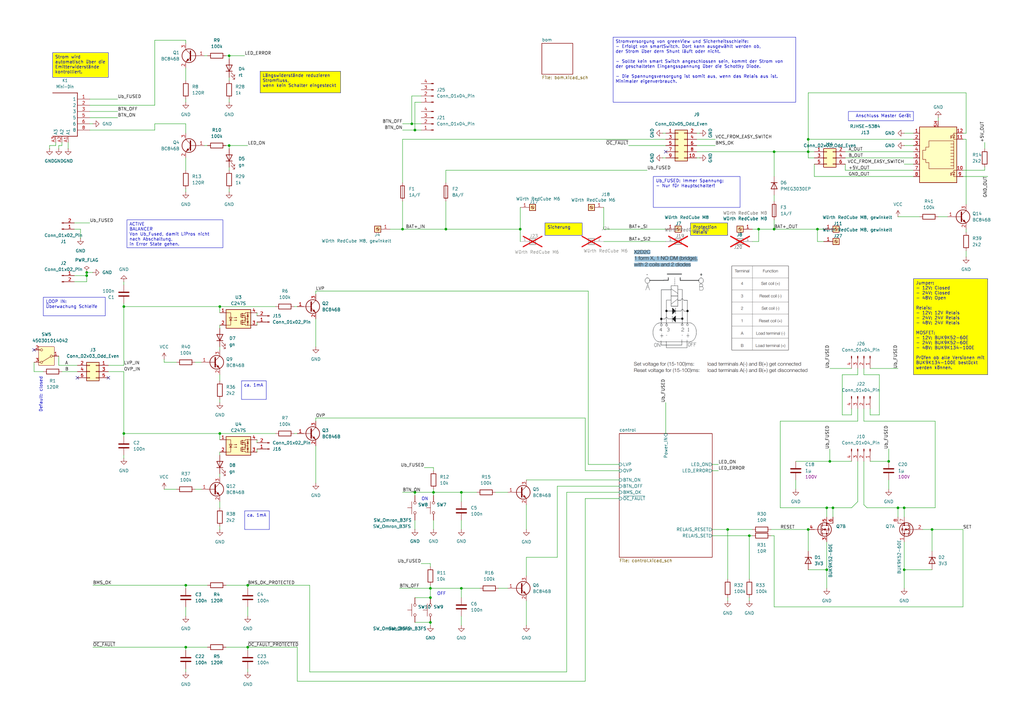
<source format=kicad_sch>
(kicad_sch
	(version 20250114)
	(generator "eeschema")
	(generator_version "9.0")
	(uuid "c138cc6a-756d-4318-83c4-a5413b81ee5f")
	(paper "A3")
	(lib_symbols
		(symbol "Connector:Conn_01x02_Pin"
			(pin_names
				(offset 1.016)
				(hide yes)
			)
			(exclude_from_sim no)
			(in_bom yes)
			(on_board yes)
			(property "Reference" "J"
				(at 0 2.54 0)
				(effects
					(font
						(size 1.27 1.27)
					)
				)
			)
			(property "Value" "Conn_01x02_Pin"
				(at 0 -5.08 0)
				(effects
					(font
						(size 1.27 1.27)
					)
				)
			)
			(property "Footprint" ""
				(at 0 0 0)
				(effects
					(font
						(size 1.27 1.27)
					)
					(hide yes)
				)
			)
			(property "Datasheet" "~"
				(at 0 0 0)
				(effects
					(font
						(size 1.27 1.27)
					)
					(hide yes)
				)
			)
			(property "Description" "Generic connector, single row, 01x02, script generated"
				(at 0 0 0)
				(effects
					(font
						(size 1.27 1.27)
					)
					(hide yes)
				)
			)
			(property "ki_locked" ""
				(at 0 0 0)
				(effects
					(font
						(size 1.27 1.27)
					)
				)
			)
			(property "ki_keywords" "connector"
				(at 0 0 0)
				(effects
					(font
						(size 1.27 1.27)
					)
					(hide yes)
				)
			)
			(property "ki_fp_filters" "Connector*:*_1x??_*"
				(at 0 0 0)
				(effects
					(font
						(size 1.27 1.27)
					)
					(hide yes)
				)
			)
			(symbol "Conn_01x02_Pin_1_1"
				(rectangle
					(start 0.8636 0.127)
					(end 0 -0.127)
					(stroke
						(width 0.1524)
						(type default)
					)
					(fill
						(type outline)
					)
				)
				(rectangle
					(start 0.8636 -2.413)
					(end 0 -2.667)
					(stroke
						(width 0.1524)
						(type default)
					)
					(fill
						(type outline)
					)
				)
				(polyline
					(pts
						(xy 1.27 0) (xy 0.8636 0)
					)
					(stroke
						(width 0.1524)
						(type default)
					)
					(fill
						(type none)
					)
				)
				(polyline
					(pts
						(xy 1.27 -2.54) (xy 0.8636 -2.54)
					)
					(stroke
						(width 0.1524)
						(type default)
					)
					(fill
						(type none)
					)
				)
				(pin passive line
					(at 5.08 0 180)
					(length 3.81)
					(name "Pin_1"
						(effects
							(font
								(size 1.27 1.27)
							)
						)
					)
					(number "1"
						(effects
							(font
								(size 1.27 1.27)
							)
						)
					)
				)
				(pin passive line
					(at 5.08 -2.54 180)
					(length 3.81)
					(name "Pin_2"
						(effects
							(font
								(size 1.27 1.27)
							)
						)
					)
					(number "2"
						(effects
							(font
								(size 1.27 1.27)
							)
						)
					)
				)
			)
			(embedded_fonts no)
		)
		(symbol "Connector:Conn_01x04_Pin"
			(pin_names
				(offset 1.016)
				(hide yes)
			)
			(exclude_from_sim no)
			(in_bom yes)
			(on_board yes)
			(property "Reference" "J"
				(at 0 5.08 0)
				(effects
					(font
						(size 1.27 1.27)
					)
				)
			)
			(property "Value" "Conn_01x04_Pin"
				(at 0 -7.62 0)
				(effects
					(font
						(size 1.27 1.27)
					)
				)
			)
			(property "Footprint" ""
				(at 0 0 0)
				(effects
					(font
						(size 1.27 1.27)
					)
					(hide yes)
				)
			)
			(property "Datasheet" "~"
				(at 0 0 0)
				(effects
					(font
						(size 1.27 1.27)
					)
					(hide yes)
				)
			)
			(property "Description" "Generic connector, single row, 01x04, script generated"
				(at 0 0 0)
				(effects
					(font
						(size 1.27 1.27)
					)
					(hide yes)
				)
			)
			(property "ki_locked" ""
				(at 0 0 0)
				(effects
					(font
						(size 1.27 1.27)
					)
				)
			)
			(property "ki_keywords" "connector"
				(at 0 0 0)
				(effects
					(font
						(size 1.27 1.27)
					)
					(hide yes)
				)
			)
			(property "ki_fp_filters" "Connector*:*_1x??_*"
				(at 0 0 0)
				(effects
					(font
						(size 1.27 1.27)
					)
					(hide yes)
				)
			)
			(symbol "Conn_01x04_Pin_1_1"
				(rectangle
					(start 0.8636 2.667)
					(end 0 2.413)
					(stroke
						(width 0.1524)
						(type default)
					)
					(fill
						(type outline)
					)
				)
				(rectangle
					(start 0.8636 0.127)
					(end 0 -0.127)
					(stroke
						(width 0.1524)
						(type default)
					)
					(fill
						(type outline)
					)
				)
				(rectangle
					(start 0.8636 -2.413)
					(end 0 -2.667)
					(stroke
						(width 0.1524)
						(type default)
					)
					(fill
						(type outline)
					)
				)
				(rectangle
					(start 0.8636 -4.953)
					(end 0 -5.207)
					(stroke
						(width 0.1524)
						(type default)
					)
					(fill
						(type outline)
					)
				)
				(polyline
					(pts
						(xy 1.27 2.54) (xy 0.8636 2.54)
					)
					(stroke
						(width 0.1524)
						(type default)
					)
					(fill
						(type none)
					)
				)
				(polyline
					(pts
						(xy 1.27 0) (xy 0.8636 0)
					)
					(stroke
						(width 0.1524)
						(type default)
					)
					(fill
						(type none)
					)
				)
				(polyline
					(pts
						(xy 1.27 -2.54) (xy 0.8636 -2.54)
					)
					(stroke
						(width 0.1524)
						(type default)
					)
					(fill
						(type none)
					)
				)
				(polyline
					(pts
						(xy 1.27 -5.08) (xy 0.8636 -5.08)
					)
					(stroke
						(width 0.1524)
						(type default)
					)
					(fill
						(type none)
					)
				)
				(pin passive line
					(at 5.08 2.54 180)
					(length 3.81)
					(name "Pin_1"
						(effects
							(font
								(size 1.27 1.27)
							)
						)
					)
					(number "1"
						(effects
							(font
								(size 1.27 1.27)
							)
						)
					)
				)
				(pin passive line
					(at 5.08 0 180)
					(length 3.81)
					(name "Pin_2"
						(effects
							(font
								(size 1.27 1.27)
							)
						)
					)
					(number "2"
						(effects
							(font
								(size 1.27 1.27)
							)
						)
					)
				)
				(pin passive line
					(at 5.08 -2.54 180)
					(length 3.81)
					(name "Pin_3"
						(effects
							(font
								(size 1.27 1.27)
							)
						)
					)
					(number "3"
						(effects
							(font
								(size 1.27 1.27)
							)
						)
					)
				)
				(pin passive line
					(at 5.08 -5.08 180)
					(length 3.81)
					(name "Pin_4"
						(effects
							(font
								(size 1.27 1.27)
							)
						)
					)
					(number "4"
						(effects
							(font
								(size 1.27 1.27)
							)
						)
					)
				)
			)
			(embedded_fonts no)
		)
		(symbol "Connector:RJ45_LED_Shielded"
			(pin_names
				(offset 1.016)
			)
			(exclude_from_sim no)
			(in_bom yes)
			(on_board yes)
			(property "Reference" "J"
				(at -5.08 13.97 0)
				(effects
					(font
						(size 1.27 1.27)
					)
					(justify right)
				)
			)
			(property "Value" "RJ45_LED_Shielded"
				(at 1.27 13.97 0)
				(effects
					(font
						(size 1.27 1.27)
					)
					(justify left)
				)
			)
			(property "Footprint" ""
				(at 0 0.635 90)
				(effects
					(font
						(size 1.27 1.27)
					)
					(hide yes)
				)
			)
			(property "Datasheet" "~"
				(at 0 0.635 90)
				(effects
					(font
						(size 1.27 1.27)
					)
					(hide yes)
				)
			)
			(property "Description" "RJ connector, 8P8C (8 positions 8 connected), two LEDs, Shielded"
				(at 0 0 0)
				(effects
					(font
						(size 1.27 1.27)
					)
					(hide yes)
				)
			)
			(property "ki_keywords" "8P8C RJ socket jack connector led"
				(at 0 0 0)
				(effects
					(font
						(size 1.27 1.27)
					)
					(hide yes)
				)
			)
			(property "ki_fp_filters" "8P8C* RJ45*"
				(at 0 0 0)
				(effects
					(font
						(size 1.27 1.27)
					)
					(hide yes)
				)
			)
			(symbol "RJ45_LED_Shielded_0_1"
				(polyline
					(pts
						(xy -7.62 10.16) (xy -6.35 10.16)
					)
					(stroke
						(width 0)
						(type default)
					)
					(fill
						(type none)
					)
				)
				(polyline
					(pts
						(xy -7.62 7.62) (xy -6.35 7.62)
					)
					(stroke
						(width 0)
						(type default)
					)
					(fill
						(type none)
					)
				)
				(polyline
					(pts
						(xy -7.62 -5.08) (xy -6.35 -5.08)
					)
					(stroke
						(width 0)
						(type default)
					)
					(fill
						(type none)
					)
				)
				(polyline
					(pts
						(xy -7.62 -7.62) (xy -6.35 -7.62)
					)
					(stroke
						(width 0)
						(type default)
					)
					(fill
						(type none)
					)
				)
				(polyline
					(pts
						(xy -6.858 9.398) (xy -5.842 9.398)
					)
					(stroke
						(width 0)
						(type default)
					)
					(fill
						(type none)
					)
				)
				(polyline
					(pts
						(xy -6.858 -5.842) (xy -5.842 -5.842)
					)
					(stroke
						(width 0)
						(type default)
					)
					(fill
						(type none)
					)
				)
				(polyline
					(pts
						(xy -6.35 10.16) (xy -6.35 9.398)
					)
					(stroke
						(width 0)
						(type default)
					)
					(fill
						(type none)
					)
				)
				(polyline
					(pts
						(xy -6.35 9.398) (xy -6.858 8.382) (xy -5.842 8.382) (xy -6.35 9.398)
					)
					(stroke
						(width 0)
						(type default)
					)
					(fill
						(type none)
					)
				)
				(polyline
					(pts
						(xy -6.35 7.62) (xy -6.35 8.382)
					)
					(stroke
						(width 0)
						(type default)
					)
					(fill
						(type none)
					)
				)
				(polyline
					(pts
						(xy -6.35 1.905) (xy -5.08 1.905) (xy -5.08 1.905)
					)
					(stroke
						(width 0)
						(type default)
					)
					(fill
						(type none)
					)
				)
				(polyline
					(pts
						(xy -6.35 0.635) (xy -5.08 0.635) (xy -5.08 0.635)
					)
					(stroke
						(width 0)
						(type default)
					)
					(fill
						(type none)
					)
				)
				(polyline
					(pts
						(xy -6.35 -0.635) (xy -5.08 -0.635) (xy -5.08 -0.635)
					)
					(stroke
						(width 0)
						(type default)
					)
					(fill
						(type none)
					)
				)
				(polyline
					(pts
						(xy -6.35 -1.905) (xy -5.08 -1.905) (xy -5.08 -1.905)
					)
					(stroke
						(width 0)
						(type default)
					)
					(fill
						(type none)
					)
				)
				(polyline
					(pts
						(xy -6.35 -3.175) (xy -5.08 -3.175) (xy -5.08 -3.175)
					)
					(stroke
						(width 0)
						(type default)
					)
					(fill
						(type none)
					)
				)
				(polyline
					(pts
						(xy -6.35 -4.445) (xy -6.35 6.985) (xy 3.81 6.985) (xy 3.81 4.445) (xy 5.08 4.445) (xy 5.08 3.175)
						(xy 6.35 3.175) (xy 6.35 -0.635) (xy 5.08 -0.635) (xy 5.08 -1.905) (xy 3.81 -1.905) (xy 3.81 -4.445)
						(xy -6.35 -4.445) (xy -6.35 -4.445)
					)
					(stroke
						(width 0)
						(type default)
					)
					(fill
						(type none)
					)
				)
				(polyline
					(pts
						(xy -6.35 -5.08) (xy -6.35 -5.842)
					)
					(stroke
						(width 0)
						(type default)
					)
					(fill
						(type none)
					)
				)
				(polyline
					(pts
						(xy -6.35 -5.842) (xy -6.858 -6.858) (xy -5.842 -6.858) (xy -6.35 -5.842)
					)
					(stroke
						(width 0)
						(type default)
					)
					(fill
						(type none)
					)
				)
				(polyline
					(pts
						(xy -6.35 -7.62) (xy -6.35 -6.858)
					)
					(stroke
						(width 0)
						(type default)
					)
					(fill
						(type none)
					)
				)
				(polyline
					(pts
						(xy -5.588 9.144) (xy -5.08 9.652) (xy -5.461 9.525)
					)
					(stroke
						(width 0)
						(type default)
					)
					(fill
						(type none)
					)
				)
				(polyline
					(pts
						(xy -5.588 8.509) (xy -5.08 9.017) (xy -5.461 8.89)
					)
					(stroke
						(width 0)
						(type default)
					)
					(fill
						(type none)
					)
				)
				(polyline
					(pts
						(xy -5.588 -6.096) (xy -5.08 -5.588) (xy -5.461 -5.715)
					)
					(stroke
						(width 0)
						(type default)
					)
					(fill
						(type none)
					)
				)
				(polyline
					(pts
						(xy -5.588 -6.731) (xy -5.08 -6.223) (xy -5.461 -6.35)
					)
					(stroke
						(width 0)
						(type default)
					)
					(fill
						(type none)
					)
				)
				(polyline
					(pts
						(xy -5.08 9.652) (xy -5.207 9.271)
					)
					(stroke
						(width 0)
						(type default)
					)
					(fill
						(type none)
					)
				)
				(polyline
					(pts
						(xy -5.08 9.017) (xy -5.207 8.636)
					)
					(stroke
						(width 0)
						(type default)
					)
					(fill
						(type none)
					)
				)
				(polyline
					(pts
						(xy -5.08 5.715) (xy -6.35 5.715)
					)
					(stroke
						(width 0)
						(type default)
					)
					(fill
						(type none)
					)
				)
				(polyline
					(pts
						(xy -5.08 4.445) (xy -6.35 4.445)
					)
					(stroke
						(width 0)
						(type default)
					)
					(fill
						(type none)
					)
				)
				(polyline
					(pts
						(xy -5.08 3.175) (xy -6.35 3.175) (xy -6.35 3.175)
					)
					(stroke
						(width 0)
						(type default)
					)
					(fill
						(type none)
					)
				)
				(polyline
					(pts
						(xy -5.08 -5.588) (xy -5.207 -5.969)
					)
					(stroke
						(width 0)
						(type default)
					)
					(fill
						(type none)
					)
				)
				(polyline
					(pts
						(xy -5.08 -6.223) (xy -5.207 -6.604)
					)
					(stroke
						(width 0)
						(type default)
					)
					(fill
						(type none)
					)
				)
				(rectangle
					(start 7.62 12.7)
					(end -7.62 -10.16)
					(stroke
						(width 0.254)
						(type default)
					)
					(fill
						(type background)
					)
				)
			)
			(symbol "RJ45_LED_Shielded_1_1"
				(pin passive line
					(at -10.16 10.16 0)
					(length 2.54)
					(name "~"
						(effects
							(font
								(size 1.27 1.27)
							)
						)
					)
					(number "9"
						(effects
							(font
								(size 1.27 1.27)
							)
						)
					)
				)
				(pin passive line
					(at -10.16 7.62 0)
					(length 2.54)
					(name "~"
						(effects
							(font
								(size 1.27 1.27)
							)
						)
					)
					(number "10"
						(effects
							(font
								(size 1.27 1.27)
							)
						)
					)
				)
				(pin passive line
					(at -10.16 -5.08 0)
					(length 2.54)
					(name "~"
						(effects
							(font
								(size 1.27 1.27)
							)
						)
					)
					(number "11"
						(effects
							(font
								(size 1.27 1.27)
							)
						)
					)
				)
				(pin passive line
					(at -10.16 -7.62 0)
					(length 2.54)
					(name "~"
						(effects
							(font
								(size 1.27 1.27)
							)
						)
					)
					(number "12"
						(effects
							(font
								(size 1.27 1.27)
							)
						)
					)
				)
				(pin passive line
					(at 0 -12.7 90)
					(length 2.54)
					(name "~"
						(effects
							(font
								(size 1.27 1.27)
							)
						)
					)
					(number "SH"
						(effects
							(font
								(size 1.27 1.27)
							)
						)
					)
				)
				(pin passive line
					(at 10.16 10.16 180)
					(length 2.54)
					(name "~"
						(effects
							(font
								(size 1.27 1.27)
							)
						)
					)
					(number "8"
						(effects
							(font
								(size 1.27 1.27)
							)
						)
					)
				)
				(pin passive line
					(at 10.16 7.62 180)
					(length 2.54)
					(name "~"
						(effects
							(font
								(size 1.27 1.27)
							)
						)
					)
					(number "7"
						(effects
							(font
								(size 1.27 1.27)
							)
						)
					)
				)
				(pin passive line
					(at 10.16 5.08 180)
					(length 2.54)
					(name "~"
						(effects
							(font
								(size 1.27 1.27)
							)
						)
					)
					(number "6"
						(effects
							(font
								(size 1.27 1.27)
							)
						)
					)
				)
				(pin passive line
					(at 10.16 2.54 180)
					(length 2.54)
					(name "~"
						(effects
							(font
								(size 1.27 1.27)
							)
						)
					)
					(number "5"
						(effects
							(font
								(size 1.27 1.27)
							)
						)
					)
				)
				(pin passive line
					(at 10.16 0 180)
					(length 2.54)
					(name "~"
						(effects
							(font
								(size 1.27 1.27)
							)
						)
					)
					(number "4"
						(effects
							(font
								(size 1.27 1.27)
							)
						)
					)
				)
				(pin passive line
					(at 10.16 -2.54 180)
					(length 2.54)
					(name "~"
						(effects
							(font
								(size 1.27 1.27)
							)
						)
					)
					(number "3"
						(effects
							(font
								(size 1.27 1.27)
							)
						)
					)
				)
				(pin passive line
					(at 10.16 -5.08 180)
					(length 2.54)
					(name "~"
						(effects
							(font
								(size 1.27 1.27)
							)
						)
					)
					(number "2"
						(effects
							(font
								(size 1.27 1.27)
							)
						)
					)
				)
				(pin passive line
					(at 10.16 -7.62 180)
					(length 2.54)
					(name "~"
						(effects
							(font
								(size 1.27 1.27)
							)
						)
					)
					(number "1"
						(effects
							(font
								(size 1.27 1.27)
							)
						)
					)
				)
			)
			(embedded_fonts no)
		)
		(symbol "Connector:Screw_Terminal_01x01"
			(pin_names
				(offset 1.016)
				(hide yes)
			)
			(exclude_from_sim no)
			(in_bom yes)
			(on_board yes)
			(property "Reference" "J"
				(at 0 2.54 0)
				(effects
					(font
						(size 1.27 1.27)
					)
				)
			)
			(property "Value" "Screw_Terminal_01x01"
				(at 0 -2.54 0)
				(effects
					(font
						(size 1.27 1.27)
					)
				)
			)
			(property "Footprint" ""
				(at 0 0 0)
				(effects
					(font
						(size 1.27 1.27)
					)
					(hide yes)
				)
			)
			(property "Datasheet" "~"
				(at 0 0 0)
				(effects
					(font
						(size 1.27 1.27)
					)
					(hide yes)
				)
			)
			(property "Description" "Generic screw terminal, single row, 01x01, script generated (kicad-library-utils/schlib/autogen/connector/)"
				(at 0 0 0)
				(effects
					(font
						(size 1.27 1.27)
					)
					(hide yes)
				)
			)
			(property "ki_keywords" "screw terminal"
				(at 0 0 0)
				(effects
					(font
						(size 1.27 1.27)
					)
					(hide yes)
				)
			)
			(property "ki_fp_filters" "TerminalBlock*:*"
				(at 0 0 0)
				(effects
					(font
						(size 1.27 1.27)
					)
					(hide yes)
				)
			)
			(symbol "Screw_Terminal_01x01_1_1"
				(rectangle
					(start -1.27 1.27)
					(end 1.27 -1.27)
					(stroke
						(width 0.254)
						(type default)
					)
					(fill
						(type background)
					)
				)
				(polyline
					(pts
						(xy -0.5334 0.3302) (xy 0.3302 -0.508)
					)
					(stroke
						(width 0.1524)
						(type default)
					)
					(fill
						(type none)
					)
				)
				(polyline
					(pts
						(xy -0.3556 0.508) (xy 0.508 -0.3302)
					)
					(stroke
						(width 0.1524)
						(type default)
					)
					(fill
						(type none)
					)
				)
				(circle
					(center 0 0)
					(radius 0.635)
					(stroke
						(width 0.1524)
						(type default)
					)
					(fill
						(type none)
					)
				)
				(pin passive line
					(at -5.08 0 0)
					(length 3.81)
					(name "Pin_1"
						(effects
							(font
								(size 1.27 1.27)
							)
						)
					)
					(number "1"
						(effects
							(font
								(size 1.27 1.27)
							)
						)
					)
				)
			)
			(embedded_fonts no)
		)
		(symbol "Connector_Generic:Conn_02x03_Odd_Even"
			(pin_names
				(offset 1.016)
				(hide yes)
			)
			(exclude_from_sim no)
			(in_bom yes)
			(on_board yes)
			(property "Reference" "J"
				(at 1.27 5.08 0)
				(effects
					(font
						(size 1.27 1.27)
					)
				)
			)
			(property "Value" "Conn_02x03_Odd_Even"
				(at 1.27 -5.08 0)
				(effects
					(font
						(size 1.27 1.27)
					)
				)
			)
			(property "Footprint" ""
				(at 0 0 0)
				(effects
					(font
						(size 1.27 1.27)
					)
					(hide yes)
				)
			)
			(property "Datasheet" "~"
				(at 0 0 0)
				(effects
					(font
						(size 1.27 1.27)
					)
					(hide yes)
				)
			)
			(property "Description" "Generic connector, double row, 02x03, odd/even pin numbering scheme (row 1 odd numbers, row 2 even numbers), script generated (kicad-library-utils/schlib/autogen/connector/)"
				(at 0 0 0)
				(effects
					(font
						(size 1.27 1.27)
					)
					(hide yes)
				)
			)
			(property "ki_keywords" "connector"
				(at 0 0 0)
				(effects
					(font
						(size 1.27 1.27)
					)
					(hide yes)
				)
			)
			(property "ki_fp_filters" "Connector*:*_2x??_*"
				(at 0 0 0)
				(effects
					(font
						(size 1.27 1.27)
					)
					(hide yes)
				)
			)
			(symbol "Conn_02x03_Odd_Even_1_1"
				(rectangle
					(start -1.27 3.81)
					(end 3.81 -3.81)
					(stroke
						(width 0.254)
						(type default)
					)
					(fill
						(type background)
					)
				)
				(rectangle
					(start -1.27 2.667)
					(end 0 2.413)
					(stroke
						(width 0.1524)
						(type default)
					)
					(fill
						(type none)
					)
				)
				(rectangle
					(start -1.27 0.127)
					(end 0 -0.127)
					(stroke
						(width 0.1524)
						(type default)
					)
					(fill
						(type none)
					)
				)
				(rectangle
					(start -1.27 -2.413)
					(end 0 -2.667)
					(stroke
						(width 0.1524)
						(type default)
					)
					(fill
						(type none)
					)
				)
				(rectangle
					(start 3.81 2.667)
					(end 2.54 2.413)
					(stroke
						(width 0.1524)
						(type default)
					)
					(fill
						(type none)
					)
				)
				(rectangle
					(start 3.81 0.127)
					(end 2.54 -0.127)
					(stroke
						(width 0.1524)
						(type default)
					)
					(fill
						(type none)
					)
				)
				(rectangle
					(start 3.81 -2.413)
					(end 2.54 -2.667)
					(stroke
						(width 0.1524)
						(type default)
					)
					(fill
						(type none)
					)
				)
				(pin passive line
					(at -5.08 2.54 0)
					(length 3.81)
					(name "Pin_1"
						(effects
							(font
								(size 1.27 1.27)
							)
						)
					)
					(number "1"
						(effects
							(font
								(size 1.27 1.27)
							)
						)
					)
				)
				(pin passive line
					(at -5.08 0 0)
					(length 3.81)
					(name "Pin_3"
						(effects
							(font
								(size 1.27 1.27)
							)
						)
					)
					(number "3"
						(effects
							(font
								(size 1.27 1.27)
							)
						)
					)
				)
				(pin passive line
					(at -5.08 -2.54 0)
					(length 3.81)
					(name "Pin_5"
						(effects
							(font
								(size 1.27 1.27)
							)
						)
					)
					(number "5"
						(effects
							(font
								(size 1.27 1.27)
							)
						)
					)
				)
				(pin passive line
					(at 7.62 2.54 180)
					(length 3.81)
					(name "Pin_2"
						(effects
							(font
								(size 1.27 1.27)
							)
						)
					)
					(number "2"
						(effects
							(font
								(size 1.27 1.27)
							)
						)
					)
				)
				(pin passive line
					(at 7.62 0 180)
					(length 3.81)
					(name "Pin_4"
						(effects
							(font
								(size 1.27 1.27)
							)
						)
					)
					(number "4"
						(effects
							(font
								(size 1.27 1.27)
							)
						)
					)
				)
				(pin passive line
					(at 7.62 -2.54 180)
					(length 3.81)
					(name "Pin_6"
						(effects
							(font
								(size 1.27 1.27)
							)
						)
					)
					(number "6"
						(effects
							(font
								(size 1.27 1.27)
							)
						)
					)
				)
			)
			(embedded_fonts no)
		)
		(symbol "Connector_Generic:Conn_02x05_Odd_Even"
			(pin_names
				(offset 1.016)
				(hide yes)
			)
			(exclude_from_sim no)
			(in_bom yes)
			(on_board yes)
			(property "Reference" "J"
				(at 1.27 7.62 0)
				(effects
					(font
						(size 1.27 1.27)
					)
				)
			)
			(property "Value" "Conn_02x05_Odd_Even"
				(at 1.27 -7.62 0)
				(effects
					(font
						(size 1.27 1.27)
					)
				)
			)
			(property "Footprint" ""
				(at 0 0 0)
				(effects
					(font
						(size 1.27 1.27)
					)
					(hide yes)
				)
			)
			(property "Datasheet" "~"
				(at 0 0 0)
				(effects
					(font
						(size 1.27 1.27)
					)
					(hide yes)
				)
			)
			(property "Description" "Generic connector, double row, 02x05, odd/even pin numbering scheme (row 1 odd numbers, row 2 even numbers), script generated (kicad-library-utils/schlib/autogen/connector/)"
				(at 0 0 0)
				(effects
					(font
						(size 1.27 1.27)
					)
					(hide yes)
				)
			)
			(property "ki_keywords" "connector"
				(at 0 0 0)
				(effects
					(font
						(size 1.27 1.27)
					)
					(hide yes)
				)
			)
			(property "ki_fp_filters" "Connector*:*_2x??_*"
				(at 0 0 0)
				(effects
					(font
						(size 1.27 1.27)
					)
					(hide yes)
				)
			)
			(symbol "Conn_02x05_Odd_Even_1_1"
				(rectangle
					(start -1.27 6.35)
					(end 3.81 -6.35)
					(stroke
						(width 0.254)
						(type default)
					)
					(fill
						(type background)
					)
				)
				(rectangle
					(start -1.27 5.207)
					(end 0 4.953)
					(stroke
						(width 0.1524)
						(type default)
					)
					(fill
						(type none)
					)
				)
				(rectangle
					(start -1.27 2.667)
					(end 0 2.413)
					(stroke
						(width 0.1524)
						(type default)
					)
					(fill
						(type none)
					)
				)
				(rectangle
					(start -1.27 0.127)
					(end 0 -0.127)
					(stroke
						(width 0.1524)
						(type default)
					)
					(fill
						(type none)
					)
				)
				(rectangle
					(start -1.27 -2.413)
					(end 0 -2.667)
					(stroke
						(width 0.1524)
						(type default)
					)
					(fill
						(type none)
					)
				)
				(rectangle
					(start -1.27 -4.953)
					(end 0 -5.207)
					(stroke
						(width 0.1524)
						(type default)
					)
					(fill
						(type none)
					)
				)
				(rectangle
					(start 3.81 5.207)
					(end 2.54 4.953)
					(stroke
						(width 0.1524)
						(type default)
					)
					(fill
						(type none)
					)
				)
				(rectangle
					(start 3.81 2.667)
					(end 2.54 2.413)
					(stroke
						(width 0.1524)
						(type default)
					)
					(fill
						(type none)
					)
				)
				(rectangle
					(start 3.81 0.127)
					(end 2.54 -0.127)
					(stroke
						(width 0.1524)
						(type default)
					)
					(fill
						(type none)
					)
				)
				(rectangle
					(start 3.81 -2.413)
					(end 2.54 -2.667)
					(stroke
						(width 0.1524)
						(type default)
					)
					(fill
						(type none)
					)
				)
				(rectangle
					(start 3.81 -4.953)
					(end 2.54 -5.207)
					(stroke
						(width 0.1524)
						(type default)
					)
					(fill
						(type none)
					)
				)
				(pin passive line
					(at -5.08 5.08 0)
					(length 3.81)
					(name "Pin_1"
						(effects
							(font
								(size 1.27 1.27)
							)
						)
					)
					(number "1"
						(effects
							(font
								(size 1.27 1.27)
							)
						)
					)
				)
				(pin passive line
					(at -5.08 2.54 0)
					(length 3.81)
					(name "Pin_3"
						(effects
							(font
								(size 1.27 1.27)
							)
						)
					)
					(number "3"
						(effects
							(font
								(size 1.27 1.27)
							)
						)
					)
				)
				(pin passive line
					(at -5.08 0 0)
					(length 3.81)
					(name "Pin_5"
						(effects
							(font
								(size 1.27 1.27)
							)
						)
					)
					(number "5"
						(effects
							(font
								(size 1.27 1.27)
							)
						)
					)
				)
				(pin passive line
					(at -5.08 -2.54 0)
					(length 3.81)
					(name "Pin_7"
						(effects
							(font
								(size 1.27 1.27)
							)
						)
					)
					(number "7"
						(effects
							(font
								(size 1.27 1.27)
							)
						)
					)
				)
				(pin passive line
					(at -5.08 -5.08 0)
					(length 3.81)
					(name "Pin_9"
						(effects
							(font
								(size 1.27 1.27)
							)
						)
					)
					(number "9"
						(effects
							(font
								(size 1.27 1.27)
							)
						)
					)
				)
				(pin passive line
					(at 7.62 5.08 180)
					(length 3.81)
					(name "Pin_2"
						(effects
							(font
								(size 1.27 1.27)
							)
						)
					)
					(number "2"
						(effects
							(font
								(size 1.27 1.27)
							)
						)
					)
				)
				(pin passive line
					(at 7.62 2.54 180)
					(length 3.81)
					(name "Pin_4"
						(effects
							(font
								(size 1.27 1.27)
							)
						)
					)
					(number "4"
						(effects
							(font
								(size 1.27 1.27)
							)
						)
					)
				)
				(pin passive line
					(at 7.62 0 180)
					(length 3.81)
					(name "Pin_6"
						(effects
							(font
								(size 1.27 1.27)
							)
						)
					)
					(number "6"
						(effects
							(font
								(size 1.27 1.27)
							)
						)
					)
				)
				(pin passive line
					(at 7.62 -2.54 180)
					(length 3.81)
					(name "Pin_8"
						(effects
							(font
								(size 1.27 1.27)
							)
						)
					)
					(number "8"
						(effects
							(font
								(size 1.27 1.27)
							)
						)
					)
				)
				(pin passive line
					(at 7.62 -5.08 180)
					(length 3.81)
					(name "Pin_10"
						(effects
							(font
								(size 1.27 1.27)
							)
						)
					)
					(number "10"
						(effects
							(font
								(size 1.27 1.27)
							)
						)
					)
				)
			)
			(embedded_fonts no)
		)
		(symbol "Device:C"
			(pin_numbers
				(hide yes)
			)
			(pin_names
				(offset 0.254)
			)
			(exclude_from_sim no)
			(in_bom yes)
			(on_board yes)
			(property "Reference" "C"
				(at 0.635 2.54 0)
				(effects
					(font
						(size 1.27 1.27)
					)
					(justify left)
				)
			)
			(property "Value" "C"
				(at 0.635 -2.54 0)
				(effects
					(font
						(size 1.27 1.27)
					)
					(justify left)
				)
			)
			(property "Footprint" ""
				(at 0.9652 -3.81 0)
				(effects
					(font
						(size 1.27 1.27)
					)
					(hide yes)
				)
			)
			(property "Datasheet" "~"
				(at 0 0 0)
				(effects
					(font
						(size 1.27 1.27)
					)
					(hide yes)
				)
			)
			(property "Description" "Unpolarized capacitor"
				(at 0 0 0)
				(effects
					(font
						(size 1.27 1.27)
					)
					(hide yes)
				)
			)
			(property "ki_keywords" "cap capacitor"
				(at 0 0 0)
				(effects
					(font
						(size 1.27 1.27)
					)
					(hide yes)
				)
			)
			(property "ki_fp_filters" "C_*"
				(at 0 0 0)
				(effects
					(font
						(size 1.27 1.27)
					)
					(hide yes)
				)
			)
			(symbol "C_0_1"
				(polyline
					(pts
						(xy -2.032 0.762) (xy 2.032 0.762)
					)
					(stroke
						(width 0.508)
						(type default)
					)
					(fill
						(type none)
					)
				)
				(polyline
					(pts
						(xy -2.032 -0.762) (xy 2.032 -0.762)
					)
					(stroke
						(width 0.508)
						(type default)
					)
					(fill
						(type none)
					)
				)
			)
			(symbol "C_1_1"
				(pin passive line
					(at 0 3.81 270)
					(length 2.794)
					(name "~"
						(effects
							(font
								(size 1.27 1.27)
							)
						)
					)
					(number "1"
						(effects
							(font
								(size 1.27 1.27)
							)
						)
					)
				)
				(pin passive line
					(at 0 -3.81 90)
					(length 2.794)
					(name "~"
						(effects
							(font
								(size 1.27 1.27)
							)
						)
					)
					(number "2"
						(effects
							(font
								(size 1.27 1.27)
							)
						)
					)
				)
			)
			(embedded_fonts no)
		)
		(symbol "Device:D"
			(pin_numbers
				(hide yes)
			)
			(pin_names
				(offset 1.016)
				(hide yes)
			)
			(exclude_from_sim no)
			(in_bom yes)
			(on_board yes)
			(property "Reference" "D"
				(at 0 2.54 0)
				(effects
					(font
						(size 1.27 1.27)
					)
				)
			)
			(property "Value" "D"
				(at 0 -2.54 0)
				(effects
					(font
						(size 1.27 1.27)
					)
				)
			)
			(property "Footprint" ""
				(at 0 0 0)
				(effects
					(font
						(size 1.27 1.27)
					)
					(hide yes)
				)
			)
			(property "Datasheet" "~"
				(at 0 0 0)
				(effects
					(font
						(size 1.27 1.27)
					)
					(hide yes)
				)
			)
			(property "Description" "Diode"
				(at 0 0 0)
				(effects
					(font
						(size 1.27 1.27)
					)
					(hide yes)
				)
			)
			(property "Sim.Device" "D"
				(at 0 0 0)
				(effects
					(font
						(size 1.27 1.27)
					)
					(hide yes)
				)
			)
			(property "Sim.Pins" "1=K 2=A"
				(at 0 0 0)
				(effects
					(font
						(size 1.27 1.27)
					)
					(hide yes)
				)
			)
			(property "ki_keywords" "diode"
				(at 0 0 0)
				(effects
					(font
						(size 1.27 1.27)
					)
					(hide yes)
				)
			)
			(property "ki_fp_filters" "TO-???* *_Diode_* *SingleDiode* D_*"
				(at 0 0 0)
				(effects
					(font
						(size 1.27 1.27)
					)
					(hide yes)
				)
			)
			(symbol "D_0_1"
				(polyline
					(pts
						(xy -1.27 1.27) (xy -1.27 -1.27)
					)
					(stroke
						(width 0.254)
						(type default)
					)
					(fill
						(type none)
					)
				)
				(polyline
					(pts
						(xy 1.27 1.27) (xy 1.27 -1.27) (xy -1.27 0) (xy 1.27 1.27)
					)
					(stroke
						(width 0.254)
						(type default)
					)
					(fill
						(type none)
					)
				)
				(polyline
					(pts
						(xy 1.27 0) (xy -1.27 0)
					)
					(stroke
						(width 0)
						(type default)
					)
					(fill
						(type none)
					)
				)
			)
			(symbol "D_1_1"
				(pin passive line
					(at -3.81 0 0)
					(length 2.54)
					(name "K"
						(effects
							(font
								(size 1.27 1.27)
							)
						)
					)
					(number "1"
						(effects
							(font
								(size 1.27 1.27)
							)
						)
					)
				)
				(pin passive line
					(at 3.81 0 180)
					(length 2.54)
					(name "A"
						(effects
							(font
								(size 1.27 1.27)
							)
						)
					)
					(number "2"
						(effects
							(font
								(size 1.27 1.27)
							)
						)
					)
				)
			)
			(embedded_fonts no)
		)
		(symbol "Device:D_Zener"
			(pin_numbers
				(hide yes)
			)
			(pin_names
				(offset 1.016)
				(hide yes)
			)
			(exclude_from_sim no)
			(in_bom yes)
			(on_board yes)
			(property "Reference" "D"
				(at 0 2.54 0)
				(effects
					(font
						(size 1.27 1.27)
					)
				)
			)
			(property "Value" "D_Zener"
				(at 0 -2.54 0)
				(effects
					(font
						(size 1.27 1.27)
					)
				)
			)
			(property "Footprint" ""
				(at 0 0 0)
				(effects
					(font
						(size 1.27 1.27)
					)
					(hide yes)
				)
			)
			(property "Datasheet" "~"
				(at 0 0 0)
				(effects
					(font
						(size 1.27 1.27)
					)
					(hide yes)
				)
			)
			(property "Description" "Zener diode"
				(at 0 0 0)
				(effects
					(font
						(size 1.27 1.27)
					)
					(hide yes)
				)
			)
			(property "ki_keywords" "diode"
				(at 0 0 0)
				(effects
					(font
						(size 1.27 1.27)
					)
					(hide yes)
				)
			)
			(property "ki_fp_filters" "TO-???* *_Diode_* *SingleDiode* D_*"
				(at 0 0 0)
				(effects
					(font
						(size 1.27 1.27)
					)
					(hide yes)
				)
			)
			(symbol "D_Zener_0_1"
				(polyline
					(pts
						(xy -1.27 -1.27) (xy -1.27 1.27) (xy -0.762 1.27)
					)
					(stroke
						(width 0.254)
						(type default)
					)
					(fill
						(type none)
					)
				)
				(polyline
					(pts
						(xy 1.27 0) (xy -1.27 0)
					)
					(stroke
						(width 0)
						(type default)
					)
					(fill
						(type none)
					)
				)
				(polyline
					(pts
						(xy 1.27 -1.27) (xy 1.27 1.27) (xy -1.27 0) (xy 1.27 -1.27)
					)
					(stroke
						(width 0.254)
						(type default)
					)
					(fill
						(type none)
					)
				)
			)
			(symbol "D_Zener_1_1"
				(pin passive line
					(at -3.81 0 0)
					(length 2.54)
					(name "K"
						(effects
							(font
								(size 1.27 1.27)
							)
						)
					)
					(number "1"
						(effects
							(font
								(size 1.27 1.27)
							)
						)
					)
				)
				(pin passive line
					(at 3.81 0 180)
					(length 2.54)
					(name "A"
						(effects
							(font
								(size 1.27 1.27)
							)
						)
					)
					(number "2"
						(effects
							(font
								(size 1.27 1.27)
							)
						)
					)
				)
			)
			(embedded_fonts no)
		)
		(symbol "Device:Fuse"
			(pin_numbers
				(hide yes)
			)
			(pin_names
				(offset 0)
			)
			(exclude_from_sim no)
			(in_bom yes)
			(on_board yes)
			(property "Reference" "F"
				(at 2.032 0 90)
				(effects
					(font
						(size 1.27 1.27)
					)
				)
			)
			(property "Value" "Fuse"
				(at -1.905 0 90)
				(effects
					(font
						(size 1.27 1.27)
					)
				)
			)
			(property "Footprint" ""
				(at -1.778 0 90)
				(effects
					(font
						(size 1.27 1.27)
					)
					(hide yes)
				)
			)
			(property "Datasheet" "~"
				(at 0 0 0)
				(effects
					(font
						(size 1.27 1.27)
					)
					(hide yes)
				)
			)
			(property "Description" "Fuse"
				(at 0 0 0)
				(effects
					(font
						(size 1.27 1.27)
					)
					(hide yes)
				)
			)
			(property "ki_keywords" "fuse"
				(at 0 0 0)
				(effects
					(font
						(size 1.27 1.27)
					)
					(hide yes)
				)
			)
			(property "ki_fp_filters" "*Fuse*"
				(at 0 0 0)
				(effects
					(font
						(size 1.27 1.27)
					)
					(hide yes)
				)
			)
			(symbol "Fuse_0_1"
				(rectangle
					(start -0.762 -2.54)
					(end 0.762 2.54)
					(stroke
						(width 0.254)
						(type default)
					)
					(fill
						(type none)
					)
				)
				(polyline
					(pts
						(xy 0 2.54) (xy 0 -2.54)
					)
					(stroke
						(width 0)
						(type default)
					)
					(fill
						(type none)
					)
				)
			)
			(symbol "Fuse_1_1"
				(pin passive line
					(at 0 3.81 270)
					(length 1.27)
					(name "~"
						(effects
							(font
								(size 1.27 1.27)
							)
						)
					)
					(number "1"
						(effects
							(font
								(size 1.27 1.27)
							)
						)
					)
				)
				(pin passive line
					(at 0 -3.81 90)
					(length 1.27)
					(name "~"
						(effects
							(font
								(size 1.27 1.27)
							)
						)
					)
					(number "2"
						(effects
							(font
								(size 1.27 1.27)
							)
						)
					)
				)
			)
			(embedded_fonts no)
		)
		(symbol "Device:LED"
			(pin_numbers
				(hide yes)
			)
			(pin_names
				(offset 1.016)
				(hide yes)
			)
			(exclude_from_sim no)
			(in_bom yes)
			(on_board yes)
			(property "Reference" "D"
				(at 0 2.54 0)
				(effects
					(font
						(size 1.27 1.27)
					)
				)
			)
			(property "Value" "LED"
				(at 0 -2.54 0)
				(effects
					(font
						(size 1.27 1.27)
					)
				)
			)
			(property "Footprint" ""
				(at 0 0 0)
				(effects
					(font
						(size 1.27 1.27)
					)
					(hide yes)
				)
			)
			(property "Datasheet" "~"
				(at 0 0 0)
				(effects
					(font
						(size 1.27 1.27)
					)
					(hide yes)
				)
			)
			(property "Description" "Light emitting diode"
				(at 0 0 0)
				(effects
					(font
						(size 1.27 1.27)
					)
					(hide yes)
				)
			)
			(property "Sim.Pins" "1=K 2=A"
				(at 0 0 0)
				(effects
					(font
						(size 1.27 1.27)
					)
					(hide yes)
				)
			)
			(property "ki_keywords" "LED diode"
				(at 0 0 0)
				(effects
					(font
						(size 1.27 1.27)
					)
					(hide yes)
				)
			)
			(property "ki_fp_filters" "LED* LED_SMD:* LED_THT:*"
				(at 0 0 0)
				(effects
					(font
						(size 1.27 1.27)
					)
					(hide yes)
				)
			)
			(symbol "LED_0_1"
				(polyline
					(pts
						(xy -3.048 -0.762) (xy -4.572 -2.286) (xy -3.81 -2.286) (xy -4.572 -2.286) (xy -4.572 -1.524)
					)
					(stroke
						(width 0)
						(type default)
					)
					(fill
						(type none)
					)
				)
				(polyline
					(pts
						(xy -1.778 -0.762) (xy -3.302 -2.286) (xy -2.54 -2.286) (xy -3.302 -2.286) (xy -3.302 -1.524)
					)
					(stroke
						(width 0)
						(type default)
					)
					(fill
						(type none)
					)
				)
				(polyline
					(pts
						(xy -1.27 0) (xy 1.27 0)
					)
					(stroke
						(width 0)
						(type default)
					)
					(fill
						(type none)
					)
				)
				(polyline
					(pts
						(xy -1.27 -1.27) (xy -1.27 1.27)
					)
					(stroke
						(width 0.254)
						(type default)
					)
					(fill
						(type none)
					)
				)
				(polyline
					(pts
						(xy 1.27 -1.27) (xy 1.27 1.27) (xy -1.27 0) (xy 1.27 -1.27)
					)
					(stroke
						(width 0.254)
						(type default)
					)
					(fill
						(type none)
					)
				)
			)
			(symbol "LED_1_1"
				(pin passive line
					(at -3.81 0 0)
					(length 2.54)
					(name "K"
						(effects
							(font
								(size 1.27 1.27)
							)
						)
					)
					(number "1"
						(effects
							(font
								(size 1.27 1.27)
							)
						)
					)
				)
				(pin passive line
					(at 3.81 0 180)
					(length 2.54)
					(name "A"
						(effects
							(font
								(size 1.27 1.27)
							)
						)
					)
					(number "2"
						(effects
							(font
								(size 1.27 1.27)
							)
						)
					)
				)
			)
			(embedded_fonts no)
		)
		(symbol "Device:R"
			(pin_numbers
				(hide yes)
			)
			(pin_names
				(offset 0)
			)
			(exclude_from_sim no)
			(in_bom yes)
			(on_board yes)
			(property "Reference" "R"
				(at 2.032 0 90)
				(effects
					(font
						(size 1.27 1.27)
					)
				)
			)
			(property "Value" "R"
				(at 0 0 90)
				(effects
					(font
						(size 1.27 1.27)
					)
				)
			)
			(property "Footprint" ""
				(at -1.778 0 90)
				(effects
					(font
						(size 1.27 1.27)
					)
					(hide yes)
				)
			)
			(property "Datasheet" "~"
				(at 0 0 0)
				(effects
					(font
						(size 1.27 1.27)
					)
					(hide yes)
				)
			)
			(property "Description" "Resistor"
				(at 0 0 0)
				(effects
					(font
						(size 1.27 1.27)
					)
					(hide yes)
				)
			)
			(property "ki_keywords" "R res resistor"
				(at 0 0 0)
				(effects
					(font
						(size 1.27 1.27)
					)
					(hide yes)
				)
			)
			(property "ki_fp_filters" "R_*"
				(at 0 0 0)
				(effects
					(font
						(size 1.27 1.27)
					)
					(hide yes)
				)
			)
			(symbol "R_0_1"
				(rectangle
					(start -1.016 -2.54)
					(end 1.016 2.54)
					(stroke
						(width 0.254)
						(type default)
					)
					(fill
						(type none)
					)
				)
			)
			(symbol "R_1_1"
				(pin passive line
					(at 0 3.81 270)
					(length 1.27)
					(name "~"
						(effects
							(font
								(size 1.27 1.27)
							)
						)
					)
					(number "1"
						(effects
							(font
								(size 1.27 1.27)
							)
						)
					)
				)
				(pin passive line
					(at 0 -3.81 90)
					(length 1.27)
					(name "~"
						(effects
							(font
								(size 1.27 1.27)
							)
						)
					)
					(number "2"
						(effects
							(font
								(size 1.27 1.27)
							)
						)
					)
				)
			)
			(embedded_fonts no)
		)
		(symbol "Relay_SolidState:ASSR-1218"
			(exclude_from_sim no)
			(in_bom yes)
			(on_board yes)
			(property "Reference" "U"
				(at -5.08 5.08 0)
				(effects
					(font
						(size 1.27 1.27)
					)
					(justify left)
				)
			)
			(property "Value" "ASSR-1218"
				(at 0 5.08 0)
				(effects
					(font
						(size 1.27 1.27)
					)
					(justify left)
				)
			)
			(property "Footprint" "Package_SO:SO-4_4.4x4.3mm_P2.54mm"
				(at -5.08 -5.08 0)
				(effects
					(font
						(size 1.27 1.27)
						(italic yes)
					)
					(justify left)
					(hide yes)
				)
			)
			(property "Datasheet" "https://docs.broadcom.com/docs/AV02-0173EN"
				(at 0 0 0)
				(effects
					(font
						(size 1.27 1.27)
					)
					(justify left)
					(hide yes)
				)
			)
			(property "Description" "Form A, Solid State Relay (Photo MOSFET) 60V, 0.2A, 10Ohm, SO-4"
				(at 0 0 0)
				(effects
					(font
						(size 1.27 1.27)
					)
					(hide yes)
				)
			)
			(property "ki_keywords" "MOSFET Output Photorelay 1-Form-A"
				(at 0 0 0)
				(effects
					(font
						(size 1.27 1.27)
					)
					(hide yes)
				)
			)
			(property "ki_fp_filters" "SO*4.4x4.3mm*P2.54mm*"
				(at 0 0 0)
				(effects
					(font
						(size 1.27 1.27)
					)
					(hide yes)
				)
			)
			(symbol "ASSR-1218_0_1"
				(rectangle
					(start -5.08 3.81)
					(end 5.08 -3.81)
					(stroke
						(width 0.254)
						(type default)
					)
					(fill
						(type background)
					)
				)
				(polyline
					(pts
						(xy -5.08 2.54) (xy -3.175 2.54) (xy -3.175 -2.54) (xy -5.08 -2.54)
					)
					(stroke
						(width 0)
						(type default)
					)
					(fill
						(type none)
					)
				)
				(polyline
					(pts
						(xy -3.81 -0.635) (xy -2.54 -0.635)
					)
					(stroke
						(width 0)
						(type default)
					)
					(fill
						(type none)
					)
				)
				(polyline
					(pts
						(xy -3.175 -0.635) (xy -3.81 0.635) (xy -2.54 0.635) (xy -3.175 -0.635)
					)
					(stroke
						(width 0)
						(type default)
					)
					(fill
						(type none)
					)
				)
				(polyline
					(pts
						(xy -1.905 0.508) (xy -0.635 0.508) (xy -1.016 0.381) (xy -1.016 0.635) (xy -0.635 0.508)
					)
					(stroke
						(width 0)
						(type default)
					)
					(fill
						(type none)
					)
				)
				(polyline
					(pts
						(xy -1.905 -0.508) (xy -0.635 -0.508) (xy -1.016 -0.635) (xy -1.016 -0.381) (xy -0.635 -0.508)
					)
					(stroke
						(width 0)
						(type default)
					)
					(fill
						(type none)
					)
				)
				(polyline
					(pts
						(xy 1.016 2.159) (xy 1.016 0.635)
					)
					(stroke
						(width 0.2032)
						(type default)
					)
					(fill
						(type none)
					)
				)
				(polyline
					(pts
						(xy 1.016 -0.635) (xy 1.016 -2.159)
					)
					(stroke
						(width 0.2032)
						(type default)
					)
					(fill
						(type none)
					)
				)
				(polyline
					(pts
						(xy 1.524 2.286) (xy 1.524 2.032) (xy 1.524 2.032)
					)
					(stroke
						(width 0.3556)
						(type default)
					)
					(fill
						(type none)
					)
				)
				(polyline
					(pts
						(xy 1.524 1.524) (xy 1.524 1.27) (xy 1.524 1.27)
					)
					(stroke
						(width 0.3556)
						(type default)
					)
					(fill
						(type none)
					)
				)
				(polyline
					(pts
						(xy 1.524 0.762) (xy 1.524 0.508) (xy 1.524 0.508)
					)
					(stroke
						(width 0.3556)
						(type default)
					)
					(fill
						(type none)
					)
				)
				(polyline
					(pts
						(xy 1.524 -0.508) (xy 1.524 -0.762)
					)
					(stroke
						(width 0.3556)
						(type default)
					)
					(fill
						(type none)
					)
				)
				(polyline
					(pts
						(xy 1.524 -1.27) (xy 1.524 -1.524) (xy 1.524 -1.524)
					)
					(stroke
						(width 0.3556)
						(type default)
					)
					(fill
						(type none)
					)
				)
				(polyline
					(pts
						(xy 1.524 -2.032) (xy 1.524 -2.286) (xy 1.524 -2.286)
					)
					(stroke
						(width 0.3556)
						(type default)
					)
					(fill
						(type none)
					)
				)
				(polyline
					(pts
						(xy 1.651 2.159) (xy 2.794 2.159) (xy 2.794 2.54) (xy 5.08 2.54)
					)
					(stroke
						(width 0)
						(type default)
					)
					(fill
						(type none)
					)
				)
				(polyline
					(pts
						(xy 1.651 1.397) (xy 2.794 1.397) (xy 2.794 0.635)
					)
					(stroke
						(width 0)
						(type default)
					)
					(fill
						(type none)
					)
				)
				(polyline
					(pts
						(xy 1.651 -0.635) (xy 2.794 -0.635) (xy 2.794 0.635) (xy 1.651 0.635)
					)
					(stroke
						(width 0)
						(type default)
					)
					(fill
						(type none)
					)
				)
				(polyline
					(pts
						(xy 1.651 -1.397) (xy 2.794 -1.397) (xy 2.794 -0.635)
					)
					(stroke
						(width 0)
						(type default)
					)
					(fill
						(type none)
					)
				)
				(polyline
					(pts
						(xy 1.651 -2.159) (xy 2.794 -2.159) (xy 2.794 -2.54) (xy 5.08 -2.54)
					)
					(stroke
						(width 0)
						(type default)
					)
					(fill
						(type none)
					)
				)
				(polyline
					(pts
						(xy 1.778 1.397) (xy 2.286 1.524) (xy 2.286 1.27) (xy 1.778 1.397)
					)
					(stroke
						(width 0)
						(type default)
					)
					(fill
						(type none)
					)
				)
				(polyline
					(pts
						(xy 1.778 -1.397) (xy 2.286 -1.27) (xy 2.286 -1.524) (xy 1.778 -1.397)
					)
					(stroke
						(width 0)
						(type default)
					)
					(fill
						(type none)
					)
				)
				(circle
					(center 2.794 0.635)
					(radius 0.127)
					(stroke
						(width 0)
						(type default)
					)
					(fill
						(type none)
					)
				)
				(polyline
					(pts
						(xy 2.794 0) (xy 3.81 0)
					)
					(stroke
						(width 0)
						(type default)
					)
					(fill
						(type none)
					)
				)
				(circle
					(center 2.794 0)
					(radius 0.127)
					(stroke
						(width 0)
						(type default)
					)
					(fill
						(type none)
					)
				)
				(circle
					(center 2.794 -0.635)
					(radius 0.127)
					(stroke
						(width 0)
						(type default)
					)
					(fill
						(type none)
					)
				)
				(polyline
					(pts
						(xy 3.429 1.651) (xy 4.191 1.651)
					)
					(stroke
						(width 0)
						(type default)
					)
					(fill
						(type none)
					)
				)
				(polyline
					(pts
						(xy 3.429 -1.651) (xy 4.191 -1.651)
					)
					(stroke
						(width 0)
						(type default)
					)
					(fill
						(type none)
					)
				)
				(circle
					(center 3.81 2.54)
					(radius 0.127)
					(stroke
						(width 0)
						(type default)
					)
					(fill
						(type none)
					)
				)
				(polyline
					(pts
						(xy 3.81 1.651) (xy 3.429 0.889) (xy 4.191 0.889) (xy 3.81 1.651)
					)
					(stroke
						(width 0)
						(type default)
					)
					(fill
						(type none)
					)
				)
				(circle
					(center 3.81 0)
					(radius 0.127)
					(stroke
						(width 0)
						(type default)
					)
					(fill
						(type none)
					)
				)
				(polyline
					(pts
						(xy 3.81 -1.651) (xy 3.429 -0.889) (xy 4.191 -0.889) (xy 3.81 -1.651)
					)
					(stroke
						(width 0)
						(type default)
					)
					(fill
						(type none)
					)
				)
				(polyline
					(pts
						(xy 3.81 -2.54) (xy 3.81 2.54)
					)
					(stroke
						(width 0)
						(type default)
					)
					(fill
						(type none)
					)
				)
				(circle
					(center 3.81 -2.54)
					(radius 0.127)
					(stroke
						(width 0)
						(type default)
					)
					(fill
						(type none)
					)
				)
			)
			(symbol "ASSR-1218_1_1"
				(pin passive line
					(at -7.62 2.54 0)
					(length 2.54)
					(name "~"
						(effects
							(font
								(size 1.27 1.27)
							)
						)
					)
					(number "1"
						(effects
							(font
								(size 1.27 1.27)
							)
						)
					)
				)
				(pin passive line
					(at -7.62 -2.54 0)
					(length 2.54)
					(name "~"
						(effects
							(font
								(size 1.27 1.27)
							)
						)
					)
					(number "2"
						(effects
							(font
								(size 1.27 1.27)
							)
						)
					)
				)
				(pin passive line
					(at 7.62 2.54 180)
					(length 2.54)
					(name "~"
						(effects
							(font
								(size 1.27 1.27)
							)
						)
					)
					(number "4"
						(effects
							(font
								(size 1.27 1.27)
							)
						)
					)
				)
				(pin passive line
					(at 7.62 -2.54 180)
					(length 2.54)
					(name "~"
						(effects
							(font
								(size 1.27 1.27)
							)
						)
					)
					(number "3"
						(effects
							(font
								(size 1.27 1.27)
							)
						)
					)
				)
			)
			(embedded_fonts no)
		)
		(symbol "Switch:SW_Omron_B3FS"
			(pin_numbers
				(hide yes)
			)
			(pin_names
				(offset 1.016)
				(hide yes)
			)
			(exclude_from_sim no)
			(in_bom yes)
			(on_board yes)
			(property "Reference" "SW"
				(at 1.27 2.54 0)
				(effects
					(font
						(size 1.27 1.27)
					)
					(justify left)
				)
			)
			(property "Value" "SW_Omron_B3FS"
				(at 0 -1.524 0)
				(effects
					(font
						(size 1.27 1.27)
					)
				)
			)
			(property "Footprint" ""
				(at 0 5.08 0)
				(effects
					(font
						(size 1.27 1.27)
					)
					(hide yes)
				)
			)
			(property "Datasheet" "https://omronfs.omron.com/en_US/ecb/products/pdf/en-b3fs.pdf"
				(at 0 5.08 0)
				(effects
					(font
						(size 1.27 1.27)
					)
					(hide yes)
				)
			)
			(property "Description" "Omron B3FS 6x6mm single pole normally-open tactile switch"
				(at 0 0 0)
				(effects
					(font
						(size 1.27 1.27)
					)
					(hide yes)
				)
			)
			(property "ki_keywords" "switch normally-open pushbutton push-button"
				(at 0 0 0)
				(effects
					(font
						(size 1.27 1.27)
					)
					(hide yes)
				)
			)
			(property "ki_fp_filters" "SW*Omron*B3FS*"
				(at 0 0 0)
				(effects
					(font
						(size 1.27 1.27)
					)
					(hide yes)
				)
			)
			(symbol "SW_Omron_B3FS_0_1"
				(circle
					(center -2.032 0)
					(radius 0.508)
					(stroke
						(width 0)
						(type default)
					)
					(fill
						(type none)
					)
				)
				(polyline
					(pts
						(xy 0 1.27) (xy 0 3.048)
					)
					(stroke
						(width 0)
						(type default)
					)
					(fill
						(type none)
					)
				)
				(circle
					(center 2.032 0)
					(radius 0.508)
					(stroke
						(width 0)
						(type default)
					)
					(fill
						(type none)
					)
				)
				(polyline
					(pts
						(xy 2.54 1.27) (xy -2.54 1.27)
					)
					(stroke
						(width 0)
						(type default)
					)
					(fill
						(type none)
					)
				)
				(pin passive line
					(at -5.08 0 0)
					(length 2.54)
					(name "1"
						(effects
							(font
								(size 1.27 1.27)
							)
						)
					)
					(number "1"
						(effects
							(font
								(size 1.27 1.27)
							)
						)
					)
				)
				(pin passive line
					(at 5.08 0 180)
					(length 2.54)
					(name "2"
						(effects
							(font
								(size 1.27 1.27)
							)
						)
					)
					(number "2"
						(effects
							(font
								(size 1.27 1.27)
							)
						)
					)
				)
			)
			(embedded_fonts no)
		)
		(symbol "Switch:SW_Wuerth_450301014042"
			(pin_names
				(offset 1)
				(hide yes)
			)
			(exclude_from_sim no)
			(in_bom yes)
			(on_board yes)
			(property "Reference" "SW"
				(at 0 5.08 0)
				(effects
					(font
						(size 1.27 1.27)
					)
				)
			)
			(property "Value" "SW_Wuerth_450301014042"
				(at 0 -5.08 0)
				(effects
					(font
						(size 1.27 1.27)
					)
				)
			)
			(property "Footprint" "Button_Switch_THT:SW_Slide-03_Wuerth-WS-SLTV_10x2.5x6.4_P2.54mm"
				(at 0 -10.16 0)
				(effects
					(font
						(size 1.27 1.27)
					)
					(hide yes)
				)
			)
			(property "Datasheet" "https://www.we-online.com/components/products/datasheet/450301014042.pdf"
				(at 0 -7.62 0)
				(effects
					(font
						(size 1.27 1.27)
					)
					(hide yes)
				)
			)
			(property "Description" "Switch slide, single pole double throw"
				(at 0 0 0)
				(effects
					(font
						(size 1.27 1.27)
					)
					(hide yes)
				)
			)
			(property "ki_keywords" "changeover single-pole opposite-side-connection double-throw spdt ON-ON"
				(at 0 0 0)
				(effects
					(font
						(size 1.27 1.27)
					)
					(hide yes)
				)
			)
			(property "ki_fp_filters" "SW*Wuerth*WS*SLTV*10x2.5x6.4*P2.54mm*"
				(at 0 0 0)
				(effects
					(font
						(size 1.27 1.27)
					)
					(hide yes)
				)
			)
			(symbol "SW_Wuerth_450301014042_0_1"
				(circle
					(center -2.032 0)
					(radius 0.4572)
					(stroke
						(width 0)
						(type default)
					)
					(fill
						(type none)
					)
				)
				(polyline
					(pts
						(xy -1.651 0.254) (xy 1.651 2.286)
					)
					(stroke
						(width 0)
						(type default)
					)
					(fill
						(type none)
					)
				)
				(circle
					(center 2.032 2.54)
					(radius 0.4572)
					(stroke
						(width 0)
						(type default)
					)
					(fill
						(type none)
					)
				)
				(circle
					(center 2.032 -2.54)
					(radius 0.4572)
					(stroke
						(width 0)
						(type default)
					)
					(fill
						(type none)
					)
				)
			)
			(symbol "SW_Wuerth_450301014042_1_1"
				(rectangle
					(start -3.175 3.81)
					(end 3.175 -3.81)
					(stroke
						(width 0)
						(type default)
					)
					(fill
						(type background)
					)
				)
				(pin passive line
					(at -5.08 0 0)
					(length 2.54)
					(name "B"
						(effects
							(font
								(size 1.27 1.27)
							)
						)
					)
					(number "1"
						(effects
							(font
								(size 1.27 1.27)
							)
						)
					)
				)
				(pin passive line
					(at 5.08 2.54 180)
					(length 2.54)
					(name "A"
						(effects
							(font
								(size 1.27 1.27)
							)
						)
					)
					(number "3"
						(effects
							(font
								(size 1.27 1.27)
							)
						)
					)
				)
				(pin passive line
					(at 5.08 -2.54 180)
					(length 2.54)
					(name "C"
						(effects
							(font
								(size 1.27 1.27)
							)
						)
					)
					(number "2"
						(effects
							(font
								(size 1.27 1.27)
							)
						)
					)
				)
			)
			(embedded_fonts no)
		)
		(symbol "Transistor_BJT:Q_NPN_BEC"
			(pin_names
				(offset 0)
				(hide yes)
			)
			(exclude_from_sim no)
			(in_bom yes)
			(on_board yes)
			(property "Reference" "Q"
				(at 5.08 1.27 0)
				(effects
					(font
						(size 1.27 1.27)
					)
					(justify left)
				)
			)
			(property "Value" "Q_NPN_BEC"
				(at 5.08 -1.27 0)
				(effects
					(font
						(size 1.27 1.27)
					)
					(justify left)
				)
			)
			(property "Footprint" ""
				(at 5.08 2.54 0)
				(effects
					(font
						(size 1.27 1.27)
					)
					(hide yes)
				)
			)
			(property "Datasheet" "~"
				(at 0 0 0)
				(effects
					(font
						(size 1.27 1.27)
					)
					(hide yes)
				)
			)
			(property "Description" "NPN transistor, base/emitter/collector"
				(at 0 0 0)
				(effects
					(font
						(size 1.27 1.27)
					)
					(hide yes)
				)
			)
			(property "ki_keywords" "BJT"
				(at 0 0 0)
				(effects
					(font
						(size 1.27 1.27)
					)
					(hide yes)
				)
			)
			(symbol "Q_NPN_BEC_0_1"
				(polyline
					(pts
						(xy -2.54 0) (xy 0.635 0)
					)
					(stroke
						(width 0)
						(type default)
					)
					(fill
						(type none)
					)
				)
				(polyline
					(pts
						(xy 0.635 1.905) (xy 0.635 -1.905)
					)
					(stroke
						(width 0.508)
						(type default)
					)
					(fill
						(type none)
					)
				)
				(circle
					(center 1.27 0)
					(radius 2.8194)
					(stroke
						(width 0.254)
						(type default)
					)
					(fill
						(type none)
					)
				)
			)
			(symbol "Q_NPN_BEC_1_1"
				(polyline
					(pts
						(xy 0.635 0.635) (xy 2.54 2.54)
					)
					(stroke
						(width 0)
						(type default)
					)
					(fill
						(type none)
					)
				)
				(polyline
					(pts
						(xy 0.635 -0.635) (xy 2.54 -2.54)
					)
					(stroke
						(width 0)
						(type default)
					)
					(fill
						(type none)
					)
				)
				(polyline
					(pts
						(xy 1.27 -1.778) (xy 1.778 -1.27) (xy 2.286 -2.286) (xy 1.27 -1.778)
					)
					(stroke
						(width 0)
						(type default)
					)
					(fill
						(type outline)
					)
				)
				(pin input line
					(at -5.08 0 0)
					(length 2.54)
					(name "B"
						(effects
							(font
								(size 1.27 1.27)
							)
						)
					)
					(number "1"
						(effects
							(font
								(size 1.27 1.27)
							)
						)
					)
				)
				(pin passive line
					(at 2.54 5.08 270)
					(length 2.54)
					(name "C"
						(effects
							(font
								(size 1.27 1.27)
							)
						)
					)
					(number "3"
						(effects
							(font
								(size 1.27 1.27)
							)
						)
					)
				)
				(pin passive line
					(at 2.54 -5.08 90)
					(length 2.54)
					(name "E"
						(effects
							(font
								(size 1.27 1.27)
							)
						)
					)
					(number "2"
						(effects
							(font
								(size 1.27 1.27)
							)
						)
					)
				)
			)
			(embedded_fonts no)
		)
		(symbol "Transistor_FET:Q_Dual_NMOS_S1G1S2G2D2D2D1D1"
			(pin_names
				(offset 0)
				(hide yes)
			)
			(exclude_from_sim no)
			(in_bom yes)
			(on_board yes)
			(property "Reference" "Q"
				(at 5.08 1.905 0)
				(effects
					(font
						(size 1.27 1.27)
					)
					(justify left)
				)
			)
			(property "Value" "Q_Dual_NMOS_S1G1S2G2D2D2D1D1"
				(at 5.08 0 0)
				(effects
					(font
						(size 1.27 1.27)
					)
					(justify left)
				)
			)
			(property "Footprint" ""
				(at 5.08 0 0)
				(effects
					(font
						(size 1.27 1.27)
					)
					(hide yes)
				)
			)
			(property "Datasheet" "~"
				(at 5.08 0 0)
				(effects
					(font
						(size 1.27 1.27)
					)
					(hide yes)
				)
			)
			(property "Description" "Dual NMOS transistor, 8 pin package"
				(at 0 0 0)
				(effects
					(font
						(size 1.27 1.27)
					)
					(hide yes)
				)
			)
			(property "ki_keywords" "transistor NMOS N-MOS N-MOSFET"
				(at 0 0 0)
				(effects
					(font
						(size 1.27 1.27)
					)
					(hide yes)
				)
			)
			(symbol "Q_Dual_NMOS_S1G1S2G2D2D2D1D1_0_1"
				(polyline
					(pts
						(xy 0.254 1.905) (xy 0.254 -1.905)
					)
					(stroke
						(width 0.254)
						(type default)
					)
					(fill
						(type none)
					)
				)
				(polyline
					(pts
						(xy 0.254 0) (xy -2.54 0)
					)
					(stroke
						(width 0)
						(type default)
					)
					(fill
						(type none)
					)
				)
				(polyline
					(pts
						(xy 0.762 2.286) (xy 0.762 1.27)
					)
					(stroke
						(width 0.254)
						(type default)
					)
					(fill
						(type none)
					)
				)
				(polyline
					(pts
						(xy 0.762 0.508) (xy 0.762 -0.508)
					)
					(stroke
						(width 0.254)
						(type default)
					)
					(fill
						(type none)
					)
				)
				(polyline
					(pts
						(xy 0.762 -1.27) (xy 0.762 -2.286)
					)
					(stroke
						(width 0.254)
						(type default)
					)
					(fill
						(type none)
					)
				)
				(polyline
					(pts
						(xy 0.762 -1.778) (xy 3.302 -1.778) (xy 3.302 1.778) (xy 0.762 1.778)
					)
					(stroke
						(width 0)
						(type default)
					)
					(fill
						(type none)
					)
				)
				(polyline
					(pts
						(xy 1.016 0) (xy 2.032 0.381) (xy 2.032 -0.381) (xy 1.016 0)
					)
					(stroke
						(width 0)
						(type default)
					)
					(fill
						(type outline)
					)
				)
				(circle
					(center 1.651 0)
					(radius 2.794)
					(stroke
						(width 0.254)
						(type default)
					)
					(fill
						(type none)
					)
				)
				(polyline
					(pts
						(xy 2.54 2.54) (xy 2.54 1.778)
					)
					(stroke
						(width 0)
						(type default)
					)
					(fill
						(type none)
					)
				)
				(circle
					(center 2.54 2.54)
					(radius 0.254)
					(stroke
						(width 0)
						(type default)
					)
					(fill
						(type outline)
					)
				)
				(circle
					(center 2.54 1.778)
					(radius 0.254)
					(stroke
						(width 0)
						(type default)
					)
					(fill
						(type outline)
					)
				)
				(circle
					(center 2.54 -1.778)
					(radius 0.254)
					(stroke
						(width 0)
						(type default)
					)
					(fill
						(type outline)
					)
				)
				(polyline
					(pts
						(xy 2.54 -2.54) (xy 2.54 0) (xy 0.762 0)
					)
					(stroke
						(width 0)
						(type default)
					)
					(fill
						(type none)
					)
				)
				(polyline
					(pts
						(xy 2.921 0.381) (xy 3.683 0.381)
					)
					(stroke
						(width 0)
						(type default)
					)
					(fill
						(type none)
					)
				)
				(polyline
					(pts
						(xy 3.302 0.381) (xy 2.921 -0.254) (xy 3.683 -0.254) (xy 3.302 0.381)
					)
					(stroke
						(width 0)
						(type default)
					)
					(fill
						(type none)
					)
				)
				(polyline
					(pts
						(xy 5.08 2.54) (xy 2.54 2.54)
					)
					(stroke
						(width 0)
						(type default)
					)
					(fill
						(type none)
					)
				)
			)
			(symbol "Q_Dual_NMOS_S1G1S2G2D2D2D1D1_1_1"
				(pin input line
					(at -5.08 0 0)
					(length 2.54)
					(name "G"
						(effects
							(font
								(size 1.27 1.27)
							)
						)
					)
					(number "2"
						(effects
							(font
								(size 1.27 1.27)
							)
						)
					)
				)
				(pin passive line
					(at 2.54 5.08 270)
					(length 2.54)
					(name "D"
						(effects
							(font
								(size 1.27 1.27)
							)
						)
					)
					(number "7"
						(effects
							(font
								(size 1.27 1.27)
							)
						)
					)
				)
				(pin passive line
					(at 2.54 -5.08 90)
					(length 2.54)
					(name "S"
						(effects
							(font
								(size 1.27 1.27)
							)
						)
					)
					(number "1"
						(effects
							(font
								(size 1.27 1.27)
							)
						)
					)
				)
				(pin passive line
					(at 5.08 5.08 270)
					(length 2.54)
					(name "D"
						(effects
							(font
								(size 1.27 1.27)
							)
						)
					)
					(number "8"
						(effects
							(font
								(size 1.27 1.27)
							)
						)
					)
				)
			)
			(symbol "Q_Dual_NMOS_S1G1S2G2D2D2D1D1_2_1"
				(pin input line
					(at -5.08 0 0)
					(length 2.54)
					(name "G"
						(effects
							(font
								(size 1.27 1.27)
							)
						)
					)
					(number "4"
						(effects
							(font
								(size 1.27 1.27)
							)
						)
					)
				)
				(pin passive line
					(at 2.54 5.08 270)
					(length 2.54)
					(name "D"
						(effects
							(font
								(size 1.27 1.27)
							)
						)
					)
					(number "5"
						(effects
							(font
								(size 1.27 1.27)
							)
						)
					)
				)
				(pin passive line
					(at 2.54 -5.08 90)
					(length 2.54)
					(name "S"
						(effects
							(font
								(size 1.27 1.27)
							)
						)
					)
					(number "3"
						(effects
							(font
								(size 1.27 1.27)
							)
						)
					)
				)
				(pin passive line
					(at 5.08 5.08 270)
					(length 2.54)
					(name "D"
						(effects
							(font
								(size 1.27 1.27)
							)
						)
					)
					(number "6"
						(effects
							(font
								(size 1.27 1.27)
							)
						)
					)
				)
			)
			(embedded_fonts no)
		)
		(symbol "myConnector:EB-DIOS-M06_EB-DIOSM06"
			(exclude_from_sim no)
			(in_bom yes)
			(on_board yes)
			(property "Reference" "K1"
				(at 0 13.97 0)
				(effects
					(font
						(size 1.27 1.0795)
					)
				)
			)
			(property "Value" "Mini-Din"
				(at 0 11.43 0)
				(effects
					(font
						(size 1.27 1.0795)
					)
				)
			)
			(property "Footprint" "greenMeter_v3:EB-DIOS-M06_PS_2-6"
				(at 0 0 0)
				(effects
					(font
						(size 1.27 1.27)
					)
					(hide yes)
				)
			)
			(property "Datasheet" ""
				(at 0 0 0)
				(effects
					(font
						(size 1.27 1.27)
					)
					(hide yes)
				)
			)
			(property "Description" "MINI DIN BUCHSE 6 POL weiblich 90 ° THT"
				(at 0 0 0)
				(effects
					(font
						(size 1.27 1.27)
					)
					(hide yes)
				)
			)
			(property "ECS Art#" "CON442"
				(at 0 0 0)
				(effects
					(font
						(size 1.27 1.27)
					)
					(hide yes)
				)
			)
			(property "HAN" "---"
				(at 0 0 0)
				(effects
					(font
						(size 1.27 1.27)
					)
					(hide yes)
				)
			)
			(property "Hersteller" "---"
				(at 0 0 0)
				(effects
					(font
						(size 1.27 1.27)
					)
					(hide yes)
				)
			)
			(property "ki_locked" ""
				(at 0 0 0)
				(effects
					(font
						(size 1.27 1.27)
					)
				)
			)
			(symbol "EB-DIOS-M06_EB-DIOSM06_1_0"
				(polyline
					(pts
						(xy -5.08 10.16) (xy -5.08 -7.62)
					)
					(stroke
						(width 0.254)
						(type solid)
					)
					(fill
						(type none)
					)
				)
				(polyline
					(pts
						(xy -5.08 -7.62) (xy 5.08 -7.62)
					)
					(stroke
						(width 0.254)
						(type solid)
					)
					(fill
						(type none)
					)
				)
				(polyline
					(pts
						(xy 5.08 10.16) (xy -5.08 10.16)
					)
					(stroke
						(width 0.254)
						(type solid)
					)
					(fill
						(type none)
					)
				)
				(pin passive line
					(at -10.16 7.62 0)
					(length 5.08)
					(name "1"
						(effects
							(font
								(size 1.27 1.27)
							)
						)
					)
					(number "1"
						(effects
							(font
								(size 1.27 1.27)
							)
						)
					)
				)
				(pin passive line
					(at -10.16 5.08 0)
					(length 5.08)
					(name "2"
						(effects
							(font
								(size 1.27 1.27)
							)
						)
					)
					(number "2"
						(effects
							(font
								(size 1.27 1.27)
							)
						)
					)
				)
				(pin passive line
					(at -10.16 2.54 0)
					(length 5.08)
					(name "3"
						(effects
							(font
								(size 1.27 1.27)
							)
						)
					)
					(number "3"
						(effects
							(font
								(size 1.27 1.27)
							)
						)
					)
				)
				(pin passive line
					(at -10.16 0 0)
					(length 5.08)
					(name "5"
						(effects
							(font
								(size 1.27 1.27)
							)
						)
					)
					(number "5"
						(effects
							(font
								(size 1.27 1.27)
							)
						)
					)
				)
				(pin passive line
					(at -10.16 -2.54 0)
					(length 5.08)
					(name "6"
						(effects
							(font
								(size 1.27 1.27)
							)
						)
					)
					(number "6"
						(effects
							(font
								(size 1.27 1.27)
							)
						)
					)
				)
				(pin passive line
					(at -10.16 -5.08 0)
					(length 5.08)
					(name "8"
						(effects
							(font
								(size 1.27 1.27)
							)
						)
					)
					(number "8"
						(effects
							(font
								(size 1.27 1.27)
							)
						)
					)
				)
			)
			(symbol "EB-DIOS-M06_EB-DIOSM06_1_1"
				(pin power_in line
					(at -1.27 -10.16 90)
					(length 2.54)
					(name "A1"
						(effects
							(font
								(size 1.27 1.27)
							)
						)
					)
					(number "A1"
						(effects
							(font
								(size 1.27 1.27)
							)
						)
					)
				)
				(pin power_in line
					(at 1.27 -10.16 90)
					(length 2.54)
					(name "A2"
						(effects
							(font
								(size 1.27 1.27)
							)
						)
					)
					(number "A2"
						(effects
							(font
								(size 1.27 1.27)
							)
						)
					)
				)
				(pin power_in line
					(at 3.81 -10.16 90)
					(length 2.54)
					(name "A3"
						(effects
							(font
								(size 1.27 1.27)
							)
						)
					)
					(number "A3"
						(effects
							(font
								(size 1.27 1.27)
							)
						)
					)
				)
			)
			(embedded_fonts no)
		)
		(symbol "power:GND"
			(power)
			(pin_numbers
				(hide yes)
			)
			(pin_names
				(offset 0)
				(hide yes)
			)
			(exclude_from_sim no)
			(in_bom yes)
			(on_board yes)
			(property "Reference" "#PWR"
				(at 0 -6.35 0)
				(effects
					(font
						(size 1.27 1.27)
					)
					(hide yes)
				)
			)
			(property "Value" "GND"
				(at 0 -3.81 0)
				(effects
					(font
						(size 1.27 1.27)
					)
				)
			)
			(property "Footprint" ""
				(at 0 0 0)
				(effects
					(font
						(size 1.27 1.27)
					)
					(hide yes)
				)
			)
			(property "Datasheet" ""
				(at 0 0 0)
				(effects
					(font
						(size 1.27 1.27)
					)
					(hide yes)
				)
			)
			(property "Description" "Power symbol creates a global label with name \"GND\" , ground"
				(at 0 0 0)
				(effects
					(font
						(size 1.27 1.27)
					)
					(hide yes)
				)
			)
			(property "ki_keywords" "global power"
				(at 0 0 0)
				(effects
					(font
						(size 1.27 1.27)
					)
					(hide yes)
				)
			)
			(symbol "GND_0_1"
				(polyline
					(pts
						(xy 0 0) (xy 0 -1.27) (xy 1.27 -1.27) (xy 0 -2.54) (xy -1.27 -1.27) (xy 0 -1.27)
					)
					(stroke
						(width 0)
						(type default)
					)
					(fill
						(type none)
					)
				)
			)
			(symbol "GND_1_1"
				(pin power_in line
					(at 0 0 270)
					(length 0)
					(name "~"
						(effects
							(font
								(size 1.27 1.27)
							)
						)
					)
					(number "1"
						(effects
							(font
								(size 1.27 1.27)
							)
						)
					)
				)
			)
			(embedded_fonts no)
		)
		(symbol "power:PWR_FLAG"
			(power)
			(pin_numbers
				(hide yes)
			)
			(pin_names
				(offset 0)
				(hide yes)
			)
			(exclude_from_sim no)
			(in_bom yes)
			(on_board yes)
			(property "Reference" "#FLG"
				(at 0 1.905 0)
				(effects
					(font
						(size 1.27 1.27)
					)
					(hide yes)
				)
			)
			(property "Value" "PWR_FLAG"
				(at 0 3.81 0)
				(effects
					(font
						(size 1.27 1.27)
					)
				)
			)
			(property "Footprint" ""
				(at 0 0 0)
				(effects
					(font
						(size 1.27 1.27)
					)
					(hide yes)
				)
			)
			(property "Datasheet" "~"
				(at 0 0 0)
				(effects
					(font
						(size 1.27 1.27)
					)
					(hide yes)
				)
			)
			(property "Description" "Special symbol for telling ERC where power comes from"
				(at 0 0 0)
				(effects
					(font
						(size 1.27 1.27)
					)
					(hide yes)
				)
			)
			(property "ki_keywords" "flag power"
				(at 0 0 0)
				(effects
					(font
						(size 1.27 1.27)
					)
					(hide yes)
				)
			)
			(symbol "PWR_FLAG_0_0"
				(pin power_out line
					(at 0 0 90)
					(length 0)
					(name "~"
						(effects
							(font
								(size 1.27 1.27)
							)
						)
					)
					(number "1"
						(effects
							(font
								(size 1.27 1.27)
							)
						)
					)
				)
			)
			(symbol "PWR_FLAG_0_1"
				(polyline
					(pts
						(xy 0 0) (xy 0 1.27) (xy -1.016 1.905) (xy 0 2.54) (xy 1.016 1.905) (xy 0 1.27)
					)
					(stroke
						(width 0)
						(type default)
					)
					(fill
						(type none)
					)
				)
			)
			(embedded_fonts no)
		)
		(symbol "power:VCC"
			(power)
			(pin_numbers
				(hide yes)
			)
			(pin_names
				(offset 0)
				(hide yes)
			)
			(exclude_from_sim no)
			(in_bom yes)
			(on_board yes)
			(property "Reference" "#PWR"
				(at 0 -3.81 0)
				(effects
					(font
						(size 1.27 1.27)
					)
					(hide yes)
				)
			)
			(property "Value" "VCC"
				(at 0 3.556 0)
				(effects
					(font
						(size 1.27 1.27)
					)
				)
			)
			(property "Footprint" ""
				(at 0 0 0)
				(effects
					(font
						(size 1.27 1.27)
					)
					(hide yes)
				)
			)
			(property "Datasheet" ""
				(at 0 0 0)
				(effects
					(font
						(size 1.27 1.27)
					)
					(hide yes)
				)
			)
			(property "Description" "Power symbol creates a global label with name \"VCC\""
				(at 0 0 0)
				(effects
					(font
						(size 1.27 1.27)
					)
					(hide yes)
				)
			)
			(property "ki_keywords" "global power"
				(at 0 0 0)
				(effects
					(font
						(size 1.27 1.27)
					)
					(hide yes)
				)
			)
			(symbol "VCC_0_1"
				(polyline
					(pts
						(xy -0.762 1.27) (xy 0 2.54)
					)
					(stroke
						(width 0)
						(type default)
					)
					(fill
						(type none)
					)
				)
				(polyline
					(pts
						(xy 0 2.54) (xy 0.762 1.27)
					)
					(stroke
						(width 0)
						(type default)
					)
					(fill
						(type none)
					)
				)
				(polyline
					(pts
						(xy 0 0) (xy 0 2.54)
					)
					(stroke
						(width 0)
						(type default)
					)
					(fill
						(type none)
					)
				)
			)
			(symbol "VCC_1_1"
				(pin power_in line
					(at 0 0 90)
					(length 0)
					(name "~"
						(effects
							(font
								(size 1.27 1.27)
							)
						)
					)
					(number "1"
						(effects
							(font
								(size 1.27 1.27)
							)
						)
					)
				)
			)
			(embedded_fonts no)
		)
	)
	(text "OFF"
		(exclude_from_sim no)
		(at 181.102 243.586 0)
		(effects
			(font
				(size 1.27 1.27)
			)
		)
		(uuid "71a02ed5-24c2-4121-a522-c9150ba6ffc1")
	)
	(text "Default: closed\n"
		(exclude_from_sim no)
		(at 16.764 161.798 90)
		(effects
			(font
				(size 1.27 1.27)
			)
		)
		(uuid "cb0fd266-03ac-401d-97d6-25b0637c6b36")
	)
	(text "ON"
		(exclude_from_sim no)
		(at 174.244 204.724 0)
		(effects
			(font
				(size 1.27 1.27)
			)
		)
		(uuid "dd5f22f1-8b0e-47ff-ab7b-5df81932f540")
	)
	(text_box "LOOP IN:\nÜberwachung Schleife\n"
		(exclude_from_sim no)
		(at 17.78 121.92 0)
		(size 25.4 7.62)
		(margins 0.9525 0.9525 0.9525 0.9525)
		(stroke
			(width 0)
			(type default)
		)
		(fill
			(type none)
		)
		(effects
			(font
				(size 1.27 1.27)
			)
			(justify left top)
		)
		(uuid "22198dec-d91a-43da-aa5f-92cb3c17fedf")
	)
	(text_box "Protection\nRelais\n"
		(exclude_from_sim no)
		(at 283.21 91.44 0)
		(size 15.24 5.08)
		(margins 0.9525 0.9525 0.9525 0.9525)
		(stroke
			(width 0)
			(type default)
		)
		(fill
			(type color)
			(color 255 255 0 1)
		)
		(effects
			(font
				(size 1.27 1.27)
			)
			(justify left top)
		)
		(uuid "33396c6e-2b96-400d-85e1-fa7ef693dc6c")
	)
	(text_box "Strom wird automatisch über die \nEmitterwiderstände kontrolliert."
		(exclude_from_sim no)
		(at 21.59 21.59 0)
		(size 22.86 10.16)
		(margins 0.9525 0.9525 0.9525 0.9525)
		(stroke
			(width 0)
			(type solid)
		)
		(fill
			(type color)
			(color 255 255 0 1)
		)
		(effects
			(font
				(size 1.27 1.27)
			)
			(justify left top)
		)
		(uuid "87d7fcf1-1e2f-4706-bac2-4a5b82dedd6a")
	)
	(text_box "Anschluss Master Gerät"
		(exclude_from_sim no)
		(at 347.98 45.72 0)
		(size 26.67 3.81)
		(margins 0.9525 0.9525 0.9525 0.9525)
		(stroke
			(width 0)
			(type default)
		)
		(fill
			(type none)
		)
		(effects
			(font
				(size 1.27 1.27)
			)
			(justify right top)
		)
		(uuid "a465e90b-2c11-4c52-9b6f-99bd6e478617")
	)
	(text_box "ACTIVE\nBALANCER \nVon Ub_Fused, damit LiPros nicht nach Abschaltung, \nin Error State gehen.\n"
		(exclude_from_sim no)
		(at 52.07 90.17 0)
		(size 39.37 11.43)
		(margins 0.9525 0.9525 0.9525 0.9525)
		(stroke
			(width 0)
			(type default)
		)
		(fill
			(type none)
		)
		(effects
			(font
				(size 1.27 1.27)
			)
			(justify left top)
		)
		(uuid "cb282c52-d6a4-43e8-b22d-34f9bcc0e0b3")
	)
	(text_box "ca. 1mA"
		(exclude_from_sim no)
		(at 99.06 156.21 0)
		(size 10.16 7.62)
		(margins 0.9525 0.9525 0.9525 0.9525)
		(stroke
			(width 0)
			(type solid)
		)
		(fill
			(type none)
		)
		(effects
			(font
				(size 1.27 1.27)
			)
			(justify left top)
		)
		(uuid "e0e49f4e-f6b0-4d64-80f8-3c67887d7b23")
	)
	(text_box "Ub_FUSED: Immer Spannung:\n- Nur für Hauptschalter!"
		(exclude_from_sim no)
		(at 267.97 72.39 0)
		(size 35.56 12.7)
		(margins 0.9525 0.9525 0.9525 0.9525)
		(stroke
			(width 0)
			(type default)
		)
		(fill
			(type none)
		)
		(effects
			(font
				(size 1.27 1.27)
			)
			(justify left top)
		)
		(uuid "e4e2c51d-a0de-4120-ac63-6204ec2f9af1")
	)
	(text_box "ca. 1mA"
		(exclude_from_sim no)
		(at 100.33 209.55 0)
		(size 10.16 7.62)
		(margins 0.9525 0.9525 0.9525 0.9525)
		(stroke
			(width 0)
			(type solid)
		)
		(fill
			(type none)
		)
		(effects
			(font
				(size 1.27 1.27)
			)
			(justify left top)
		)
		(uuid "ec992d70-2418-4532-aa01-c6633c494278")
	)
	(text_box "Stromversorgung von greenView und Sicherheitsschleife:\n- Erfolgt von smartSwitch. Dort kann ausgewählt werden ob,\nder Strom über dern Shunt läuft oder nicht.\n\n- Sollte kein smart Switch angeschlossen sein, kommt der Strom von \nder geschalteten Eingangsspannung über die Schottky Diode.\n\n- Die Spannungsversorgung ist somit aus, wenn das Relais aus ist. Minimaler eigenverbrauch."
		(exclude_from_sim no)
		(at 251.46 15.24 0)
		(size 74.93 26.67)
		(margins 0.9525 0.9525 0.9525 0.9525)
		(stroke
			(width 0)
			(type solid)
		)
		(fill
			(type none)
		)
		(effects
			(font
				(size 1.27 1.27)
			)
			(justify left top)
		)
		(uuid "f03ada96-cd3a-490b-8fe6-6a30a16d05a2")
	)
	(text_box "Längswiderstände reduzieren Stromfluss,\nwenn kein Schalter eingesteckt"
		(exclude_from_sim no)
		(at 106.68 29.21 0)
		(size 33.02 8.89)
		(margins 0.9525 0.9525 0.9525 0.9525)
		(stroke
			(width 0)
			(type solid)
		)
		(fill
			(type color)
			(color 255 255 0 1)
		)
		(effects
			(font
				(size 1.27 1.27)
			)
			(justify left top)
		)
		(uuid "f3aa4320-5c49-4890-be19-3775a29913fb")
	)
	(text_box "Jumper:\n- 12V: Closed\n- 24V: Closed\n- 48V: Open\n\nRelais:\n- 12V: 12V Relais\n- 24V: 24V Relais\n- 48V: 24V Relais\n\nMOSFET:\n- 12V: BUK9K52-60E\n- 24V: BUK9K52-60E\n- 48V: BUK9K134-100E\n\nPrüfen ob alle Versionen mit \nBUK9K134-100E bestückt werden können.\n"
		(exclude_from_sim no)
		(at 374.65 114.3 0)
		(size 30.48 39.37)
		(margins 0.9525 0.9525 0.9525 0.9525)
		(stroke
			(width 0)
			(type solid)
		)
		(fill
			(type color)
			(color 255 255 0 1)
		)
		(effects
			(font
				(size 1.27 1.27)
			)
			(justify left top)
		)
		(uuid "f80fda7e-b451-4f71-9d47-cc2d2ef14025")
	)
	(text_box "Sicherung"
		(exclude_from_sim no)
		(at 223.52 91.44 0)
		(size 15.24 5.08)
		(margins 0.9525 0.9525 0.9525 0.9525)
		(stroke
			(width 0)
			(type default)
		)
		(fill
			(type color)
			(color 255 255 0 1)
		)
		(effects
			(font
				(size 1.27 1.27)
			)
			(justify left top)
		)
		(uuid "fa65fe08-d07a-46f2-af37-7bda4e6b39d8")
	)
	(junction
		(at 165.1 93.98)
		(diameter 0)
		(color 0 0 0 0)
		(uuid "05ec8bf7-1e36-47a4-9a7f-7b4ab868e2b0")
	)
	(junction
		(at 370.84 233.68)
		(diameter 0)
		(color 0 0 0 0)
		(uuid "1222ef7b-bcb1-4a47-b7c5-3f628c02fbd0")
	)
	(junction
		(at 331.47 57.15)
		(diameter 0)
		(color 0 0 0 0)
		(uuid "16ef98f0-bff2-4cb5-9f48-21b3cdbe0150")
	)
	(junction
		(at 307.34 219.71)
		(diameter 0)
		(color 0 0 0 0)
		(uuid "1f0386f9-bcad-41f9-85b0-e35743d82d51")
	)
	(junction
		(at 93.98 59.69)
		(diameter 0)
		(color 0 0 0 0)
		(uuid "252251e3-bfe4-4dec-91cc-9efa8098b625")
	)
	(junction
		(at 90.17 177.8)
		(diameter 0)
		(color 0 0 0 0)
		(uuid "3ace7318-09c2-43c1-8108-1c74c95b7dfd")
	)
	(junction
		(at 93.98 22.86)
		(diameter 0)
		(color 0 0 0 0)
		(uuid "3fe95ce7-d50b-4ea5-a16c-f3bed35a850c")
	)
	(junction
		(at 341.63 208.28)
		(diameter 0)
		(color 0 0 0 0)
		(uuid "457f785f-2178-4c2c-b24f-a0b4467ab5a6")
	)
	(junction
		(at 170.18 53.34)
		(diameter 0)
		(color 0 0 0 0)
		(uuid "4e7821b9-e0be-4f67-bc04-dfdbaaea8b42")
	)
	(junction
		(at 382.27 217.17)
		(diameter 0)
		(color 0 0 0 0)
		(uuid "50d395b8-2358-476c-9146-63c9d0e42f6e")
	)
	(junction
		(at 176.53 245.11)
		(diameter 0)
		(color 0 0 0 0)
		(uuid "55573429-b586-4e1c-9cf3-d520353a2a3b")
	)
	(junction
		(at 176.53 241.3)
		(diameter 0)
		(color 0 0 0 0)
		(uuid "5affe84e-9b05-422c-8f49-5dd67ecbae66")
	)
	(junction
		(at 50.8 125.73)
		(diameter 0)
		(color 0 0 0 0)
		(uuid "5cbbdbf3-fa81-47eb-8957-f9c84d2d8bb2")
	)
	(junction
		(at 176.53 255.27)
		(diameter 0)
		(color 0 0 0 0)
		(uuid "693ca940-1c66-41f5-b01d-81ac203ea283")
	)
	(junction
		(at 50.8 177.8)
		(diameter 0)
		(color 0 0 0 0)
		(uuid "776fc5ef-c5aa-4bb3-8894-0452854fe371")
	)
	(junction
		(at 339.09 233.68)
		(diameter 0)
		(color 0 0 0 0)
		(uuid "7dda9141-e784-41b6-acc5-213e23234eee")
	)
	(junction
		(at 317.5 62.23)
		(diameter 0)
		(color 0 0 0 0)
		(uuid "845bbf36-e2d0-4971-b69c-c01344451a77")
	)
	(junction
		(at 298.45 217.17)
		(diameter 0)
		(color 0 0 0 0)
		(uuid "8c28678a-a3f3-4655-96ab-b6d5f071d79b")
	)
	(junction
		(at 189.23 241.3)
		(diameter 0)
		(color 0 0 0 0)
		(uuid "94fd905c-335e-429d-bc98-8574652e5868")
	)
	(junction
		(at 101.6 240.03)
		(diameter 0)
		(color 0 0 0 0)
		(uuid "9fde5b4f-a65f-4047-9da8-41a3cfb8c0e5")
	)
	(junction
		(at 368.3 208.28)
		(diameter 0)
		(color 0 0 0 0)
		(uuid "a155cb65-6c59-4995-a9ea-e5fdd26386d8")
	)
	(junction
		(at 331.47 217.17)
		(diameter 0)
		(color 0 0 0 0)
		(uuid "a6b224d8-e652-4bf7-90d7-7cd935f49542")
	)
	(junction
		(at 335.28 93.98)
		(diameter 0)
		(color 0 0 0 0)
		(uuid "a8de696a-9fe1-4f1b-9ff5-ce1aeb8750cc")
	)
	(junction
		(at 76.2 265.43)
		(diameter 0)
		(color 0 0 0 0)
		(uuid "a9b3186f-938e-48ac-8491-2b31a1d175c9")
	)
	(junction
		(at 35.56 111.76)
		(diameter 0)
		(color 0 0 0 0)
		(uuid "a9c1a00c-81e5-4b79-8222-54343d546803")
	)
	(junction
		(at 364.49 189.23)
		(diameter 0)
		(color 0 0 0 0)
		(uuid "bb9e1282-9311-4f25-bd64-a9bc813bbe92")
	)
	(junction
		(at 317.5 93.98)
		(diameter 0)
		(color 0 0 0 0)
		(uuid "c11a177b-d9df-480d-8e11-f173f70b89a8")
	)
	(junction
		(at 331.47 62.23)
		(diameter 0)
		(color 0 0 0 0)
		(uuid "cbae47f4-0aa0-4247-bb4d-0c99110518ed")
	)
	(junction
		(at 177.8 201.93)
		(diameter 0)
		(color 0 0 0 0)
		(uuid "cc821c16-ae01-42b4-bcb4-e5f7d5bd14d0")
	)
	(junction
		(at 182.88 93.98)
		(diameter 0)
		(color 0 0 0 0)
		(uuid "d8bc3be5-9b4d-4573-83fb-fd89a49ef211")
	)
	(junction
		(at 311.15 93.98)
		(diameter 0)
		(color 0 0 0 0)
		(uuid "d9078617-9c7b-4908-b8f5-ea5de79a9f1b")
	)
	(junction
		(at 370.84 208.28)
		(diameter 0)
		(color 0 0 0 0)
		(uuid "ddbf1690-b9d6-4ae3-8888-7119132c11c1")
	)
	(junction
		(at 339.09 208.28)
		(diameter 0)
		(color 0 0 0 0)
		(uuid "e48fdf9f-076a-4fc8-92eb-c55ed88e08fe")
	)
	(junction
		(at 168.91 50.8)
		(diameter 0)
		(color 0 0 0 0)
		(uuid "e6465315-6900-47af-b650-8fcfb47147ba")
	)
	(junction
		(at 35.56 113.03)
		(diameter 0)
		(color 0 0 0 0)
		(uuid "e815abc3-16ae-45b6-9fad-069bb4a52f6f")
	)
	(junction
		(at 101.6 265.43)
		(diameter 0)
		(color 0 0 0 0)
		(uuid "ea448b96-4ef7-4d7f-9e16-8b4a703c8796")
	)
	(junction
		(at 90.17 125.73)
		(diameter 0)
		(color 0 0 0 0)
		(uuid "ed2f7066-9db9-40ef-a2b7-b22138d7125b")
	)
	(junction
		(at 340.36 189.23)
		(diameter 0)
		(color 0 0 0 0)
		(uuid "effbfef9-ea23-406a-b9a5-e2f7061e9a17")
	)
	(junction
		(at 213.36 93.98)
		(diameter 0)
		(color 0 0 0 0)
		(uuid "f3df6a54-e8ac-4cba-a1e1-65758a6354c6")
	)
	(junction
		(at 170.18 201.93)
		(diameter 0)
		(color 0 0 0 0)
		(uuid "f5786905-10c8-4fc7-aa83-39aacc70faf0")
	)
	(junction
		(at 189.23 201.93)
		(diameter 0)
		(color 0 0 0 0)
		(uuid "faaee668-e199-4d2e-a73a-bbc48340e427")
	)
	(junction
		(at 76.2 240.03)
		(diameter 0)
		(color 0 0 0 0)
		(uuid "ff6074c2-65cb-49f4-af09-3d8f076af7f0")
	)
	(no_connect
		(at 31.75 154.94)
		(uuid "06290415-b3a9-42ad-87b7-fc22f03f12f9")
	)
	(no_connect
		(at 13.97 143.51)
		(uuid "30caa220-078b-467e-8297-18b131c6aba2")
	)
	(no_connect
		(at 273.05 62.23)
		(uuid "4d167ce9-01cc-4610-86a2-8fddd33d58d4")
	)
	(no_connect
		(at 44.45 154.94)
		(uuid "fe5353e6-9c2a-45c4-9ac5-28aa37dbb66e")
	)
	(wire
		(pts
			(xy 163.83 241.3) (xy 176.53 241.3)
		)
		(stroke
			(width 0)
			(type default)
		)
		(uuid "00fa99d2-ab9a-4766-96f9-8450152a6ec3")
	)
	(wire
		(pts
			(xy 176.53 240.03) (xy 176.53 241.3)
		)
		(stroke
			(width 0)
			(type default)
		)
		(uuid "044065e6-1652-41b5-b006-c387b67f3a5f")
	)
	(wire
		(pts
			(xy 76.2 50.8) (xy 76.2 54.61)
		)
		(stroke
			(width 0)
			(type default)
		)
		(uuid "048e1701-12a2-4cbf-a92b-145d921a72e9")
	)
	(wire
		(pts
			(xy 354.33 151.13) (xy 354.33 153.67)
		)
		(stroke
			(width 0)
			(type default)
		)
		(uuid "05acf0cb-5c29-4660-8cd7-700fd4ca39dd")
	)
	(wire
		(pts
			(xy 176.53 241.3) (xy 176.53 245.11)
		)
		(stroke
			(width 0)
			(type default)
		)
		(uuid "06ca3525-8ce3-4d4e-9610-0088e791e700")
	)
	(wire
		(pts
			(xy 121.92 265.43) (xy 121.92 279.4)
		)
		(stroke
			(width 0)
			(type default)
		)
		(uuid "07453346-b8e2-475e-8340-0eaa590cb984")
	)
	(wire
		(pts
			(xy 170.18 201.93) (xy 170.18 203.2)
		)
		(stroke
			(width 0)
			(type default)
		)
		(uuid "080f2946-ac7b-4176-b402-d3d34e622387")
	)
	(wire
		(pts
			(xy 168.91 39.37) (xy 168.91 50.8)
		)
		(stroke
			(width 0)
			(type default)
		)
		(uuid "09399c54-6c9a-4f9e-8fc6-8c5b01a3329b")
	)
	(wire
		(pts
			(xy 204.47 241.3) (xy 208.28 241.3)
		)
		(stroke
			(width 0)
			(type default)
		)
		(uuid "09472c56-31f7-411d-a7f1-d9f552ed39d7")
	)
	(wire
		(pts
			(xy 339.09 208.28) (xy 339.09 212.09)
		)
		(stroke
			(width 0)
			(type default)
		)
		(uuid "09c17507-ad3a-4268-b864-2ea341eb1d41")
	)
	(wire
		(pts
			(xy 382.27 217.17) (xy 382.27 226.06)
		)
		(stroke
			(width 0)
			(type default)
		)
		(uuid "0a2e9b58-1d70-48d2-8a72-a09d496ae6ca")
	)
	(wire
		(pts
			(xy 354.33 167.64) (xy 354.33 172.72)
		)
		(stroke
			(width 0)
			(type default)
		)
		(uuid "0b2e3cb9-c0d3-4e4e-816e-e16db6e33484")
	)
	(wire
		(pts
			(xy 308.61 93.98) (xy 311.15 93.98)
		)
		(stroke
			(width 0)
			(type default)
		)
		(uuid "0bff45bd-03a2-4fe0-9e62-687d1374a1d5")
	)
	(wire
		(pts
			(xy 232.41 201.93) (xy 232.41 275.59)
		)
		(stroke
			(width 0)
			(type default)
		)
		(uuid "0d9dcd72-7c71-43c1-83a2-e437b53bf6fb")
	)
	(wire
		(pts
			(xy 317.5 219.71) (xy 317.5 248.92)
		)
		(stroke
			(width 0)
			(type default)
		)
		(uuid "0dac92e0-c05b-4d39-b8af-96d371ff16ac")
	)
	(wire
		(pts
			(xy 311.15 93.98) (xy 317.5 93.98)
		)
		(stroke
			(width 0)
			(type default)
		)
		(uuid "0ec2bd87-5448-47e4-b53a-b8b8d42046cb")
	)
	(wire
		(pts
			(xy 394.97 217.17) (xy 382.27 217.17)
		)
		(stroke
			(width 0)
			(type default)
		)
		(uuid "0eced2fa-63d2-4a6c-a7d3-5bab6c450068")
	)
	(wire
		(pts
			(xy 346.71 64.77) (xy 374.65 64.77)
		)
		(stroke
			(width 0)
			(type default)
		)
		(uuid "0f6a2083-998a-4540-925a-b09e15887f50")
	)
	(wire
		(pts
			(xy 76.2 240.03) (xy 76.2 241.3)
		)
		(stroke
			(width 0)
			(type default)
		)
		(uuid "10ac65ed-00a9-4226-9e46-8aa1455f6a5f")
	)
	(wire
		(pts
			(xy 241.3 190.5) (xy 254 190.5)
		)
		(stroke
			(width 0)
			(type default)
		)
		(uuid "11548a1f-b902-4ecf-a0d3-0f49cc885ccc")
	)
	(wire
		(pts
			(xy 35.56 113.03) (xy 35.56 115.57)
		)
		(stroke
			(width 0)
			(type default)
		)
		(uuid "122d145a-ed13-4d48-a816-4f03f4dbe259")
	)
	(wire
		(pts
			(xy 22.86 58.42) (xy 22.86 59.69)
		)
		(stroke
			(width 0)
			(type default)
		)
		(uuid "1361df34-634d-4dbd-85df-3700da49ca24")
	)
	(wire
		(pts
			(xy 394.97 54.61) (xy 396.24 54.61)
		)
		(stroke
			(width 0)
			(type default)
		)
		(uuid "15a52b96-76e2-4ea5-bedf-d48704f49dbd")
	)
	(wire
		(pts
			(xy 170.18 255.27) (xy 176.53 255.27)
		)
		(stroke
			(width 0)
			(type default)
		)
		(uuid "15afae4a-c90b-4e12-839c-f9cc2488e0df")
	)
	(wire
		(pts
			(xy 334.01 67.31) (xy 334.01 72.39)
		)
		(stroke
			(width 0)
			(type default)
		)
		(uuid "1663df7b-c2bd-4766-bf1a-c00b57a3e005")
	)
	(wire
		(pts
			(xy 215.9 228.6) (xy 228.6 228.6)
		)
		(stroke
			(width 0)
			(type default)
		)
		(uuid "18542156-17a9-436b-a36c-5fb7f6d8414f")
	)
	(wire
		(pts
			(xy 396.24 38.1) (xy 396.24 54.61)
		)
		(stroke
			(width 0)
			(type default)
		)
		(uuid "18bb8f55-559e-4da1-b8d5-c08e0a4635c0")
	)
	(wire
		(pts
			(xy 189.23 241.3) (xy 196.85 241.3)
		)
		(stroke
			(width 0)
			(type default)
		)
		(uuid "1998c4cb-e761-4b0a-bd70-ad65787b7a71")
	)
	(wire
		(pts
			(xy 396.24 57.15) (xy 396.24 83.82)
		)
		(stroke
			(width 0)
			(type default)
		)
		(uuid "1a10b32d-09ce-406d-b8b7-9221e4e3364a")
	)
	(wire
		(pts
			(xy 317.5 248.92) (xy 394.97 248.92)
		)
		(stroke
			(width 0)
			(type default)
		)
		(uuid "1a5cdd4e-d7ea-48b1-ad30-3cee5be95197")
	)
	(wire
		(pts
			(xy 177.8 201.93) (xy 189.23 201.93)
		)
		(stroke
			(width 0)
			(type default)
		)
		(uuid "1acb7f0d-f2df-4c45-9c09-abe9a984ae6a")
	)
	(wire
		(pts
			(xy 170.18 41.91) (xy 170.18 53.34)
		)
		(stroke
			(width 0)
			(type default)
		)
		(uuid "1b72dcef-981c-4a8f-8288-78652334b669")
	)
	(wire
		(pts
			(xy 317.5 90.17) (xy 317.5 93.98)
		)
		(stroke
			(width 0)
			(type default)
		)
		(uuid "1bf70308-f354-4ce6-bd11-17f63b10edec")
	)
	(wire
		(pts
			(xy 38.1 240.03) (xy 76.2 240.03)
		)
		(stroke
			(width 0)
			(type default)
		)
		(uuid "1d7f1b81-b958-468e-ae03-0c38e8fc0e76")
	)
	(wire
		(pts
			(xy 30.48 91.44) (xy 36.83 91.44)
		)
		(stroke
			(width 0)
			(type default)
		)
		(uuid "1da55177-9880-4389-a749-b1009d5d0683")
	)
	(wire
		(pts
			(xy 170.18 41.91) (xy 172.72 41.91)
		)
		(stroke
			(width 0)
			(type default)
		)
		(uuid "1ef79de6-8d13-4421-9099-ee2a4863fad5")
	)
	(wire
		(pts
			(xy 13.97 148.59) (xy 13.97 152.4)
		)
		(stroke
			(width 0)
			(type default)
		)
		(uuid "1f4555bc-25a8-4d8d-ae85-ec5720d9dbba")
	)
	(wire
		(pts
			(xy 105.41 180.34) (xy 105.41 181.61)
		)
		(stroke
			(width 0)
			(type default)
		)
		(uuid "210f4176-e03b-4cfa-938d-12f27ab6b47a")
	)
	(wire
		(pts
			(xy 93.98 22.86) (xy 100.33 22.86)
		)
		(stroke
			(width 0)
			(type default)
		)
		(uuid "250b4f56-0988-485e-a274-4655800a1373")
	)
	(wire
		(pts
			(xy 129.54 119.38) (xy 241.3 119.38)
		)
		(stroke
			(width 0)
			(type default)
		)
		(uuid "26503c5f-33d3-426c-a94e-86eedb942ca9")
	)
	(wire
		(pts
			(xy 129.54 182.88) (xy 129.54 198.12)
		)
		(stroke
			(width 0)
			(type default)
		)
		(uuid "28f18ced-c003-432a-a977-f4f9ee0a4b61")
	)
	(wire
		(pts
			(xy 356.87 167.64) (xy 356.87 170.18)
		)
		(stroke
			(width 0)
			(type default)
		)
		(uuid "291b4817-d67a-41c7-8c47-d038c28276b3")
	)
	(wire
		(pts
			(xy 354.33 207.01) (xy 355.6 208.28)
		)
		(stroke
			(width 0)
			(type default)
		)
		(uuid "29d2b195-11cd-4800-a9bd-264d955603e0")
	)
	(wire
		(pts
			(xy 273.05 165.1) (xy 273.05 177.8)
		)
		(stroke
			(width 0)
			(type default)
		)
		(uuid "2a3d0481-5ddf-4940-81ec-2ac2a5920bca")
	)
	(wire
		(pts
			(xy 30.48 115.57) (xy 35.56 115.57)
		)
		(stroke
			(width 0)
			(type default)
		)
		(uuid "2a9db343-b7cb-4b9d-accc-ed1ee041bd69")
	)
	(wire
		(pts
			(xy 165.1 82.55) (xy 165.1 93.98)
		)
		(stroke
			(width 0)
			(type default)
		)
		(uuid "2c8697f7-b32b-4d3a-8ff0-93cb5e68ded5")
	)
	(wire
		(pts
			(xy 90.17 133.35) (xy 90.17 134.62)
		)
		(stroke
			(width 0)
			(type default)
		)
		(uuid "2c8bb240-ba69-44e2-90d3-0668b99cbad9")
	)
	(wire
		(pts
			(xy 228.6 199.39) (xy 254 199.39)
		)
		(stroke
			(width 0)
			(type default)
		)
		(uuid "2ced510b-2abc-47f2-a0b1-433bb3a19a63")
	)
	(wire
		(pts
			(xy 241.3 119.38) (xy 241.3 190.5)
		)
		(stroke
			(width 0)
			(type default)
		)
		(uuid "2d020aa3-af87-462b-b948-a4f6a94912b1")
	)
	(wire
		(pts
			(xy 120.65 125.73) (xy 121.92 125.73)
		)
		(stroke
			(width 0)
			(type default)
		)
		(uuid "2d1e2c8e-a111-4b02-ad37-4b5b39123b0a")
	)
	(wire
		(pts
			(xy 63.5 50.8) (xy 63.5 53.34)
		)
		(stroke
			(width 0)
			(type default)
		)
		(uuid "2e678941-7cec-42c5-9b10-91e9c8cf491d")
	)
	(wire
		(pts
			(xy 90.17 142.24) (xy 90.17 143.51)
		)
		(stroke
			(width 0)
			(type default)
		)
		(uuid "2f78e814-c659-49de-9ffe-dfae8d51ad89")
	)
	(wire
		(pts
			(xy 370.84 59.69) (xy 374.65 59.69)
		)
		(stroke
			(width 0)
			(type default)
		)
		(uuid "30244fef-f708-4033-b043-387f0ee19caf")
	)
	(wire
		(pts
			(xy 90.17 153.67) (xy 90.17 156.21)
		)
		(stroke
			(width 0)
			(type default)
		)
		(uuid "30e60739-61e6-429e-8bd7-12228417501d")
	)
	(wire
		(pts
			(xy 334.01 72.39) (xy 374.65 72.39)
		)
		(stroke
			(width 0)
			(type default)
		)
		(uuid "3108e41e-5c24-4f9a-966f-4953b4446dfc")
	)
	(wire
		(pts
			(xy 355.6 208.28) (xy 368.3 208.28)
		)
		(stroke
			(width 0)
			(type default)
		)
		(uuid "3160a910-d6ab-4632-95da-241bdc7c7750")
	)
	(wire
		(pts
			(xy 320.04 172.72) (xy 351.79 172.72)
		)
		(stroke
			(width 0)
			(type default)
		)
		(uuid "32662056-119e-4ed4-b7b8-11f8467eb6d7")
	)
	(wire
		(pts
			(xy 165.1 57.15) (xy 165.1 74.93)
		)
		(stroke
			(width 0)
			(type default)
		)
		(uuid "3346097e-8a31-4f61-a9b6-52ba40813191")
	)
	(wire
		(pts
			(xy 326.39 196.85) (xy 326.39 200.66)
		)
		(stroke
			(width 0)
			(type default)
		)
		(uuid "337765b5-500f-4199-b928-a39762262530")
	)
	(wire
		(pts
			(xy 38.1 50.8) (xy 36.83 50.8)
		)
		(stroke
			(width 0)
			(type default)
		)
		(uuid "34d1499d-858e-4690-9ab4-44add30581fb")
	)
	(wire
		(pts
			(xy 247.65 99.06) (xy 273.05 99.06)
		)
		(stroke
			(width 0)
			(type default)
		)
		(uuid "367dbfe9-c486-4740-a841-efa3240ceef7")
	)
	(wire
		(pts
			(xy 93.98 77.47) (xy 93.98 78.74)
		)
		(stroke
			(width 0)
			(type default)
		)
		(uuid "36d48e8f-b303-4a32-9102-f6059351766f")
	)
	(wire
		(pts
			(xy 165.1 201.93) (xy 170.18 201.93)
		)
		(stroke
			(width 0)
			(type default)
		)
		(uuid "390d5322-2f52-4a40-b43d-cfcdafa7b8a7")
	)
	(wire
		(pts
			(xy 176.53 231.14) (xy 176.53 232.41)
		)
		(stroke
			(width 0)
			(type default)
		)
		(uuid "3944ffbf-90ba-4545-b8ea-26f1690134e1")
	)
	(wire
		(pts
			(xy 331.47 64.77) (xy 334.01 64.77)
		)
		(stroke
			(width 0)
			(type default)
		)
		(uuid "3955d3f3-cb87-4f5f-aafa-d316419a3ab5")
	)
	(wire
		(pts
			(xy 285.75 59.69) (xy 293.37 59.69)
		)
		(stroke
			(width 0)
			(type default)
		)
		(uuid "39a1e309-1ba5-4ef8-968c-dab43b0bf002")
	)
	(wire
		(pts
			(xy 36.83 45.72) (xy 48.26 45.72)
		)
		(stroke
			(width 0)
			(type default)
		)
		(uuid "3b851207-edfb-4736-820b-d019798c7551")
	)
	(wire
		(pts
			(xy 240.03 204.47) (xy 240.03 279.4)
		)
		(stroke
			(width 0)
			(type default)
		)
		(uuid "3c2ea343-cce2-465a-9fd4-e9e3324d44c6")
	)
	(wire
		(pts
			(xy 170.18 245.11) (xy 176.53 245.11)
		)
		(stroke
			(width 0)
			(type default)
		)
		(uuid "3c332079-fd39-46c9-81eb-79568e935fbe")
	)
	(wire
		(pts
			(xy 105.41 184.15) (xy 105.41 185.42)
		)
		(stroke
			(width 0)
			(type default)
		)
		(uuid "3cab1042-8a5c-4da0-9ad5-3e5dd65e03c0")
	)
	(wire
		(pts
			(xy 80.01 148.59) (xy 82.55 148.59)
		)
		(stroke
			(width 0)
			(type default)
		)
		(uuid "3e0b4b75-c2ae-4d44-ba93-fb5351b188b2")
	)
	(wire
		(pts
			(xy 189.23 213.36) (xy 189.23 217.17)
		)
		(stroke
			(width 0)
			(type default)
		)
		(uuid "3e5a6ad6-164c-4b1e-b939-4f9470235101")
	)
	(wire
		(pts
			(xy 177.8 213.36) (xy 177.8 217.17)
		)
		(stroke
			(width 0)
			(type default)
		)
		(uuid "3eaeef85-ccce-492e-94c7-503c811eaf4f")
	)
	(wire
		(pts
			(xy 203.2 201.93) (xy 208.28 201.93)
		)
		(stroke
			(width 0)
			(type default)
		)
		(uuid "3f1bdd18-8b00-4c8a-bf5e-9341487d956f")
	)
	(wire
		(pts
			(xy 335.28 99.06) (xy 337.82 99.06)
		)
		(stroke
			(width 0)
			(type default)
		)
		(uuid "40d7feb0-3a8f-425d-877c-ce0c5e3c59e1")
	)
	(wire
		(pts
			(xy 403.86 68.58) (xy 403.86 69.85)
		)
		(stroke
			(width 0)
			(type default)
		)
		(uuid "40e3790d-38cc-4a63-8a39-7f27dfab2949")
	)
	(wire
		(pts
			(xy 364.49 184.15) (xy 364.49 189.23)
		)
		(stroke
			(width 0)
			(type default)
		)
		(uuid "41258546-60aa-4be3-9df6-76e5b6eda4b3")
	)
	(wire
		(pts
			(xy 341.63 208.28) (xy 349.25 208.28)
		)
		(stroke
			(width 0)
			(type default)
		)
		(uuid "43b2700a-5d18-4aa1-99a5-0f49084ec154")
	)
	(wire
		(pts
			(xy 76.2 64.77) (xy 76.2 69.85)
		)
		(stroke
			(width 0)
			(type default)
		)
		(uuid "43bf73f9-9490-491e-8963-a7600c95792a")
	)
	(wire
		(pts
			(xy 90.17 177.8) (xy 90.17 180.34)
		)
		(stroke
			(width 0)
			(type default)
		)
		(uuid "43cd4621-b2d1-448c-a1de-9223086bd84b")
	)
	(wire
		(pts
			(xy 368.3 208.28) (xy 368.3 212.09)
		)
		(stroke
			(width 0)
			(type default)
		)
		(uuid "44298a70-ce06-49fc-aec0-b56088d54a25")
	)
	(wire
		(pts
			(xy 351.79 189.23) (xy 351.79 205.74)
		)
		(stroke
			(width 0)
			(type default)
		)
		(uuid "4477ec48-08eb-4d81-8b80-c61ebf30a16d")
	)
	(wire
		(pts
			(xy 76.2 40.64) (xy 76.2 41.91)
		)
		(stroke
			(width 0)
			(type default)
		)
		(uuid "448282ad-5791-4bdb-92e4-824be00f8f0b")
	)
	(wire
		(pts
			(xy 383.54 172.72) (xy 383.54 208.28)
		)
		(stroke
			(width 0)
			(type default)
		)
		(uuid "44995a7a-0e88-4fff-b359-f1195bdf9c43")
	)
	(wire
		(pts
			(xy 101.6 240.03) (xy 127 240.03)
		)
		(stroke
			(width 0)
			(type default)
		)
		(uuid "46b8cde9-e66c-4cb4-a0cd-b9a56d3eee7f")
	)
	(wire
		(pts
			(xy 20.32 59.69) (xy 20.32 60.96)
		)
		(stroke
			(width 0)
			(type default)
		)
		(uuid "475868df-6ce4-4805-a42f-981dc21e68c4")
	)
	(wire
		(pts
			(xy 370.84 208.28) (xy 370.84 212.09)
		)
		(stroke
			(width 0)
			(type default)
		)
		(uuid "475fcb02-6c97-4112-a137-e61a4f41602d")
	)
	(wire
		(pts
			(xy 101.6 274.32) (xy 101.6 275.59)
		)
		(stroke
			(width 0)
			(type default)
		)
		(uuid "49468b1c-016a-480b-8e3c-5f54977ba367")
	)
	(wire
		(pts
			(xy 50.8 177.8) (xy 50.8 179.07)
		)
		(stroke
			(width 0)
			(type default)
		)
		(uuid "495b9a38-3beb-4316-8bbe-f8f58a39d48a")
	)
	(wire
		(pts
			(xy 50.8 177.8) (xy 90.17 177.8)
		)
		(stroke
			(width 0)
			(type default)
		)
		(uuid "496b941d-9082-4c48-aaa9-6fe62e17b54e")
	)
	(wire
		(pts
			(xy 90.17 205.74) (xy 90.17 208.28)
		)
		(stroke
			(width 0)
			(type default)
		)
		(uuid "49f51715-3b22-4511-affa-351cdc1d9588")
	)
	(wire
		(pts
			(xy 50.8 149.86) (xy 50.8 125.73)
		)
		(stroke
			(width 0)
			(type default)
		)
		(uuid "4aabf126-8f91-47dd-8d5f-a6d80aea274a")
	)
	(wire
		(pts
			(xy 50.8 116.84) (xy 50.8 115.57)
		)
		(stroke
			(width 0)
			(type default)
		)
		(uuid "4cac58dd-5404-4d6c-99b2-b2112d2e408b")
	)
	(wire
		(pts
			(xy 215.9 207.01) (xy 215.9 217.17)
		)
		(stroke
			(width 0)
			(type default)
		)
		(uuid "4d77a477-26b4-43b9-898e-0988abbfb8e6")
	)
	(wire
		(pts
			(xy 349.25 167.64) (xy 349.25 170.18)
		)
		(stroke
			(width 0)
			(type default)
		)
		(uuid "4f78c269-e94d-4e7f-a17a-86668203e563")
	)
	(wire
		(pts
			(xy 177.8 201.93) (xy 177.8 203.2)
		)
		(stroke
			(width 0)
			(type default)
		)
		(uuid "4fef94d6-f65f-4358-9c46-7ccd6792570e")
	)
	(wire
		(pts
			(xy 320.04 172.72) (xy 320.04 208.28)
		)
		(stroke
			(width 0)
			(type default)
		)
		(uuid "51fdefcf-8a61-4e4d-a9e8-0ec8cf361bb7")
	)
	(wire
		(pts
			(xy 63.5 16.51) (xy 76.2 16.51)
		)
		(stroke
			(width 0)
			(type default)
		)
		(uuid "524b4deb-8782-4ea6-a9f6-2c198b673671")
	)
	(wire
		(pts
			(xy 105.41 128.27) (xy 105.41 129.54)
		)
		(stroke
			(width 0)
			(type default)
		)
		(uuid "53392161-55bb-4ac1-88c0-531e049b3626")
	)
	(wire
		(pts
			(xy 316.23 217.17) (xy 331.47 217.17)
		)
		(stroke
			(width 0)
			(type default)
		)
		(uuid "53f82c0d-5cc7-48fd-9899-e0145af319de")
	)
	(wire
		(pts
			(xy 127 275.59) (xy 232.41 275.59)
		)
		(stroke
			(width 0)
			(type default)
		)
		(uuid "5590ec1a-f16b-4ca1-8aa4-aea80d157447")
	)
	(wire
		(pts
			(xy 335.28 93.98) (xy 335.28 99.06)
		)
		(stroke
			(width 0)
			(type default)
		)
		(uuid "55f4e881-a1b1-44c4-a1ff-39547730675d")
	)
	(wire
		(pts
			(xy 168.91 39.37) (xy 172.72 39.37)
		)
		(stroke
			(width 0)
			(type default)
		)
		(uuid "5832a42a-d244-4a9d-8e64-d14d8209feb5")
	)
	(wire
		(pts
			(xy 396.24 102.87) (xy 396.24 105.41)
		)
		(stroke
			(width 0)
			(type default)
		)
		(uuid "59e0f105-fbc6-4a32-8828-94e4d85b3d50")
	)
	(wire
		(pts
			(xy 189.23 241.3) (xy 189.23 245.11)
		)
		(stroke
			(width 0)
			(type default)
		)
		(uuid "5b29c40a-1729-40e3-9f0e-8eb68c0d500e")
	)
	(wire
		(pts
			(xy 232.41 201.93) (xy 254 201.93)
		)
		(stroke
			(width 0)
			(type default)
		)
		(uuid "607248ed-3c19-4314-b348-cc5add0fbb2d")
	)
	(wire
		(pts
			(xy 370.84 67.31) (xy 374.65 67.31)
		)
		(stroke
			(width 0)
			(type default)
		)
		(uuid "60de46c3-a277-4112-b958-5f06d42e8f3e")
	)
	(wire
		(pts
			(xy 356.87 170.18) (xy 360.68 170.18)
		)
		(stroke
			(width 0)
			(type default)
		)
		(uuid "61a49a81-07b6-4f67-bdae-987fe1b3f7c8")
	)
	(wire
		(pts
			(xy 215.9 228.6) (xy 215.9 236.22)
		)
		(stroke
			(width 0)
			(type default)
		)
		(uuid "61d086a6-cb9f-4d1f-8084-01894bcf7485")
	)
	(wire
		(pts
			(xy 50.8 186.69) (xy 50.8 187.96)
		)
		(stroke
			(width 0)
			(type default)
		)
		(uuid "62d2c99a-0118-4b88-8aa2-fe8ca8d96396")
	)
	(wire
		(pts
			(xy 247.65 85.09) (xy 247.65 93.98)
		)
		(stroke
			(width 0)
			(type default)
		)
		(uuid "6341d91b-27a0-4c21-b02c-ff0391ba6e74")
	)
	(wire
		(pts
			(xy 292.1 217.17) (xy 298.45 217.17)
		)
		(stroke
			(width 0)
			(type default)
		)
		(uuid "65e4cac7-94bc-4529-855f-80119a9c9ede")
	)
	(wire
		(pts
			(xy 228.6 199.39) (xy 228.6 228.6)
		)
		(stroke
			(width 0)
			(type default)
		)
		(uuid "665b9fb5-b25a-4101-85ca-3ca43ab7e458")
	)
	(wire
		(pts
			(xy 383.54 208.28) (xy 370.84 208.28)
		)
		(stroke
			(width 0)
			(type default)
		)
		(uuid "67e503e4-8117-4a06-8b60-5421c730e452")
	)
	(wire
		(pts
			(xy 44.45 152.4) (xy 50.8 152.4)
		)
		(stroke
			(width 0)
			(type default)
		)
		(uuid "685ab4b0-66de-47fa-adcf-298495555908")
	)
	(wire
		(pts
			(xy 76.2 248.92) (xy 76.2 252.73)
		)
		(stroke
			(width 0)
			(type default)
		)
		(uuid "6894489e-1113-42de-9440-ec22c5f9f2ff")
	)
	(wire
		(pts
			(xy 240.03 204.47) (xy 254 204.47)
		)
		(stroke
			(width 0)
			(type default)
		)
		(uuid "6c99883d-58a4-41a0-bc8b-9fc2781f07cc")
	)
	(wire
		(pts
			(xy 213.36 85.09) (xy 213.36 93.98)
		)
		(stroke
			(width 0)
			(type default)
		)
		(uuid "6dd1d1f9-fb62-4324-ad18-8b828270e507")
	)
	(wire
		(pts
			(xy 364.49 196.85) (xy 364.49 200.66)
		)
		(stroke
			(width 0)
			(type default)
		)
		(uuid "6e311865-8e14-4490-b5b3-cd51f1a4dbf9")
	)
	(wire
		(pts
			(xy 396.24 93.98) (xy 396.24 95.25)
		)
		(stroke
			(width 0)
			(type default)
		)
		(uuid "6e4ce894-3829-4fae-8a54-c225a40bbaed")
	)
	(wire
		(pts
			(xy 292.1 193.04) (xy 294.64 193.04)
		)
		(stroke
			(width 0)
			(type default)
		)
		(uuid "6e96fe9d-8137-4042-aa78-ab5c88d16a28")
	)
	(wire
		(pts
			(xy 247.65 93.98) (xy 273.05 93.98)
		)
		(stroke
			(width 0)
			(type default)
		)
		(uuid "6f23b0b1-5feb-48c0-b03b-6619a5e6d90d")
	)
	(wire
		(pts
			(xy 285.75 54.61) (xy 287.02 54.61)
		)
		(stroke
			(width 0)
			(type default)
		)
		(uuid "713b81ff-06cf-4960-a44b-dd6cf6c2ce20")
	)
	(wire
		(pts
			(xy 335.28 93.98) (xy 337.82 93.98)
		)
		(stroke
			(width 0)
			(type default)
		)
		(uuid "719fad30-6f78-4423-8556-6740e8f43fb5")
	)
	(wire
		(pts
			(xy 271.78 64.77) (xy 273.05 64.77)
		)
		(stroke
			(width 0)
			(type default)
		)
		(uuid "72364e0c-b783-4972-b3b3-a9b49235725b")
	)
	(wire
		(pts
			(xy 67.31 148.59) (xy 72.39 148.59)
		)
		(stroke
			(width 0)
			(type default)
		)
		(uuid "73e8f9bc-5d6e-465a-a866-711ad080425b")
	)
	(wire
		(pts
			(xy 331.47 217.17) (xy 331.47 226.06)
		)
		(stroke
			(width 0)
			(type default)
		)
		(uuid "74a4a8a4-dbc8-4edb-b335-5e0f12816349")
	)
	(wire
		(pts
			(xy 331.47 62.23) (xy 334.01 62.23)
		)
		(stroke
			(width 0)
			(type default)
		)
		(uuid "772078f3-e582-44c0-915b-f92486e69edb")
	)
	(wire
		(pts
			(xy 101.6 248.92) (xy 101.6 252.73)
		)
		(stroke
			(width 0)
			(type default)
		)
		(uuid "77333f28-d50e-4841-bcc4-a9bfb67ef586")
	)
	(wire
		(pts
			(xy 213.36 93.98) (xy 213.36 99.06)
		)
		(stroke
			(width 0)
			(type default)
		)
		(uuid "7896cd75-9250-4f27-8e5b-c60ed71c5471")
	)
	(wire
		(pts
			(xy 76.2 265.43) (xy 76.2 266.7)
		)
		(stroke
			(width 0)
			(type default)
		)
		(uuid "7b2bfd7e-d63a-4af9-ae29-74bfbe3430ec")
	)
	(wire
		(pts
			(xy 271.78 54.61) (xy 273.05 54.61)
		)
		(stroke
			(width 0)
			(type default)
		)
		(uuid "7dfc63c7-dd53-433b-92d6-f092f1d28d6b")
	)
	(wire
		(pts
			(xy 30.48 113.03) (xy 35.56 113.03)
		)
		(stroke
			(width 0)
			(type default)
		)
		(uuid "800778be-2b58-481d-961d-82c9a72374ba")
	)
	(wire
		(pts
			(xy 92.71 59.69) (xy 93.98 59.69)
		)
		(stroke
			(width 0)
			(type default)
		)
		(uuid "8178f360-e160-43ab-80ff-388b6c0e3f0b")
	)
	(wire
		(pts
			(xy 292.1 219.71) (xy 307.34 219.71)
		)
		(stroke
			(width 0)
			(type default)
		)
		(uuid "8188f290-99fc-4619-82ba-1ae486915700")
	)
	(wire
		(pts
			(xy 90.17 163.83) (xy 90.17 165.1)
		)
		(stroke
			(width 0)
			(type default)
		)
		(uuid "81ed99c7-0790-4832-961a-68fd08f99e32")
	)
	(wire
		(pts
			(xy 370.84 233.68) (xy 370.84 241.3)
		)
		(stroke
			(width 0)
			(type default)
		)
		(uuid "8334a39f-57ac-4a1c-aa57-9e10c2ddaf60")
	)
	(wire
		(pts
			(xy 24.13 149.86) (xy 31.75 149.86)
		)
		(stroke
			(width 0)
			(type default)
		)
		(uuid "84218f5c-4857-4dc3-8a29-956e27525837")
	)
	(wire
		(pts
			(xy 93.98 68.58) (xy 93.98 69.85)
		)
		(stroke
			(width 0)
			(type default)
		)
		(uuid "84c35c9f-55c0-47d5-a6ec-0d68200407b6")
	)
	(wire
		(pts
			(xy 298.45 217.17) (xy 308.61 217.17)
		)
		(stroke
			(width 0)
			(type default)
		)
		(uuid "85d2da18-3e11-46ef-a290-6965e8a342cb")
	)
	(wire
		(pts
			(xy 93.98 31.75) (xy 93.98 33.02)
		)
		(stroke
			(width 0)
			(type default)
		)
		(uuid "85f01229-3280-43dc-ad71-a2088e55922d")
	)
	(wire
		(pts
			(xy 27.94 58.42) (xy 27.94 60.96)
		)
		(stroke
			(width 0)
			(type default)
		)
		(uuid "86524e68-5b1b-4381-b928-51f4667b2f7d")
	)
	(wire
		(pts
			(xy 356.87 151.13) (xy 368.3 151.13)
		)
		(stroke
			(width 0)
			(type default)
		)
		(uuid "870a5482-8f8e-4466-8b6b-0949b95cdf72")
	)
	(wire
		(pts
			(xy 83.82 22.86) (xy 85.09 22.86)
		)
		(stroke
			(width 0)
			(type default)
		)
		(uuid "871c034d-ddac-4513-b62e-5a44386937ca")
	)
	(wire
		(pts
			(xy 170.18 213.36) (xy 170.18 217.17)
		)
		(stroke
			(width 0)
			(type default)
		)
		(uuid "874cd411-8f36-4b97-a8cb-ca149abb2834")
	)
	(wire
		(pts
			(xy 129.54 171.45) (xy 240.03 171.45)
		)
		(stroke
			(width 0)
			(type default)
		)
		(uuid "87683c16-e43e-46b7-894b-fde476ac07ac")
	)
	(wire
		(pts
			(xy 165.1 53.34) (xy 170.18 53.34)
		)
		(stroke
			(width 0)
			(type default)
		)
		(uuid "88059ebf-e670-40f5-97a3-0dbf2f49c3f4")
	)
	(wire
		(pts
			(xy 308.61 99.06) (xy 311.15 99.06)
		)
		(stroke
			(width 0)
			(type default)
		)
		(uuid "89532ab4-0a44-4806-9ac6-9d8e495867ec")
	)
	(wire
		(pts
			(xy 129.54 171.45) (xy 129.54 172.72)
		)
		(stroke
			(width 0)
			(type default)
		)
		(uuid "8aadb53d-5aa8-4a51-9a23-ff18afcaf16f")
	)
	(wire
		(pts
			(xy 182.88 93.98) (xy 213.36 93.98)
		)
		(stroke
			(width 0)
			(type default)
		)
		(uuid "8bbcd628-d7bb-4dca-81c0-58a67065dd5b")
	)
	(wire
		(pts
			(xy 173.99 191.77) (xy 177.8 191.77)
		)
		(stroke
			(width 0)
			(type default)
		)
		(uuid "8cc2a407-7f77-4adf-85dd-a997da736e9e")
	)
	(wire
		(pts
			(xy 189.23 201.93) (xy 189.23 205.74)
		)
		(stroke
			(width 0)
			(type default)
		)
		(uuid "8cf6208f-c2e9-40ba-96e5-6abbd51979bc")
	)
	(wire
		(pts
			(xy 165.1 93.98) (xy 182.88 93.98)
		)
		(stroke
			(width 0)
			(type default)
		)
		(uuid "8ec53a95-728e-48aa-849f-a4e0fc8d2842")
	)
	(wire
		(pts
			(xy 370.84 54.61) (xy 374.65 54.61)
		)
		(stroke
			(width 0)
			(type default)
		)
		(uuid "8ff4c09d-8e2e-4132-8f8b-9f6c3e5431e0")
	)
	(wire
		(pts
			(xy 90.17 125.73) (xy 90.17 128.27)
		)
		(stroke
			(width 0)
			(type default)
		)
		(uuid "9161542b-37e7-40e5-a113-53f46537e926")
	)
	(wire
		(pts
			(xy 129.54 119.38) (xy 129.54 120.65)
		)
		(stroke
			(width 0)
			(type default)
		)
		(uuid "927c1067-bc0e-41ea-a867-bdb97b9d28dd")
	)
	(wire
		(pts
			(xy 351.79 167.64) (xy 351.79 172.72)
		)
		(stroke
			(width 0)
			(type default)
		)
		(uuid "92891f4d-f8c9-4772-b62e-0c742653392d")
	)
	(wire
		(pts
			(xy 24.13 59.69) (xy 24.13 60.96)
		)
		(stroke
			(width 0)
			(type default)
		)
		(uuid "92d3cc5e-0667-4c6a-a9b2-ade4304cd339")
	)
	(wire
		(pts
			(xy 176.53 254) (xy 176.53 255.27)
		)
		(stroke
			(width 0)
			(type default)
		)
		(uuid "952c5e4a-392e-4cd9-9a4b-746f3618b531")
	)
	(wire
		(pts
			(xy 346.71 69.85) (xy 346.71 67.31)
		)
		(stroke
			(width 0)
			(type default)
		)
		(uuid "9630ffa3-b7f4-4a66-ae87-e05a3731a9c4")
	)
	(wire
		(pts
			(xy 36.83 53.34) (xy 63.5 53.34)
		)
		(stroke
			(width 0)
			(type default)
		)
		(uuid "96a01f5a-3b70-4256-87e6-a668d77f93a5")
	)
	(wire
		(pts
			(xy 340.36 189.23) (xy 349.25 189.23)
		)
		(stroke
			(width 0)
			(type default)
		)
		(uuid "97150696-facc-443e-afae-bd9b3cdc979c")
	)
	(wire
		(pts
			(xy 36.83 40.64) (xy 48.26 40.64)
		)
		(stroke
			(width 0)
			(type default)
		)
		(uuid "97e88bfc-3209-42c9-a204-219afbdb3dc2")
	)
	(wire
		(pts
			(xy 182.88 82.55) (xy 182.88 93.98)
		)
		(stroke
			(width 0)
			(type default)
		)
		(uuid "9858fd38-b03f-457a-bf4b-7c00927fdef3")
	)
	(wire
		(pts
			(xy 90.17 185.42) (xy 90.17 186.69)
		)
		(stroke
			(width 0)
			(type default)
		)
		(uuid "9bd3ee60-dff3-4e47-afcd-abdaae3dca4c")
	)
	(wire
		(pts
			(xy 307.34 245.11) (xy 307.34 246.38)
		)
		(stroke
			(width 0)
			(type default)
		)
		(uuid "9c6946ce-a7fc-405e-846f-405923425d2f")
	)
	(wire
		(pts
			(xy 76.2 265.43) (xy 85.09 265.43)
		)
		(stroke
			(width 0)
			(type default)
		)
		(uuid "9cc5b0ba-5105-4930-ba26-7e41da396740")
	)
	(wire
		(pts
			(xy 331.47 38.1) (xy 396.24 38.1)
		)
		(stroke
			(width 0)
			(type default)
		)
		(uuid "9edcad8c-0ab9-4486-ba28-87d67e0a634e")
	)
	(wire
		(pts
			(xy 378.46 217.17) (xy 382.27 217.17)
		)
		(stroke
			(width 0)
			(type default)
		)
		(uuid "9edee974-d1f8-41a8-ba78-33486f16bae0")
	)
	(wire
		(pts
			(xy 316.23 219.71) (xy 317.5 219.71)
		)
		(stroke
			(width 0)
			(type default)
		)
		(uuid "a01b6ef0-249f-49dc-b2cd-deb34a8e726d")
	)
	(wire
		(pts
			(xy 356.87 189.23) (xy 364.49 189.23)
		)
		(stroke
			(width 0)
			(type default)
		)
		(uuid "a05c9b52-1a0f-4d5f-8af7-b5a811d09fe9")
	)
	(wire
		(pts
			(xy 67.31 147.32) (xy 67.31 148.59)
		)
		(stroke
			(width 0)
			(type default)
		)
		(uuid "a0ec02c0-a994-493f-94cf-f1020fb5232f")
	)
	(wire
		(pts
			(xy 346.71 69.85) (xy 374.65 69.85)
		)
		(stroke
			(width 0)
			(type default)
		)
		(uuid "a17104cc-ec5a-4afe-9c1f-fb67c3ffcc66")
	)
	(wire
		(pts
			(xy 25.4 152.4) (xy 31.75 152.4)
		)
		(stroke
			(width 0)
			(type default)
		)
		(uuid "a1a10617-a04c-4fac-8c03-24157c540c80")
	)
	(wire
		(pts
			(xy 50.8 149.86) (xy 44.45 149.86)
		)
		(stroke
			(width 0)
			(type default)
		)
		(uuid "a2f71f73-b695-48ad-baf6-aed5100b3c91")
	)
	(wire
		(pts
			(xy 76.2 27.94) (xy 76.2 33.02)
		)
		(stroke
			(width 0)
			(type default)
		)
		(uuid "a3f843ab-a803-4a6b-a9a4-8c1c41274820")
	)
	(wire
		(pts
			(xy 168.91 50.8) (xy 172.72 50.8)
		)
		(stroke
			(width 0)
			(type default)
		)
		(uuid "a41f9fd2-b54d-43df-977f-ffbdd751e51f")
	)
	(wire
		(pts
			(xy 35.56 111.76) (xy 38.1 111.76)
		)
		(stroke
			(width 0)
			(type default)
		)
		(uuid "a4bb175c-ca8d-4855-ada8-1bb9b113152d")
	)
	(wire
		(pts
			(xy 311.15 93.98) (xy 311.15 99.06)
		)
		(stroke
			(width 0)
			(type default)
		)
		(uuid "a5160c46-cab3-41fe-962f-462763c1506f")
	)
	(wire
		(pts
			(xy 265.43 69.85) (xy 182.88 69.85)
		)
		(stroke
			(width 0)
			(type default)
		)
		(uuid "a65a3dcf-9efc-4cbd-9ca6-72bb1b6dfc89")
	)
	(wire
		(pts
			(xy 341.63 208.28) (xy 341.63 212.09)
		)
		(stroke
			(width 0)
			(type default)
		)
		(uuid "a7ed0401-7111-4213-a182-45ddc45cc38f")
	)
	(wire
		(pts
			(xy 105.41 132.08) (xy 105.41 133.35)
		)
		(stroke
			(width 0)
			(type default)
		)
		(uuid "aa017afc-6880-4655-9deb-02742c3caf62")
	)
	(wire
		(pts
			(xy 76.2 77.47) (xy 76.2 78.74)
		)
		(stroke
			(width 0)
			(type default)
		)
		(uuid "ab6279ed-df66-4154-af7b-0e52a359dff6")
	)
	(wire
		(pts
			(xy 25.4 59.69) (xy 24.13 59.69)
		)
		(stroke
			(width 0)
			(type default)
		)
		(uuid "ac59206a-05a9-48ba-a1c6-d73edd78cbeb")
	)
	(wire
		(pts
			(xy 403.86 58.42) (xy 403.86 60.96)
		)
		(stroke
			(width 0)
			(type default)
		)
		(uuid "afdb79eb-7c5e-41eb-9587-b6995ab31add")
	)
	(wire
		(pts
			(xy 339.09 233.68) (xy 339.09 241.3)
		)
		(stroke
			(width 0)
			(type default)
		)
		(uuid "b16ad98a-b794-4030-bc3f-571ed6e8d450")
	)
	(wire
		(pts
			(xy 76.2 274.32) (xy 76.2 275.59)
		)
		(stroke
			(width 0)
			(type default)
		)
		(uuid "b19ddb70-df19-485f-87be-f62355b1d330")
	)
	(wire
		(pts
			(xy 331.47 38.1) (xy 331.47 57.15)
		)
		(stroke
			(width 0)
			(type default)
		)
		(uuid "b1a49dbc-cd95-4b8b-8fc1-411ea031edc5")
	)
	(wire
		(pts
			(xy 317.5 62.23) (xy 331.47 62.23)
		)
		(stroke
			(width 0)
			(type default)
		)
		(uuid "b1c49f64-fae9-4fac-8661-af34d8aaafaa")
	)
	(wire
		(pts
			(xy 63.5 50.8) (xy 76.2 50.8)
		)
		(stroke
			(width 0)
			(type default)
		)
		(uuid "b4afd387-fa3d-451b-af41-d270728175b0")
	)
	(wire
		(pts
			(xy 63.5 16.51) (xy 63.5 43.18)
		)
		(stroke
			(width 0)
			(type default)
		)
		(uuid "b5bf0bc2-fe17-4087-8e9d-938397be3d83")
	)
	(wire
		(pts
			(xy 346.71 62.23) (xy 374.65 62.23)
		)
		(stroke
			(width 0)
			(type default)
		)
		(uuid "b5cfea03-43fc-417d-af31-7cb0a00e4d0e")
	)
	(wire
		(pts
			(xy 101.6 265.43) (xy 101.6 266.7)
		)
		(stroke
			(width 0)
			(type default)
		)
		(uuid "b6eb4fc1-2966-42c3-9836-ac913def6fd8")
	)
	(wire
		(pts
			(xy 331.47 233.68) (xy 339.09 233.68)
		)
		(stroke
			(width 0)
			(type default)
		)
		(uuid "b852e27a-67ba-4771-b51e-5d387939bc2f")
	)
	(wire
		(pts
			(xy 170.18 201.93) (xy 177.8 201.93)
		)
		(stroke
			(width 0)
			(type default)
		)
		(uuid "b89194f3-4bbd-4982-8029-1456f86fb293")
	)
	(wire
		(pts
			(xy 339.09 222.25) (xy 339.09 233.68)
		)
		(stroke
			(width 0)
			(type default)
		)
		(uuid "b92e6171-2bfe-4846-b716-c2a693bffb50")
	)
	(wire
		(pts
			(xy 370.84 233.68) (xy 382.27 233.68)
		)
		(stroke
			(width 0)
			(type default)
		)
		(uuid "b9727f36-d001-49a9-a2bb-c6c12fb36f30")
	)
	(wire
		(pts
			(xy 50.8 125.73) (xy 90.17 125.73)
		)
		(stroke
			(width 0)
			(type default)
		)
		(uuid "b9a435ba-a516-4ccf-8702-d26eeb7853f3")
	)
	(wire
		(pts
			(xy 394.97 57.15) (xy 396.24 57.15)
		)
		(stroke
			(width 0)
			(type default)
		)
		(uuid "bc8af573-679d-4646-bc0d-4fb00df6d2a7")
	)
	(wire
		(pts
			(xy 101.6 240.03) (xy 101.6 241.3)
		)
		(stroke
			(width 0)
			(type default)
		)
		(uuid "bc9d3631-278d-4a10-b322-895bcb825efd")
	)
	(wire
		(pts
			(xy 176.53 255.27) (xy 176.53 256.54)
		)
		(stroke
			(width 0)
			(type default)
		)
		(uuid "bce053ee-a28b-4271-b6fe-96cf57171910")
	)
	(wire
		(pts
			(xy 90.17 194.31) (xy 90.17 195.58)
		)
		(stroke
			(width 0)
			(type default)
		)
		(uuid "bd47dfa1-a48d-4323-b13a-f2bbb9d52f3a")
	)
	(wire
		(pts
			(xy 360.68 153.67) (xy 360.68 170.18)
		)
		(stroke
			(width 0)
			(type default)
		)
		(uuid "bdf5f6f9-f089-4ec4-9205-a77a6acf8384")
	)
	(wire
		(pts
			(xy 83.82 59.69) (xy 85.09 59.69)
		)
		(stroke
			(width 0)
			(type default)
		)
		(uuid "be47285a-a1d8-43f0-a949-146400e39b40")
	)
	(wire
		(pts
			(xy 176.53 241.3) (xy 189.23 241.3)
		)
		(stroke
			(width 0)
			(type default)
		)
		(uuid "be47d8ef-9bbc-41cd-84d5-f6d74d05ef8e")
	)
	(wire
		(pts
			(xy 50.8 152.4) (xy 50.8 177.8)
		)
		(stroke
			(width 0)
			(type default)
		)
		(uuid "be5b4a88-78b4-4117-9236-b7ee7dbf93fb")
	)
	(wire
		(pts
			(xy 317.5 93.98) (xy 335.28 93.98)
		)
		(stroke
			(width 0)
			(type default)
		)
		(uuid "be7e14ce-f6b8-4ec8-b000-9f9950043ffd")
	)
	(wire
		(pts
			(xy 182.88 69.85) (xy 182.88 74.93)
		)
		(stroke
			(width 0)
			(type default)
		)
		(uuid "bf069ab4-e5b1-47e0-a5a1-e4861dbd05cd")
	)
	(wire
		(pts
			(xy 326.39 189.23) (xy 340.36 189.23)
		)
		(stroke
			(width 0)
			(type default)
		)
		(uuid "bf7b8bab-5368-4863-b413-38250a316e8a")
	)
	(wire
		(pts
			(xy 35.56 111.76) (xy 35.56 113.03)
		)
		(stroke
			(width 0)
			(type default)
		)
		(uuid "bff904d9-4d57-4d38-b7a9-0917b1cbc2f7")
	)
	(wire
		(pts
			(xy 50.8 125.73) (xy 50.8 124.46)
		)
		(stroke
			(width 0)
			(type default)
		)
		(uuid "c0623a83-cde4-4b1b-be54-52a2e7d4936a")
	)
	(wire
		(pts
			(xy 354.33 172.72) (xy 383.54 172.72)
		)
		(stroke
			(width 0)
			(type default)
		)
		(uuid "c24412cf-98fa-44a9-ba68-318475ec1136")
	)
	(wire
		(pts
			(xy 189.23 252.73) (xy 189.23 256.54)
		)
		(stroke
			(width 0)
			(type default)
		)
		(uuid "c2b54639-75ee-4f9f-bd54-bd005089f4aa")
	)
	(wire
		(pts
			(xy 345.44 153.67) (xy 351.79 153.67)
		)
		(stroke
			(width 0)
			(type default)
		)
		(uuid "c3da5161-0800-4328-8a98-63ba430c7199")
	)
	(wire
		(pts
			(xy 298.45 245.11) (xy 298.45 246.38)
		)
		(stroke
			(width 0)
			(type default)
		)
		(uuid "c43383df-5b64-41f0-8b78-a02165928765")
	)
	(wire
		(pts
			(xy 76.2 240.03) (xy 85.09 240.03)
		)
		(stroke
			(width 0)
			(type default)
		)
		(uuid "c447fb56-afb5-49e8-abdd-a0b5b649a607")
	)
	(wire
		(pts
			(xy 165.1 50.8) (xy 168.91 50.8)
		)
		(stroke
			(width 0)
			(type default)
		)
		(uuid "c523688c-bfbf-43d2-9204-2aae269450a1")
	)
	(wire
		(pts
			(xy 285.75 64.77) (xy 287.02 64.77)
		)
		(stroke
			(width 0)
			(type default)
		)
		(uuid "c5940c16-5f65-4ea2-b6ca-1a18dfd56adf")
	)
	(wire
		(pts
			(xy 177.8 191.77) (xy 177.8 193.04)
		)
		(stroke
			(width 0)
			(type default)
		)
		(uuid "c7845fbf-9d04-4256-b966-b60931e8c9ec")
	)
	(wire
		(pts
			(xy 240.03 193.04) (xy 254 193.04)
		)
		(stroke
			(width 0)
			(type default)
		)
		(uuid "c84e6168-0b56-4d86-9bf7-c02c15ef8b9a")
	)
	(wire
		(pts
			(xy 354.33 153.67) (xy 360.68 153.67)
		)
		(stroke
			(width 0)
			(type default)
		)
		(uuid "c9e2248d-137f-4ae0-ac45-78cc41de761e")
	)
	(wire
		(pts
			(xy 351.79 205.74) (xy 349.25 208.28)
		)
		(stroke
			(width 0)
			(type default)
		)
		(uuid "c9e6509b-809c-4b5c-b999-cdb7ba1fcef5")
	)
	(wire
		(pts
			(xy 317.5 62.23) (xy 317.5 72.39)
		)
		(stroke
			(width 0)
			(type default)
		)
		(uuid "c9fce232-c15f-400c-8025-a46af71d08a7")
	)
	(wire
		(pts
			(xy 92.71 22.86) (xy 93.98 22.86)
		)
		(stroke
			(width 0)
			(type default)
		)
		(uuid "ca9efcb3-6b8d-4e0f-8a36-9b5df795df9c")
	)
	(wire
		(pts
			(xy 80.01 200.66) (xy 82.55 200.66)
		)
		(stroke
			(width 0)
			(type default)
		)
		(uuid "cbcb7839-9b6f-4e45-bf67-d8173638e8c6")
	)
	(wire
		(pts
			(xy 331.47 57.15) (xy 331.47 62.23)
		)
		(stroke
			(width 0)
			(type default)
		)
		(uuid "cbf0eaba-8e84-44f8-a4fd-8e4e8fd06151")
	)
	(wire
		(pts
			(xy 354.33 189.23) (xy 354.33 207.01)
		)
		(stroke
			(width 0)
			(type default)
		)
		(uuid "cd497362-6596-497d-b8e4-c1791953dd53")
	)
	(wire
		(pts
			(xy 33.02 93.98) (xy 33.02 97.79)
		)
		(stroke
			(width 0)
			(type default)
		)
		(uuid "ce9da521-63ce-43ae-ad91-734f99dde4f1")
	)
	(wire
		(pts
			(xy 67.31 200.66) (xy 72.39 200.66)
		)
		(stroke
			(width 0)
			(type default)
		)
		(uuid "d011227f-4652-4993-b0db-3a29a369af4f")
	)
	(wire
		(pts
			(xy 92.71 265.43) (xy 101.6 265.43)
		)
		(stroke
			(width 0)
			(type default)
		)
		(uuid "d07b99b0-0216-4b0f-a23e-b11f2eac5702")
	)
	(wire
		(pts
			(xy 384.81 88.9) (xy 388.62 88.9)
		)
		(stroke
			(width 0)
			(type default)
		)
		(uuid "d3033de8-1564-4bf1-9f3f-c1c41f738a66")
	)
	(wire
		(pts
			(xy 13.97 152.4) (xy 17.78 152.4)
		)
		(stroke
			(width 0)
			(type default)
		)
		(uuid "d485525c-2c59-4524-9515-85243e99f86b")
	)
	(wire
		(pts
			(xy 25.4 58.42) (xy 25.4 59.69)
		)
		(stroke
			(width 0)
			(type default)
		)
		(uuid "d4b46f30-e666-4f55-81dc-1e1f3795ab3d")
	)
	(wire
		(pts
			(xy 93.98 59.69) (xy 93.98 60.96)
		)
		(stroke
			(width 0)
			(type default)
		)
		(uuid "d632e7b3-bbca-41c8-9507-aa71fbb87876")
	)
	(wire
		(pts
			(xy 240.03 171.45) (xy 240.03 193.04)
		)
		(stroke
			(width 0)
			(type default)
		)
		(uuid "d716d1d6-0ba1-40cb-a6a8-1d7bac9caab9")
	)
	(wire
		(pts
			(xy 189.23 201.93) (xy 195.58 201.93)
		)
		(stroke
			(width 0)
			(type default)
		)
		(uuid "d782fdda-b246-4ecf-9b71-d47cf0bf66bb")
	)
	(wire
		(pts
			(xy 90.17 215.9) (xy 90.17 217.17)
		)
		(stroke
			(width 0)
			(type default)
		)
		(uuid "d88432dc-f443-4d7c-986b-1e59acec8d8d")
	)
	(wire
		(pts
			(xy 285.75 62.23) (xy 317.5 62.23)
		)
		(stroke
			(width 0)
			(type default)
		)
		(uuid "d8c9ac47-2188-4536-aeeb-e6903321b1fa")
	)
	(wire
		(pts
			(xy 331.47 57.15) (xy 374.65 57.15)
		)
		(stroke
			(width 0)
			(type default)
		)
		(uuid "dad0c3d9-12c7-4497-9a69-e38a96e72bb1")
	)
	(wire
		(pts
			(xy 101.6 265.43) (xy 121.92 265.43)
		)
		(stroke
			(width 0)
			(type default)
		)
		(uuid "db70d427-792c-4467-95f3-f1a7f19785c3")
	)
	(wire
		(pts
			(xy 215.9 196.85) (xy 254 196.85)
		)
		(stroke
			(width 0)
			(type default)
		)
		(uuid "dc617946-ce5f-4eed-85d3-4cb29de73518")
	)
	(wire
		(pts
			(xy 90.17 177.8) (xy 113.03 177.8)
		)
		(stroke
			(width 0)
			(type default)
		)
		(uuid "dc68eb89-0371-4794-9d7f-029e366d77f5")
	)
	(wire
		(pts
			(xy 394.97 69.85) (xy 403.86 69.85)
		)
		(stroke
			(width 0)
			(type default)
		)
		(uuid "dd5e07b3-e5b2-4a98-9304-a42cee8584b1")
	)
	(wire
		(pts
			(xy 30.48 93.98) (xy 33.02 93.98)
		)
		(stroke
			(width 0)
			(type default)
		)
		(uuid "ddff74d5-8dc8-4d0d-9598-f915c666aa9d")
	)
	(wire
		(pts
			(xy 384.81 49.53) (xy 384.81 48.26)
		)
		(stroke
			(width 0)
			(type default)
		)
		(uuid "dfb037d2-781f-492c-9968-fc27842b3461")
	)
	(wire
		(pts
			(xy 368.3 88.9) (xy 377.19 88.9)
		)
		(stroke
			(width 0)
			(type default)
		)
		(uuid "e0a736ef-4406-49b2-be68-e0ff089c4d11")
	)
	(wire
		(pts
			(xy 320.04 208.28) (xy 339.09 208.28)
		)
		(stroke
			(width 0)
			(type default)
		)
		(uuid "e0aaeec3-79cb-42c6-bbb0-2470da0feda4")
	)
	(wire
		(pts
			(xy 170.18 53.34) (xy 172.72 53.34)
		)
		(stroke
			(width 0)
			(type default)
		)
		(uuid "e0f68cf7-ec2a-478a-95ac-a1c66260e09e")
	)
	(wire
		(pts
			(xy 370.84 222.25) (xy 370.84 233.68)
		)
		(stroke
			(width 0)
			(type default)
		)
		(uuid "e11f097b-43ab-4eb1-80cf-984c710fcbad")
	)
	(wire
		(pts
			(xy 370.84 208.28) (xy 368.3 208.28)
		)
		(stroke
			(width 0)
			(type default)
		)
		(uuid "e15f594c-1a07-4866-a5f9-2c3f26db8918")
	)
	(wire
		(pts
			(xy 38.1 265.43) (xy 76.2 265.43)
		)
		(stroke
			(width 0)
			(type default)
		)
		(uuid "e1ab78d2-664b-4040-b5f1-91b086ffcfb9")
	)
	(wire
		(pts
			(xy 340.36 151.13) (xy 349.25 151.13)
		)
		(stroke
			(width 0)
			(type default)
		)
		(uuid "e38cd354-91a0-4ddd-96e7-f6a136e592ea")
	)
	(wire
		(pts
			(xy 298.45 217.17) (xy 298.45 237.49)
		)
		(stroke
			(width 0)
			(type default)
		)
		(uuid "e45deb58-6898-4882-b1ac-75db4170a9b6")
	)
	(wire
		(pts
			(xy 317.5 80.01) (xy 317.5 82.55)
		)
		(stroke
			(width 0)
			(type default)
		)
		(uuid "e49d9743-f4c1-410a-98f4-cc578d1ba249")
	)
	(wire
		(pts
			(xy 351.79 151.13) (xy 351.79 153.67)
		)
		(stroke
			(width 0)
			(type default)
		)
		(uuid "e615dfeb-0f2e-459f-ad2b-80dd5d5e2ded")
	)
	(wire
		(pts
			(xy 340.36 184.15) (xy 340.36 189.23)
		)
		(stroke
			(width 0)
			(type default)
		)
		(uuid "e6767e8e-be07-453c-8a18-8ac57ca789ed")
	)
	(wire
		(pts
			(xy 307.34 219.71) (xy 307.34 237.49)
		)
		(stroke
			(width 0)
			(type default)
		)
		(uuid "e7687ae2-eefa-468d-aed5-5cf27ac346a3")
	)
	(wire
		(pts
			(xy 24.13 146.05) (xy 24.13 149.86)
		)
		(stroke
			(width 0)
			(type default)
		)
		(uuid "e9c318b6-cd45-44c2-b88a-815d1b4320ee")
	)
	(wire
		(pts
			(xy 177.8 200.66) (xy 177.8 201.93)
		)
		(stroke
			(width 0)
			(type default)
		)
		(uuid "eaad1378-cc5d-4fc0-92f1-63733811d3d5")
	)
	(wire
		(pts
			(xy 285.75 57.15) (xy 293.37 57.15)
		)
		(stroke
			(width 0)
			(type default)
		)
		(uuid "eb161657-219b-40f7-9102-dd1c4a7af4a4")
	)
	(wire
		(pts
			(xy 345.44 170.18) (xy 349.25 170.18)
		)
		(stroke
			(width 0)
			(type default)
		)
		(uuid "edb8e410-369d-4419-bbbf-7b8d784de48b")
	)
	(wire
		(pts
			(xy 90.17 125.73) (xy 113.03 125.73)
		)
		(stroke
			(width 0)
			(type default)
		)
		(uuid "ee014604-3de0-4d2d-80c9-0d8733e3ad79")
	)
	(wire
		(pts
			(xy 22.86 59.69) (xy 20.32 59.69)
		)
		(stroke
			(width 0)
			(type default)
		)
		(uuid "ee6e3dff-26b5-4004-a2dd-3e06053cb029")
	)
	(wire
		(pts
			(xy 339.09 208.28) (xy 341.63 208.28)
		)
		(stroke
			(width 0)
			(type default)
		)
		(uuid "eec26574-1f52-449e-9265-ece4fe185985")
	)
	(wire
		(pts
			(xy 36.83 48.26) (xy 48.26 48.26)
		)
		(stroke
			(width 0)
			(type default)
		)
		(uuid "ef21d3df-3380-41c3-af87-c5d1425e6572")
	)
	(wire
		(pts
			(xy 121.92 279.4) (xy 240.03 279.4)
		)
		(stroke
			(width 0)
			(type default)
		)
		(uuid "efca3ea7-8626-4e54-bc2f-acc3802dfeb8")
	)
	(wire
		(pts
			(xy 127 240.03) (xy 127 275.59)
		)
		(stroke
			(width 0)
			(type default)
		)
		(uuid "efecbb9a-acca-4154-9357-03a807a2b817")
	)
	(wire
		(pts
			(xy 257.81 59.69) (xy 273.05 59.69)
		)
		(stroke
			(width 0)
			(type default)
		)
		(uuid "f0eb5ecd-8504-401e-8006-40ce1598fb91")
	)
	(wire
		(pts
			(xy 172.72 231.14) (xy 176.53 231.14)
		)
		(stroke
			(width 0)
			(type default)
		)
		(uuid "f14f549f-f260-491d-a768-92b140317c95")
	)
	(wire
		(pts
			(xy 331.47 62.23) (xy 331.47 64.77)
		)
		(stroke
			(width 0)
			(type default)
		)
		(uuid "f1b91334-fee7-4137-8b28-9dc2fad012a4")
	)
	(wire
		(pts
			(xy 307.34 219.71) (xy 308.61 219.71)
		)
		(stroke
			(width 0)
			(type default)
		)
		(uuid "f2d0e9ab-7dd8-4df4-b1c4-ad053ca7c961")
	)
	(wire
		(pts
			(xy 93.98 22.86) (xy 93.98 24.13)
		)
		(stroke
			(width 0)
			(type default)
		)
		(uuid "f2e7dc1a-bb46-4436-97f8-1e1645399be7")
	)
	(wire
		(pts
			(xy 93.98 59.69) (xy 101.6 59.69)
		)
		(stroke
			(width 0)
			(type default)
		)
		(uuid "f3c01ab9-91d8-4ebf-9854-cbd8c7366788")
	)
	(wire
		(pts
			(xy 76.2 16.51) (xy 76.2 17.78)
		)
		(stroke
			(width 0)
			(type default)
		)
		(uuid "f4fddb65-0e1c-437e-9545-881b8e865717")
	)
	(wire
		(pts
			(xy 394.97 72.39) (xy 405.13 72.39)
		)
		(stroke
			(width 0)
			(type default)
		)
		(uuid "f73b7131-a9a6-43fa-bf24-e8e51f5864c7")
	)
	(wire
		(pts
			(xy 292.1 190.5) (xy 294.64 190.5)
		)
		(stroke
			(width 0)
			(type default)
		)
		(uuid "f86101f6-5556-4cbe-acb6-5a21cc9a1c55")
	)
	(wire
		(pts
			(xy 215.9 246.38) (xy 215.9 256.54)
		)
		(stroke
			(width 0)
			(type default)
		)
		(uuid "f8a0afb8-9889-487e-8bf2-bdb5884421b5")
	)
	(wire
		(pts
			(xy 92.71 240.03) (xy 101.6 240.03)
		)
		(stroke
			(width 0)
			(type default)
		)
		(uuid "f8a5f094-c0a2-47f3-bebc-69dfecee54da")
	)
	(wire
		(pts
			(xy 36.83 43.18) (xy 63.5 43.18)
		)
		(stroke
			(width 0)
			(type default)
		)
		(uuid "f8e568a4-c023-4de0-853f-6b35bb360cdc")
	)
	(wire
		(pts
			(xy 165.1 57.15) (xy 273.05 57.15)
		)
		(stroke
			(width 0)
			(type default)
		)
		(uuid "f928ab4d-2c04-4fd7-83da-900670609313")
	)
	(wire
		(pts
			(xy 120.65 177.8) (xy 121.92 177.8)
		)
		(stroke
			(width 0)
			(type default)
		)
		(uuid "fb9087f7-38fe-44b9-bf4a-ae22f41a2441")
	)
	(wire
		(pts
			(xy 394.97 217.17) (xy 394.97 248.92)
		)
		(stroke
			(width 0)
			(type default)
		)
		(uuid "fd40a63c-2848-4f2f-8e2e-390e498eb83f")
	)
	(wire
		(pts
			(xy 160.02 93.98) (xy 165.1 93.98)
		)
		(stroke
			(width 0)
			(type default)
		)
		(uuid "fe629668-129f-4022-bc93-b58935320f1d")
	)
	(wire
		(pts
			(xy 129.54 130.81) (xy 129.54 142.24)
		)
		(stroke
			(width 0)
			(type default)
		)
		(uuid "ff7f366b-04f7-49cd-971e-c458589135fb")
	)
	(wire
		(pts
			(xy 93.98 40.64) (xy 93.98 41.91)
		)
		(stroke
			(width 0)
			(type default)
		)
		(uuid "ff912639-a5d5-41d5-8ae9-0ca7f0a13bc8")
	)
	(wire
		(pts
			(xy 345.44 153.67) (xy 345.44 170.18)
		)
		(stroke
			(width 0)
			(type default)
		)
		(uuid "ffe1fe62-2de5-4c7d-8165-cb5814775967")
	)
	(image
		(at 295.402 127.254)
		(scale 0.291978)
		(uuid "0d762633-4dce-4d5a-9ca4-d009ed22ba5b")
		(data "iVBORw0KGgoAAAANSUhEUgAAA5gAAAKWCAYAAAAstTZ5AAAAAXNSR0IArs4c6QAAAARnQU1BAACx"
			"jwv8YQUAAAAJcEhZcwAADsMAAA7DAcdvqGQAAP+lSURBVHhe7N0HYBTV3sbh324a6Z3Qa2ih994R"
			"kCpYKCIXVEBBQLAgRVEpgoA06aAIohTpvXdCCxBaIIQWAqT3nuzu3Q0DUpKQhiTwf/zmu9kzM7uz"
			"M7PLvHvOnKPS6SGEEEIIIYQQQmSTWvlfIYQQQgghhBAiWyRgCiGEEEIIIYTIERIwhRBCCCGEEELk"
			"CAmYQgghhBBCCCFyhARMIYQQQgghhBA5QgKmEEIIIYQQQogcIQFTCCGEEEIIIUSOkIAphBBCCCGE"
			"ECJHSMAUQgghhBBCCJEjJGAKIYQQQgghhMgREjCFEEIIIYQQQuQICZhCCCGEEEIIIXKEBEwhhBBC"
			"CCGEEDlCAqYQQgghhBBCiBwhAVMIIYQQQgghRI6QgPkCJcYnoFH+FkIIIYQQQohXnUqnp/z9fNow"
			"js75kRWXEijY5mtGdSmBkTIrbdF4LPqB3zziKNbxG75sX+SpdTRE+Z7luMc17ofEorNwpGi5GtSq"
			"VgybVJ88Dvdfv2LZhSTl8WNUKozNbHHI70zBEpWo3bgB1YrZZGAbDTK7HU/TEua1m43rtrHn4Gm8"
			"7wURHp2MsU1+ChcrSemKdWnTrQfta7hgqqwhhBBCCCGEEK+SzAVMvTlLv+O373/jjlF12o/7mfpF"
			"jJU5qYs7P4sFk9YT5tKFD8YNwdVKmaGXdHc/e39fxIkL90l6YitUmLrUpHa3z2jZqPhTgUwfWCd1"
			"Zf2ZZNQmZhg9VgerS04kWaNVHhmYYuvWhkbvfECdSs5pBs2sbcdj4q5z7u+Z7Nh9gWiNGrP8ZSla"
			"ohA21vnQRN4n+O5N/O+Fo1FZUqBxf7p82InCFsq6ev2blFH+EkIIIYQQQoi8K9MBc+GhSwRsGsHC"
			"FZ7gNpABo98hfxoZUxvlzqZR33I6tASNxsykbQVLZQ5o7m7m7x9nciXakdJt3qdho9oUcjQhLvAW"
			"9y7u5djWXdyNsqVM36m837YU/76EEjDPFaTRj4toW/bx2KdFkxBDdOBN7l47zzX3nZy/4EeC2ply"
			"3b/nnQ5umD/VKDjr26GIucyhX8aw+0I4psVb07L3/6hZsSBmT7xOIpFXd7D3t8V43IzGvHwfPhjZ"
			"m2LmD+ZKwBRCCCGEEEK8Coy+11P+zhCP2xFYlXbDzGcvXhfPEmhen6rl7J+9mVMbyuXF37H7chKF"
			"unzP280K/1uDqPHn9JyxHPW1pfLAmfTsVBMne2tM81lg6ViIAhUaUa26Pf4nDuJ9/h42DVpQ2PLh"
			"KyRy/8gqrvhbU6x5J1wdH6+XVKE2NiOfrQvOJatQvklnqrvCvfMn8Dl1gvBCzXErZqlfSpGt7dDT"
			"v8eLC79i06kwrGoO4aNRH1OhkDXGj17gISPMnMpRoWE1jK4d4qrXaW7FuVG9RqGUwFqzuOODxYQQ"
			"QgghhBAiD3smF2aIcTHq9BtAeZtYbq6byTHfRGXGQ1oijv3KlsMBmJbrxVtd3J5oXqrx28HpCzGY"
			"VX6fNg0LpLoRJkXb07ZdeYxiznHBI0j/jFlhhE21vrw/9D0KmARzcfkivKKVWXrZ3Y64s4vZfiQQ"
			"VeEuvDv4LVzMlBlpsahA408/poyllpCDf3M2ULoAEkIIIYQQQrw6shYw9dT529KhdxOs4zw5sOgf"
			"/B/rc0cbuIstyw4SZVGdFv3fpdATNy9qiblykQCNCUVqN8ImzS0wwr68G3ZqDWH37merN9Z8br1o"
			"1dAJwg5z4oi/EhKzuR1af85vP0AETlTp9gElHrunMj3q/K2pX88JVfxFrnpGZDE4CyGEEEIIIUTu"
			"k+WAaVjVruEQ2jdyIfHqn2za4kNKxtT4cWrxPLwirCjTYzj1iz7dNU4yEcHBaFX2OBa0yuAGPNPm"
			"NJMsKd20KfbqeHzPnCI2JdVlbzu0QYc47xWHKn8TatawzcSOzEepLmPoMWw0Dcqk30GSEEIIIYQQ"
			"QuQl2QiYemoH3HoPoYZLIr7rp3PkRiwBO35ht2c0VrU/pVPLIqm8gDG2NXrQvu9HVEm3B1ot0beu"
			"E6E1xqHwY/dvZpFJCTcKmuvz7+0r3Es2lGRvOxK9L+KfpMaqYh2KpNm9bOqM81fBrX4TypawyeYB"
			"EEIIIYQQQojcI9v5Rm3bgLb9OuGU7MWh2cNYteocCfZNade3NfappkI1NhXaUK9ta0rYp/Pycec5"
			"tvM8yRZVqVTDMfsbaloIJwcjdNGBhMcZCrKzHckE37lDkv6RcwnXbIdfIYQQQgghhHgVZDu3GZhX"
			"+YjObYuhuetNYGJ+qn34GZUcs/HUCbc5Pecnjt81ptCbfaiWPwc2U2WBmWFYEG0s8TEZvKMzze3Q"
			"EhsVjQ4zLG0tc2YnCiGEEEIIIUQelzPZSBNB8H2lwxpdHNGhhvCVNdrwc+ybPIyNJ0OwqvMZ73Z9"
			"sgfarDNBnfJuk9FkIF8+bzs0+ifRqYz0zynxUgghhBBCCCEMciAdJRO0ezq7zkSQz7U2RSyiuLZq"
			"Ou7PDF3yPImEn/mdZSO/Yt+lRFxafkPfIR1wNlFmZ5cuhvgE/f+qLMhnmV6nQRnbDnNLS1T6MB0f"
			"m9n3KYQQQgghhBCvpmwHzGTff9i0yoM467q0GTqe93rVwyL2HPsWruSuIdBlRNwtPH8bxtyfl3E9"
			"qQx1B8+h/4BWOOdM1eUD2lCiw3VgaoulRRpvO8PbYYyds5N+52kIveurj9iZFH2BU6uWsGfXOaJl"
			"nBIhhBBCCCHEKyJ7ATPhGocXLuNmrD1uHwylpospDs2G0La2A0nef7Fh3UXSr9/TEuu9jtWjB7Fm"
			"5y0s6/anz+RZdGxUPIeaxf5LG+iNf6QWdeGyFHymVjSz26HGyrUCDmotod4XiMzkIJ1Jt/ZycN2f"
			"uJ8Pwlha2AohhBBCCCFeEdmIN/H4rp/CQe8EbBt+RofGBR48mVEBqvUdSCX7JO5vmcqei9EpSz8r"
			"kdBjv7B4/K9ciCxJvcFz+XRYD0o7voixITUEn3LnvkaNfbkqT/Vum7XtMC5RnzIuajQ++/F8MO5J"
			"BiXif+4sEToTXMpWyPEgLYQQQgghhBAvS5YDZvzlpWzcfA2tcxva926KzWPPpHZsTrs+LbBNvs3x"
			"hQu5GvV0O1At0Wd+5Y8524go2InuE3+hwwuotXxIG3Gco3uuoDEpR/XmFfg3OmZjO0zdqNmsPMbJ"
			"1zjxz0EiM9jUVRt1nBOH/dCZuFGxbsFsViELIYQQQgghRO6RtXwTfZo9C9cSoC1CrY8/obzd00+j"
			"xrrup7RvWgCd/1Y2/XGExzOmNmQ3m+ZvJcyhLW+PGELF/C+wHi/mKsfnTudMkArHZv+jduF/qy+z"
			"tx1GuLTtT72iRkQfn8fGXTdJUuakSRvKlT8XcD4MbBt1o4aLjKAphBBCCCGEeHVkPmBqw/QhaTon"
			"76nI33Y4ravbpP4kagfKfzCEmi4qIg7PZsvRgAfDmJDI3R1/cyXCloo9BlDe4QXV4SUEcfvgElaM"
			"Gca2s2GYu/2Pt9+vi+Wjl8uB7TCvSvMB/6OEVRhX/xjBitXHCUsrZSb4cv63Eaw9cA9VgTa0714X"
			"w7CcQgghhBBCCPGqUOn0lL8zQMu0nz9m/oxdxBTvSd/v+1H8OSkpznMG8ydtJMSyPp0njKO24w12"
			"j/yUg3ccKN6gJg4ZuOXSqHhb2rWvqjRdjcZjUlfWnzWlQI1GFLR+bMgRTQKJ8bHEhvgRcOcesUn6"
			"t2biRLHmH9P5gza4mCnLGSRfy+Z2/CvOeyVrZ/7OlaBkzPJXoly9hpQuWRhbe0tUcaEEXTvNpcP7"
			"uRkUj0mhlnT44mtqFv33Wfo3KaP8JYQQQgghhBB5V6YCpvbeRlq1HMzFuLK0+G4mLVwz0qQ0mutL"
			"P2PZNl9MKw+i/xf27Pl0HJfilNkZYFT9K74Z2U6p8VMC5pnUqwpVJpaY29hjW6A0Rd1q4da4Ja4F"
			"UknBCfv4u392tuMpsTc5v2kZ7odP4BcUx9M7VW1VgrItu9O80xsUtn6ytlQCphBCCCGEEOJVkMka"
			"TFh46Jryl0hdHOE3rxIQEERkRAyY2WDl4kqJMsUwT6OWVAKmEEIIIYQQ4lUgATMXkIAphBBCCCGE"
			"eBW8oB52hBBCCCGEEEK8bjJdgymEEEIIIYQQQqRGajCFEEIIIYQQQuQICZhCCCGEEEIIIXKEBEwh"
			"hBBCCCGEEDlCAqYQQgghhBBCiBwhAVMIIYQQQgghRI6QgCmEEEIIIYQQIkdIwBRCCCGEEEIIkSMk"
			"YIpXiJaEuAQ0yiORCm0C0eHhxCQqj8VzJUaHEx6doDwSQgghhBDpUen0lL+zTxuE17GLRBWoSS1X"
			"m+yl13hfDq1exe5zvkQkmlG683AGv1HolUvE2rAjzPvhTy4lFKL1iNG8VcJImZOO6NMs+WEJHrHF"
			"6TDyK9oVycA6WZEDxzPywAzG/O2FxrY+/b/vQ1ULZUZ6tPfYPnkCm+6UpOsPw3nDOa1XTiTAYxvr"
			"N2xn71FPbt4PISIuGbWZNQ4FilOxXktad36bjg2KYq6skTlxuP/6FcsuJCmPH6NSYWxmi0N+ZwqW"
			"qETtxg2oVsyGtI6ENmQPM75dwzV9+jUu1pFvvulA4cwctuSrrBo7gwPBWjCpRp9pn1LXTJmXYRpu"
			"Lf0fXWdbMHrzfN52OMHcL5dypXQPxg1rhq2yVM5J5PSCr/jtfHHe+fFzWjhm9gxK5MIfY5h/wpY3"
			"R35Dh6Iv6DxPl4abi9+nyzxbvts6j64FXrVvICGEEEKInJWzV0tqR6yvzOd/bd9h2rlkpTALNLdY"
			"OfBtPv5uHmv3n+XS+eOcvBKO/tL6laO2r02z0oEc3b6UH0ct4/pzd1sER6eMYOqavVx3akSjFxUu"
			"9bR3N/Fj3/6MXXsji/teS+IdD3bv3MXO1T8xeuYpYpQ56dLFcMN9F7t3neBWXOq/f2iDT7N02Fu0"
			"fXcYU5fv55a6GFWbduDd93vQqVUdSlsE4r56JqPeb0vHAb9yxD8r9ZpJ3D2zW7/9u9l/4DBHDv07"
			"Hdqzm+0bV7Ni0Rymjv6Ubk3q0Kz7aP5w9yfVQxh3m1O79e9Jvy+2/76Atdcy9/lI8FjFwpU7Utbf"
			"vess97JwQLRBW/llzmmK/28YnQvpP/rJdzm3S/98J2+T8EI+XBr8z+1h166T3I5XijJFR9DF/fr1"
			"j+ETlXO/g2WOESW7D6KTxX5mzz5MtFIqhBBCCCFSl60azIWHril/KZJvc+j7/uzyKUjjcYtpU8ZY"
			"mZE5yd4LmfPdSqKrfs4nX3bC0USZ8apKusGRiUPYcRlK9p5Dn/bF06gJ0xJz5hcWTNlKRJHu9P1h"
			"ACUyUiOYJckEbvicuX954dB5NoPed0uzdi5tWqJ3fs2UJR4Pmq2aFKfByF9pV8kqZW6aNLfYP+Zj"
			"9t6qQJsZM2js8uQra8OOs33SONxvJmBV4S1a9+pB5TKOPHmaJBNz+wjuK+Zz+FwAqkJv0nXUcKrk"
			"z8w5GY3HpK6sP1eQRj8uom1ZU6XcQIsmIYbowJvcvXaea+47OX/BjwS1M+W6f887Hdwwf+znG23g"
			"GpZ8PpfbKblSjWOHGXzWu/JT25yWGLzm9uGvA8H6yKVn0pC3fxtP9UzVYCZy569PWLyvGF2nfkdV"
			"O/3Gxe5geb/J+JQdzBffdsUmxyvn4jk/rQurPcrx5sxfaJhmTXRaErkytzt/Hnak2U/zaFUia98n"
			"2achdMfXzPkriWYTp9M4Az/q9G9SRvlLCCGEEOL1knOXlAn3ubxiEgevZf/mLm3AHcK1RhSs3gj7"
			"Vz1cGpiUov7HH+FqGcvNf6bjfif12i1Dc9rti7cTalyWxv3+9wLDZSKhpxawdsPl1GvjMk2NZaEi"
			"mCff5vjixfhkpxpI48uJXyfow2USzi2+45NvP6PGM+HSwBjL4s1o9c08PuhQBvX97ayfsYK7OXbv"
			"oRojM2tsi1bBrUUvOo9eytBvelPSOoSrK8ay6VhQqrW+6oIVKGSpI/TYdm7EKYXPoY04ytlTIeBY"
			"nsL2WfzIRh3l2H5frOt1xM0QLv8T+Sj34WI+nzaaGg7/1Wu+CEY4NOpEuXyXObH9rP7TIYQQQggh"
			"0pKNq75E7uyeyfq541kxYRDTB/bmr61XSMh2SzYtcdHR+v+vwszcPAcTcO5mVLgTnXo1wDL2PPuX"
			"/EPA07f9aYO4sHQ2nsH5KNb1K5qWzafMyBnJ1zaxef4kVk/9mgVD32XmlH+4G5tTzRJVWNYeQOva"
			"9ujubWHTCndistQkU0PYvrnsuxiNmduHdP+oCXbPq9RS2+P6/o+0q2FLks9Ktm67+aA2NccZYVOt"
			"L+8PfY8CJsFcXL4Ir9SCdL7qVK+bH8KOcuZ0hFKYHi2R7rvwiVHj3KAVhbP0g4uW8KNbuRpdELdG"
			"Ga01zRlm9oVxKuiM+Ytryf3fsKpLtVqORBzbyKXwF9KeWAghhBDilZCN/KYjMSKYqIhoktXWOLjW"
			"pEz1OhRxfrwZYWbEEnbzIrevXORuUExKU8D4wCv6xxe4fdWH8Gc6cUwm9s4pPDYuYdviKWxYPJfd"
			"m3Zw/a4hnKZGS/SdS9z2uUvcowUSibx1Fq9ju/G5l6xfJJTAqxfx84968BzJYdw7vo59K2axYeFs"
			"dq3fwY3AJ28m00b5cHnHUnbot2H94jns2bqPO2FZqeMwwqHZYN6s60ji5eVs3OrzWO2hPlgdnMX2"
			"4yGYVuxD5w6uOR4SdAlhRIaFE5ekJl+BCpSqXpcyZVzIsUaJaieq9fkUN3sdoftnseN0aBrHKR3J"
			"PpzedZo4dQnq9OyKS0Z3glEBqvd8j6Im8dzZs5FbL7BD0HxuvWjV0EkfIA9z4oh/Ku/RlOLNW+Ck"
			"iuTawQM8N6to7uB56DyJJuWp1rRk1j6wmgAuHb9AkmNtypdK7/OpIe7OUU6uW8TWhVPZtGwJh/d7"
			"EBSdeiTXht/G96oXIdH/vomkMB+un97PufO++mfTf+b8Lus/vzeITKWfpBQJAfi6r2Xfn/rP2IIZ"
			"7FjzD+e9g0lr8SdpiQ84x7nNv7N98TQ2LP2NwwfPEaYc36SwG/rtu0RQROo7WRt3n5uHVrNn+cwH"
			"r71qNee8/NOoocxHybp1sYk7jefJkMyfu0IIIYQQrwmj7/WUvzPJmJuWVanauBXVHk1Nsbu7Fc+b"
			"phRr0QnXzPQamXw95T7EdRu3ccE7VB8wtYRf3smZ/ds5c+gq5g3aUdL2wfNpwz05On80f/22hosX"
			"LhEQFEqE30V8Th/k7M7NePmbUcCtPLZmqpTlH4jl4vy+rNgaQ4m2DbG8tZmtM75n/d/r8Tx+nPjS"
			"71HF5RjrvhzDsdgq1C58lc3jv2bzzhPc8w8k0u8SPh4HObP7IMEOtShb0pywIzNZOvEXjp+9TlhY"
			"EME+Z/A+fQCPfe5EFahD2SJWPL4Fz6WyIn95F8KO7+Wq53VMqreihJ0R2vubWTNjDf6mtWn/1WeU"
			"U/ZDTjLKX40qTxzLVlR08sXjyDWMy7WjThXnLIQbHYnXd3PsrD8WFdpRt25tSjj6cVEfdm5fDSV/"
			"w0a4mKeyh3Th3Nq3iZvhzri2bUtxqwevnOy9ii2bLpHo+h6du1bDMhMbpLYuhO7aFq7cuIe6TBcq"
			"FMpIlVoi94+s4oq/NcWaG87njKxjiq1lIOcPXSBQW5zaDcthqn+LupjLnN1xikjbatTt2grj81u5"
			"5hOGZd22lEjneGqur2bzOk+SK39A5zfs8N21C7/4orh1bkHBDKZ/bdhe9q5wJ6F6T9rWL/bvvbRJ"
			"PpzffJRQx7o0qK3D49evWPH7Bi5f0Z/PoYEEXj3FleM7ObnXnQjrCpQq6fDEDw4J7j8za8o/JFTQ"
			"70/ra5z6/UdWzl/M8UMHuRpTnkaNinJt0Ycs//s6Ns1bU8zy8WOdTNjpJfz903j27DvOrZv3iArz"
			"w8/zCJ571nP2chxOlSrDpXWc97WgRKsOlHq8aW/CLc4t/ZY/5y3nnOdF/XdACBG+nlw5uoWT+u8L"
			"dema2HtOZt6Mvwgv8S5Vij++5fEEHpnDip8mceDwSXx9/YkK8cX3/BEu7FuPx6VYHNyq4Gz55PE2"
			"skvm/p69XIsrQi39cX3i6+UpNYs7Kn8JIYQQQrxeMp8ZXhR1Eap9NJ5eI8bT9Y1S+g0zpljnH/WP"
			"J9Drq0FUdnpwsaeN8mDXT6PY4R6EfdNB9JmxkTGL1/D14q2MnDaJtg2d9MFvDn/89Ds307jXT+O7"
			"mr8mTMfjTj5KNO/BG32HUK/sv9VhuoRL7JoykztF+9Bn9gZGL1zNV4s3MnxUb0qa3+X8kkkc3Pcb"
			"K5ecwaHrFIb/tokRc1fxzW8bGDy0K4VVNzi18FfOhWa+nkNt35i2H7XFIekyBxev4l7cLdwXLuZa"
			"tB0Veg2jVsGMhJzcSo1NvYG0b+ICIfvYtnQfaVQupUJDxFUvwrRG5K9SG4fM7ga1PWWqlsVIF4Hf"
			"1esvqJnsAyYl3Chort/i21cwVIw/Q12Uqk2qYpp0FU99GEp7W+K5dXAfQTobyjZpSlZ/V0i8fIa7"
			"ycYUcK2QRo10MGd/HcNOL1uq95/BF7/rP0vz1zBq6QaGftMPN2tfPBZ+w+rdt1PfVs11jkwbwcZ9"
			"NzAu/yaNe3xGh7YV0+kUSkv06Vksm/4XtzQVaTR4HiN+38iIeWsZ88caBg7rSaHgdayaspz7qe2/"
			"ZF9OzfyKdbuvY1a7Hx9M26B8B2xh1LQJNCvly77JP3Ai1Z6DNYQenMQfczZwz6wWzYYv0X9u1/P1"
			"/HX6z/kSer5bG+Nrq1n1069cebp6OV8lipcyIenaGW5mqVdcIYQQQohXXy4KmFY4u9WjfM36lCpk"
			"jUq/aZZFa+sfN6B8jSo4pQxkGMm1v6Zx9JaOwm9N4KOB7+Ba0FJ5E2rMi9Sl0Wcz6Nm+NFqfv9mw"
			"8rT+Ev0p2mDOLV9GQLFe/G/ab/T5tD9N3+ygf56Hl946Yk6uwqvwIHoPeofS+S2U5zfFrlpv3upc"
			"BeNELw4u2oRxh+95p2MN7B/25mlkhUvDT+navgxG0Sc5dzJUmZEZaqxqfkKnN4qgufYXa374nr2X"
			"Y7Gpr79ob1pA2ZY8TO1A+V6DqZFfRdTxeWw5lFoz0tRoCLhzB63KkvzFi6QTXtKi36/FS+lDmj5g"
			"3LmdwSaYWWRaCCd9AtZFBxKeakc+auwatKWMtY6gYzu4mVaT3egTeJwIBMfGVK9loxRmViIBN2+S"
			"qMqPS3HrVM8fza2tHPEpwRujp9GhZdV/z2fDZ7JGT7p9+zWVHcK4+tccTgc8Hdq0RB6cz/47JWk2"
			"ailDxnxNmy5vU7tqOsdI/9nYow+xQaZVaTVyMm0bl8fq4e87xg4Uqt+HnmO/wS12E8fOPj2wjYbg"
			"PbPY4RGKTeMRfPh5T8oVsVLel5p8RRrQbNgUOlW8y/H93s8EYm3wbrYvP0SkdUM6jvmRVvVKYaF8"
			"9NVWJXF7dxx9P2qIxb2tbPvnzFPfH9YUKlkQddx17t2Rrn6EEEIIIVKTp/KK1n8nRw7fR128Kx3f"
			"rpr64PlqW0p3G0rdIhByaBXnAp+KL5EeXAlpQpdhfXB1SL0+R6crRs2uLbF75grZCNvybhg68tSZ"
			"1qBOq9TuhTTGsWLllCAT4ndbKcssa1y7D6du4SSCbujDkNMbdOjTLMs1WLmN2rY+bT5qj6M6FK8/"
			"Z+HxTGhJTSJx0fq0prLBMos7Qm1jh6FFrjYmgtiMvGRWqSwwM5yc2ljiY9J4Iev61KjtBMFHOHMm"
			"Sil8nJaok7u4GqnCsf6blMpyn05xBPoFoFO74Fgg9fOdmDgc231G/RKp35+pdmpGm661MYs9w4l9"
			"154MbboIfDyCqPTJWFpUdcpA8Dd0WrSeC0EqXNoMoEHJtF6zCW3eq4kq9qkgl3SF0zvOkmBRn+Y9"
			"m6T+mTAqRLX336WI6umfEZIJ2r+Oq1HmlO76GTUKpvba+s9v04E0qWhG6JH1XH6iFtMYhwL6gKn1"
			"J/DuC7yRVwghhBAiD8tDkUVLhMdRfBNNKdasA4XS66vErAK1mlXAKN4TrzNhT9aQ6Ywo2vr9dO9j"
			"VDlWoVSR1C/G1bZ2WOhXVReuQNE0hnNUWVmTT6UjMS6D41CkQhvlR0jkgy3XxYcSGZuxer68QY1F"
			"9X50al0Mo8jj7FqymeDnBr4kNCnLGGGU+erLB4yNHwSg5ORnarZylgnqlNNL/zppvpAFpZs3x1EV"
			"xtWDh1AO9b80/pw/5EGCURmqNiuXRtPWDEgOIsIQkvI5YmM4cVNjUpGqjUukEw7V2NVtSWkLLcHn"
			"ThD8RLNVLeoynWlS3T6DXyYxXPe8oH9frlRqWDad96XGulZr/ef0yRsdNXdP4hOgI1/lFrilM/SJ"
			"2qU5lco99SWhucdVzxtoLWpRvVE6rQGMXKjcoDImcZ5cvfjkZ9jYwQkLlZbokEClRAghhBBCPC5j"
			"14S5QjL3b9xEY1SU4hWcnrPhRtiVr4yDOpmAm081k9OvX6KiS7rrq+zzp1J7qVCpU9ZV2ThgncYy"
			"qpT/DLI4zEeyLycWLeRqlCVFqlbAPPo0uxetfXbokjzNitLdhlGvqDFxnkvYtCON+/seMcfcQh8Y"
			"dDHEPd1qMoN0MdEpTR5VltYvdtgM/TbGGyq4VBbke6JjmycZl25L1ZLGJFzYxfmnanE1frvwvJqA"
			"SfnWVCuc5Xhp+KVCv790qKxsUn4YSY0qf3kKP29sTItyFC6kRnv/BgFPBEwjnNyqpf15eVrSbfz9"
			"ElDZlqWoy3NWMqtAEf358TiN301CNWqcSrrysCVvqtS2FCrh8mQnW8k3uX9XH4gLlsQhLoDw4LSm"
			"IBJtXbBWxRPs5/fEeanKlw8TlY6E2CyehEIIIYQQr7jnXFXmJnHERMXpt9gBW6fnX3CrnZ2xVuuI"
			"i4x4MriobLB6ThNLlbEpxmnnghQqY6MXtPMSCdj2C3suRGNRvT/vff0trWvYknDpDzZsuvpi7x38"
			"r1lUo0W/dyhgHM2NNdM55pvefW1qbJ0dUenCCbn3VK10BiXe8yVCH04sHF3SDyfZpQ0lOlwHprZY"
			"ppXqDIyLU61pFUyTLnHu0OPjcybid3Af97VWuDbNZtNoXQLJSfqAaWKW5jmttrFP88eSR4wcsbbR"
			"b0hyFDH/jvOjp8LCxu7JIJcebQSxhsBr64DSOXDa1Fb6z+rjbYO1JMbE6veTGnPb59WYGum3y+bJ"
			"7YqPIC5Rh9bnDxYM6s7UgWlPv0zZTKjW8P0Rmeq5lpz0Sn0ShRBCCCFyTHYuXf9j+kBnuFrUadFq"
			"MhAvNJqU+kOVkfqpi1/9oxdZe5VNSTdWsuEfTxJtG9H2w3Y4mBSkZt8BVLBL4M76aRy4mvVmt7mR"
			"WfnedO5UBuNYT/YvXM29NDOmKQXKlMVcpcH/6iUyfwdcPHeueOujmymFypbP8XFEH6cN9MY/Uou6"
			"cFkKpvtC+tBcvw2ulloCjuzgUb6OO8OZY3fBrhE1ajtk70OqMkZtpD/nlZr31Oi0WnTPrWzXGT56"
			"ekYYnu4J6kzUsBq2x/BB1r/m8z/F+u3SL/cvNcZmhp8GdCQnJj5nff0yCU+dTMp3gbpYG978eBid"
			"njsNpVWDok98XeiSEtHo95WRyYs8g4QQQggh8q48FDBNsbazQaUNIPTJNnqp0vjfI1yjxtLOMe+8"
			"yYTLHFzwF3cSnKncZwjV8j+4tFXnb02H3k2xTrrGkQW/cf2Vap2Xj6JvfUHTMvlI9F7Bxo1eJKUR"
			"dkzd6lPaWp+/zu/D6+khJJ4n5jTnTwejM69MuSr6J3lhNASfcue+/tyzL1cF++f8mKG2bUT1Oo4Q"
			"eIAzng8ObKzHTrzCwL6ePnxapBRlncocQybTJcWTmMZ+1YUF6j8ryoO0JPsTZtjnZrZYmWfjE6W2"
			"w8pahVb/mhHPe01tOOGhT/bjauSUH2uVljC/5zWpTiDw7r0nQ6iJHZb59BHTtChlW3aiTuvnTzUq"
			"PXWvZrShmbUKM3NLpUAIIYQQQjwuDwVMYwqVc8VEe5+bnr7PubhMJvDCOSJ05hQqU/aF1lblnBhu"
			"rp7G4ZvJ2DUbQrt6j99nqsa2wWe0b5Qfrd96Nq44Tkwm81WuZlaORv0+oJh5PHc3TueATxr1k9aN"
			"qN2gIKqY4xzeeD4TtZiJ3Nv2JxfDdVjV6kBlpxd32msjjnN0zxU0JuWo3jytcScfZ4Frs2Y4qELx"
			"OniEaE0Qlw6dJFZdiirNK2X/3DVywsZOjS4yLM1zRhdykdv+6f9oow2/iO9dDUbFypJWZ7QZYlyM"
			"QsX04Sz6MrdvpdckWi/Kk9t3ntxokxKVKGyhI+L8MfzSOwGiTuB1KVZ5oDAuTYEiRmjvXsI3Kv0P"
			"UOLlv1j187fscA94LKRqiQ8PJUmnxkofdIUQQgghxLPyUMBUY1GjBa5WWu4fWId3aiM7KLThRzh6"
			"4DZa27pUqfEia6tyTtz5JWzcfgNdwfZ06tXg2fvT1A64fTCYas46QvfNYPvJ0Oc0EcxbTEq8Q+e3"
			"q2JmqKVdtIJ7qYYHU0p0+ZjKDjqCdv3CthNBGdgHWqLPL2b95qskW9eh5XsNUx/eJifEXOX43Omc"
			"CVLh2Ox/1C6csbbYJmXaULW4mnjPnZz32s1ZfTAyLtea6k91cJMlanscXWwgPoDQtKopNdc5u+dC"
			"OoE9mYADO7idaEqRWg0z3qFPqswpVac2lrq7XNh3mrQbfGsIOriN6zFPVbta1aVabUcI2MG+nTfT"
			"uCc5mpvrV3D56e8Io/yUq1EOo7izeBxM50cqbRhe21dx4cxtdA6P3+uZTIh/IFq1C84FX+hdvEII"
			"IYQQeVYeCpj6jbVrRrN25TEJ3sWWhdsJSq0CJOEWpxfO4UK4OcU79qRCHsiX2ohj7Fi0iWBVcer1"
			"60dZ69QPi9quAW0/aoeDKgDP32dxPvjxeBXPhdnvMqFvZ36ec1Apy0tMcWk3nFaVrNDcOYyXX+qX"
			"/2r7prTr3xkXozt4zPmKNdsvEZ1myozm/v7pLJv+D/c1hanW93NqPq/n0qxICOL2wSWsGDOMbWfD"
			"MHf7H2+/XxfLjH66jEtSrUlljBPOc3jueu4kW1K6ScvnNq/NGGMKliyBkfYOAbdTi2MqzFwKkrhv"
			"OttPBqca2OO9V7B5qzda55Y0alYw218a5jXepW4pEyIOz2PHibRe8082rPfGsoDTU/dQW1Hunb6U"
			"s4nj5qox/LPtItGPnypJAfisGcvq3TqqNC7/1LYa4dj0HSraJ+K7YTqHvFNra64h4uQC9p6OwqxC"
			"J2q7PjbUiTaaoHtB6MxKUKjok0OgJB6byOQPOzHhk0lczHjVuhBCCCHEKydPBUxDCCnU+Rva13Mm"
			"+sRUFo2dzKGjngQEhhIVeIObR5bzz3dD2Hw6AvuGQ+jSrnTWxw/8r2hDubx8FmcCjCjY/kta6gNW"
			"2tRY1uhPp5ZFUYUdYtuSbYQ+dnGtSYgkLkY/xeXRHi6Ni1H3436UsX66F5nHqbGqMYj/fd6dYmZ+"
			"XPh9KDO/+Jr1q9Zx1t2d65fP4X18NyfXzuDPEb2ZP28L93Gl9sCf6ZLe2Ifp0YXgs/4X1s6d/O80"
			"+0f+nvINS77pxcQPu7Fozp94BVpSrPXXfDTyA4pl6t5JI+watqGMpZao4GB0NvWoXiebnfs8ot9f"
			"Favioo7irvcNUmsIa+rWk9Z1Ejk741N+X/wPl67cIiwslLA75/D850cWTvwDX40rDfr3o1waP35k"
			"imk5Gg34GFere3jM+oxlyzbjff0ukeFBBF8/yem/v2X++GUEu35Im4aOTwVM/TvK3453vupPebtg"
			"Li0dwtSB/Vgy6VtWTBrG7EEfsHTDfYr1HkXj4ibPrmvXhLb9OpA/6Tx7J37GyjW7uH7bn6iIEEKu"
			"H+PEH1+zcPZOwqxr0UofGJ0eD/lJV/G7lYxRqaoUf/r4JscRF20YEsbQy60QQgghxOsrjwVMPZNi"
			"1Bw8gw96NsU2cA+7Zn7O7M/eZvJnH7Fk1m9cCClAlV4/8/HA1mRgNJOXTEv40dlsPRyAiWsPOr9d"
			"KQPDZ1jj2mMYdQsbEXtmIRt2+SrlrwZ1wfZ0fL8+FullTH0gs6kxgI+nzKTTm7Wxi/HEY+1s1k4f"
			"xe/fD2PZLxPZtGoj14JtKN7yU/pM/ZXODQs90Rtopuhi8PfYydkDO/6dDu/n8rmLBESosC3bhDrv"
			"fkGfacvo/3EbXLLQelJt14jqtez1gUiNXd03KZve7wyZpC7YgLJFVYRcPkNYqunHgcqf/EK3TmWJ"
			"Pjqfv7/ry7QBbzPti2GsWX2YmIJt6DB6Mm2qPm9okIwzLfEOPb8dTcPyKny3/sKykb34uf97zBg5"
			"go36c9qxzRg+/rILzml8hvOV7UavqYv44MMeVCltjSbsPuHRahxq9qLbhPl0e6MkqqREdCoTTEwe"
			"32o1NrWG0HfkJ1RxCcNrzU/8/lUPJvd7h+kjR7N522Uo+zZvf/s99Z+qpUy+dZZbkWoKVqmTvaFj"
			"hBBCCCFeYSqdnvJ3pi08dE356yVJCsX/ykX8A8NIUFlgnb80xcqVwuq1HUEgkRu/9WVNwiBGfNpA"
			"KXsNaKIJuX6VwOBgoiMTUFs5YO1UlEKli7/G58LjNASs/Yy5a9W0nDKLJuncG6qNvY/flSsEh0Si"
			"yWePQ/FKFC/m8AJbAmiJ97/ETR8/DMPcmjsWp3D58jikN35ohiRyfXFvlu4xou63v9Oh4pNh8YFE"
			"om9d4PYdf6JjNBhZOuFcpjJFClin8mNEMndXDmDBZkvemDqdxgWfXSLp4ixmz46n3ayv+eWNMkqp"
			"EEIIIcTrJW8HTPGkpKvsHv0Ffi0W07dtAaVQCH2MC9nM8i9nEdNuHgPedc16be7LpvHnwsoleEVX"
			"ouGHnSmc1g8IydfZN3oA++7Vpsvcn6iZ3Xuxky6x46uhnCr4BUO/ehObZ/Jvoj6ADuS3ax0YPPot"
			"vm4mAVMIIYQQrydp6PWq0Ebg/edkTia9QcNGEi7Fk9SOLWnY0JmAQ1u49eTQknmLkRXqUA/O7/uT"
			"o6fT6klZS7THajxuaTCr2IiyOTBkZbznVs4HuFC1XbNUwqWWmDMLWbsriWodW2In36pCCCGEeI3J"
			"pdArI5Fkx1a8/c2nOXr/nnhVWFCq03uUjN7DgX1+aQSzvMCKch3fpbhFCOcXfsPGHR6ExD72bhJD"
			"8N03nWXzdxNhWp6G775Btvsl0tzj7NaDJFR6j8ZuqQ9yk5zsSNVBP9G2Wt4YFkkIIYQQ4kWRJrJC"
			"vDYSubNyEEsOlaHbz19TIc/+EKEl+vJKNi74E6/7cahMbbBxdCSfUQIxwf5Ex2sxsq9GwwGjaVXD"
			"KZu/ommJOfkzc3+9SY2xs2lZOrV7OZ/Vv4k0kRVCCCHE60kCphCvk/h7+F4NxKxEFVzyeleoSaHc"
			"O3sE7+u+hAcHE5tsgrmNC/nL1qJCrWo4pF7ZmEn6MHvrHP5JhShepgAZ7TNKAqYQQgghXlcSMIUQ"
			"IodJwBRCCCHE60ruwRRCCCGEEEIIkSMkYAohhBBCCCGEyBHZaiIrhBBCCCGEEEI8JDWYQgghhBBC"
			"CCFyhARMIYQQQgghhBA5QgKmEEIIIYQQQogcYfS9nvL3S5TI6QXDGf+7F+b16lLSQqWUpyeSQzO/"
			"YNLy6zg0q0vRjI1/niWaSF/OHtzHoSPHOHnuCr4hSVg45sc2X17J56nv38RTC/hy3FK8zOtSt5QF"
			"Gdnrr55ELvwxkh8XnkRXpSFlszA25Ms6PxLP/8HosYs4patK43I2D8pe4jFNbXuEEEIIIcTrJZck"
			"JA3+5/awa9dJbscrRSmSubLpV2bN+oezkUrRI4n4nd7F7t0e3ElWinJa/HW2TexNq7rN6NZ/OGPG"
			"jmfi96P54qO3admgBX0mbMYn9sGiuVvq+1dz35O9O3Zx+tYTO/01oyPo4n79vjmGT1Qm+7t6yeeH"
			"Lugi+3fuwv3avx+Ol3lMU9seIYQQQgjxesl0L7ILD11T/spJ8Zyf1oXVHuV4c+YvNHR+mHvjOTe1"
			"M/+cqfBUuUEoJ8d3Y5NXDTovmExtK6U4pyT7cuqXL9h8OgLryp1p2r41rqWcMI65T+CNc3huW825"
			"61FYVhtE36+64mKirJcrpb5/E4+MZdKsYxT+33L6ti/wmraXTuTK3O78ediRZj/No1UJY6X8OXLB"
			"+ZHkMZmpP+/Gput8BnVzTSl7mcc0te35L/VvUkb5SwghhBBCvCy5JFPko9yHi/l82mhqOOSGTdIQ"
			"tu9XdniEYt3gaz4eNYg6NcrgYGePTWE3XBv35O0fZtKxph0xnr+xY78/WmXN3Cm37d+8LveeH6Y1"
			"hzBo5u+809RZbrAWQgghhBD/uVxzDWpmXxings6YGykFL1PyLc7uPUNCvpo07dUC+9S2ybQ4tXq9"
			"TRHjGG64HyUydyfM3LV/87rcfH6YO+JYsAi2VnKghRBCCCHEfy+TnfwksP/wMfz9o1DbOGCW6jVs"
			"HOG3rhIQEIbWwgnzVJsGJhN9x4v7/pFg7UA+Yy3RfvrH9/XPa2uPWZI/96/fJDQ4kHtndnMz2JL8"
			"FUpgGhVIRGgCdo62+ueI4+6hf7gaXJDyHd+gsKl+6+6d5OyebZw9tJfL5y9yPzAGY4dC2GYyVWkj"
			"DnNwpTuRZbvRuU15zNLoKUVlDoFHdnInqiDlWtfDIbPX9MmRBF7Yh8eBXXgeOYDXhcsEhCaSz7kQ"
			"VmbpZf9kYu94cP7ADs4d2culM57c8QsBqwLY2Zim0rHLU/tX2U6N7wGOnLiDTbWuVC9r9eR6CUHc"
			"Ob2X88cOcOHIIa5du05IaDxmTgWxNM1i1zHJYfif28eZg7s4d/gAV87rt/vmHWJU9tg7W/H07tOE"
			"38Lv1l3ijR2xMnSYE+eL96Gt+vV3cv7UaW7f8ifexAkHR4v0fylJCMD31E48Du7B092dWzf9iDXJ"
			"n7KeERqCT/3DeV8LSrTqQCm75//m8p+dH8QT7n2Ys/senB9XvbwJiTbFtoBzyjHU3j/KsaM3MKvQ"
			"gTqVHFLW0Eb4cue2H/FGdlilet5n9tx5XOa35wnaWEK99uOxbzeeRw/gffkqQZFqrAsUwDydlslJ"
			"IZe5cnQPF9z3c/74Kf37u0NEgiV2+e0weWyDaxZ3VP4SQgghhBAvSybvwUxgRO8GLN2dSNUv/uSd"
			"OhZK+WOi9/D34IlcijHFtd8Ker/h+OzFf+JZNg/7khOJLek5cxRuFk/eI1gv+g/mjVqGv0ZZ/nGW"
			"zRn/+3f6Px67B3PuMKw3TWDdtov6MGKDpbUpmugwYuP1T5CvGNX6/EjnFsXJ6G1wyd4LmfPdKhJb"
			"/cznH9dMe72kC2z78nPckzvRd/pQSmW4J1t94PP6h62Ll3HhTow+5ptjaWeNOj6MqJgkVJYlqNz9"
			"Gzq1KUc+ZY2HtOGeHFs6g/3ut/RHwwhTa3v9MtFER8Xrn9WKAo360KlPF4pZP77XM3MPpobwM7+x"
			"btE/3AhJQp1Pvz8t1CRGhpOQrENlXZ46H39Hu/oFnwmE6Ynz/ocNc3/n0r1Y/fvNh4WNNUZJUcTE"
			"6Ldbpw8pNfrQ7bNuFLP6d7ujd33FlMWelBqwis52q1g97x98Y0z069pgrIkkOlK/rj7FOTcaTI/+"
			"b5LfTFnxkWTCTv/O+iVrUt6LytQGK2tjkvTvJT7JCJuK79B50AfoVr+fqXswX/z5oT8KgUfZu2Am"
			"Ry8EoVGbYW5rg1FihH5/JaJ2qE6D/iNorlvKtEzcg5m1c+eBrG7PQ4l39rJzwa+c8g5Hqz/fLWwt"
			"UcWFExOXjNquKg36jaBV7YI8sfc1AVxd9TObtp4hIlnZXlUsMZGxaHRqLFw70enzQVTK/2AtuQdT"
			"CCGEEOLly2QNpjHefuc4e/gC4eZVqFOr8DMhI9FzNTsO+pCoDyoxxqWp26D0MxfgyT4b2bntEtTq"
			"RbtGJfTPmkyA+you3XeizJttKG7vRP5ytXFr2Azb4MP4hpeg9sAvaNGiJVXr18WpgKGmQqnBDHLE"
			"Jm47+09Y6IPPj3QfNIgWnd6jcfsOuDpGcMfzDNfPemFcoy0lM1A7lUJlTD7nspSuXJWCzmkP9aAN"
			"PcqR9SeIKt6aFs0q6C9+lRnp0hJ7YSF//PwH1+OLUr3nSLoP/ZI2Xd6jUae3qVbOmohLh7h45AhB"
			"Tk2pVPLfmkVtlAe7Jo5h38VYnJv2551h39L5/ff16/WkXn03LGMu43V0N56XNBSrWwP7R4Hmyf1b"
			"zPLBM6ZWg6m59Td//rSMO+b1aTXoB7p/8gnNOnWjaacOlM6fTNClo1w+5glV2lAqg1Vy2qAdrBk3"
			"g8txpajz0Y+8P3QYrd56l0ade9GweXWsIy9y5cQBfOLcqFGj8KOQkXh9N8fO+GPtEIPHmkPke2M4"
			"PYaNoN273WmoP8a1quYn5topblw4jp9pPWq4OTwWqPQh/vRMlk5fy33jKjTsN5aenw3WnxvdaNK5"
			"I+WLmRJ8Yg1HTiXhYOXDTb+M12C+2PNDv174UbaM/xH3myaUaD+MHl+MpL3+PTd6q4f+M1cK4/uH"
			"OLrpCMku1ty/fOuJGsO0aqWzfu5kb3sMtAE7WTN+Mmf9bXDt8hXvDx/Bm293p3GnLlQsYUr4xX2c"
			"PXCCmBJNKVvIXNnmZO5vHMWytZcxq/khbw8fS9cPeum3930at6qFncaXG6cOccFLhWuT6tjoTxqp"
			"wRRCCCGEePkymLj+ZVK+Ia72EHnxBH5JSuEjifpAd44Y08qUq2hJ4hUPbj4zWkIygedOE6qzpnTN"
			"Ws/U0KWwKEaJGg0oX7M2LoZxCVXWOLnV1z9uQLlqT9VSJF/kzAlbWoyaROtGZbB6mGZNHSj2xpd0"
			"61IB48RrnDt4WZnxfGqHqlRv+xbVKqRS+/pILLe3b+JWkiUl69UnlUqf1EWdYNeCNdzTlaXp1zN4"
			"u31tnCyUldUWOFTtzrvD+1LCIowrq5dzLe7BLMO4n9f+msbRWzoKvzWBjwa+g2tBS2X71JgXqUuj"
			"z2bQs31ptD5/s2HlaTI/UIX++B3cwZ0ER6p9OJKmtUr8e8+miSPFWwzmg0/aYJfkw6ntJzL4/Inc"
			"3bWSK5E2VOgzng4t3LB5LLyYOlWl3oCvqFsYwo7v4UYq54vvgcNYvjuZD3q2oJDdw5VNsS7bkS5D"
			"36eISQL3Du3kzuPnY/RJ9vy+lSDTqrQaOZm2jcv/e24YO1Cofh96jv0Gt9hNHDsbo8zImBd6fhDN"
			"tVW/cvqeCSW7T6Z37zco/Og9G2NVshktv/yFd+rEcHLbSRIy1P4gO+dONrdHG8C55fO5FGJLhY+m"
			"8n63prhYKz8hGFnjUld/HL79nApWfpxeuowbD4d1SbqsD51eJNm/QYdB71OhqPWjfW1sX4lafSfS"
			"pZkLmlubOX4uc8dPCCGEEEK8OBm+7H3ErApuVR0gyAPvW4lKoUIfPHwuBaN2bUKLBpUwiT6Hj/dT"
			"y2jucc3zFlqLqpSvkhNji+hwbPYxdYs9lloeMca5YRMKGWkJv5WTw6skErhvEv9sv426xNu0aJrR"
			"4SA0hBxcxblANQXaDaVZhdTfv0mJzjSsrd/HoSe57PVg/2n9d3Lk8H3UxbvS8e2qmKeUPkVtS+lu"
			"Q6lbBEIOGV4nsz3LaIkKC0OndsDO+Zn2pinMKzenbP58JN+7TmhGxh/VhHD7ih8686pUqu2U+n4y"
			"LU3hYvp3FHOPkPBn20XrCrTljTalUm2KalS4BRVLGaEL8uH+o550tES6r+dCkAqXNgNoUDK1c0O/"
			"u5ya0Oa9mqhinzpHsy2r54d+y0P3c/yYP6qib9GmnWvqzW/VLri93wdXdbQ+fj9fds6d7G6Pxm8H"
			"xz0iMKv8Ae2aFnlUO/04owJteLNLVUwC93D8RKj+6OlpQ4jSH0+VnQuP8uwTrCndoB72ZokE3b6n"
			"/2QJIYQQQojcIPMBU395WqJWTSx1fvic9X3iwk7rf5rr/lCwch1cqtaisFEwNzx9nrjo1IacxOe2"
			"FrOKDXG1VgqzQ12QMrVcU71wNVDbFcbeXIUuNkopySZNKDfWfMNvCw8TZduI9oPfp2jqWexZ2iCu"
			"nL5MskklarYol/a9e1hQ5r3x/O+br6lTzPBYS4THUXwTTSnWrAOFUs9LD5hVoFazChjFe+J1JuzB"
			"xXqGGeNYUB+GNNc5t/kwYc/UUOuZ1qbT7G18+1MfCqW10x9nZE/VTxbw2bjPKJ/KLbsptOFERiTo"
			"/0gk8ZkqMDX2VRtQMK2dZeSEY35LfQqNITbq4buN4brnBRKMXKnUsGya54bhua1rtaacbQbbrmZE"
			"ds4PvYQLJ7kdZ0TB+q0olPYJgtq+IdVq2CuP0pO9cyd726Mh7MxJ/LWWuDZrmXpvuymMsKvXnOKm"
			"sdw8e05/FhiKiuLobIT29h6OnPRPNUibVP2c4cu28Ol7ZTJ1P7AQQgghhHhxshAw9dehlRrhaqMl"
			"8PxJwh4lTP2F7PkzBFCc0lULYexYB9fiKkIvniT40dWhlmjPk/glW1CyZu3Ua1IyS+2MvdLJR6pU"
			"phgbuppMzkhdT/qSg06wZ9In/LHmHEnF2vP2t99Su0h6V+xPSbrGPd9k1IUqU/w541EaO5XHtXpt"
			"CjsZnj+Z+zduotFfdBevkEYt4CP6i/XylXFQJxNw0zuTNTvGFGjdm2oF1IQcGMevX3zJ+tWbuHzF"
			"l5jUwmaG5MO6cGkKFHXmUc7SxhMTeJM7F49yfu8qds76lgNeaR0fNbb5C6X7no1NDL2fJqN9+GaT"
			"buPvl4DKtixFXZ4TPfShqkjRjCTl58v2+WGo+bx9mySVPQVd03/Phv1apHSJDASr7Jw72d0eDf76"
			"9bXqouTPH0N4cECaU2SiA7Z2KpLu3STEcCoYl6JO19b6bfHj7IyPmDVuCnt3H+b2vYhUw6YQQggh"
			"hMgd0r9mTIt5dcpXtkFz8xTeIUqtkTYcn/NX0TpXp0wx/QW7USHKVCkBfmfxCX145R+Fz7nLJJlV"
			"pnx1uyy++FNUJhiZ5MgzpSOWgMOzWDJyFAcuJFKwzWgG/PglVQ1jo2RGYjixCTpU9s7YZirTxBET"
			"Fac/WvqLcKfnr6h2dsZarSMuMiKTAVO/rn0T3vpxGh3b1MY27jwe/0znr+/+x6QP32bW92PZtGYn"
			"vqk0Y32eBL9jHFs2nt9GvM/ED9rz02cfsuDHb1n751q8I0rhWsZSWfJpKv3xNcncuaKNIDZGv59t"
			"HXisU9rUqa2wsk31TuBMyKHzQy82Ohqd2h5rw73H6VKTz9ae548Yk71zJ3vbE6NfP1GfM73YP6YH"
			"Uwd2T3v6bAynA7TooiOIS/lKUWNT7wv6f/s5dau5kHBlG/sXfceiz7syoX8fFk+bwb6Dl4nO/Kko"
			"hBBCCCFeoCwmM0tK16qBefIVrnkqzTBjH9xvaV2xDoVTmtIZk79qdew13lz3jHiwTMwZrnnFYlq+"
			"AWVtsvjS/zFt1GXcZw1k4a8bCLRuQusxi+j3UUvyZyWTqIwe9JCp0V9IK7k8Y4xQG1bUr6TVr/tc"
			"Gg2GhqYqI/WjXkQzQ21XmbofTWLI/LV8/sMPdO7xHtUrFyD59lFOrpnEoi8Gs+1U0INj+lyJBOz+"
			"nl9HjGbb9tPE2FWlZrdhdBs9hyHzNvPd76sZPPYLqqTX/jKzVMaoDTtMq99fSlHaDMciUwfjCTl6"
			"fugZqQzHLGPnh85wPjy3k5/snTvZ2x5jVClPUorq/xtGp4+fP3Xs0QKnR9WgRliV70zHkb8xYsEf"
			"fDx8OG90aEPp/EncP72RfXMGM+vbOXg9/JFLCCGEEEK8dFlOeeZVGlLKIhHfc6cxdHSaeOUUt+Os"
			"KVG14qN7C41L1aGkvX4ZzzOk3GF3+QQ3Y8woVrPe82uWcoHkgP1s+v4Lth6LwKXtGAb8NJYmlZyf"
			"agaYCaaOWOvfuDb4LiHPq3lJjCIyJIjoGMMdaaZY29mg0gYQGvD8BoIa/3uEa9RY2qXXy2kGGFnj"
			"VKEJtbt8Stev5zB8/nL69GqGQ4IXxxb8yoXw51/Ya+9vYsvyg4TbNKLDhD8ZPPJr2nTqQOWqbuR3"
			"tHy0L3UZCT8ZpbbDylofi8ICiXjeftaGEx6a+f52DXL8/NAfLUt7W/1xDiH8uaFJS0xwMM9vuZyd"
			"cye722OGpbWhIbwZTlXbU6d1p+dPTathl8oOVFsVo0S9jjTt/TW9xq9gxMwptK1fmESftaxfuo9o"
			"yZhCCCGEELlC1vOHVW0qVDQn0esEN/QhyM8wPIl5ZcpUfKypo1lFyrrZkHj1NDfjDWH0LDEmFShX"
			"I5vB5z+gDXdn608/cTq4CHU+n8eHfVtkuVbqEeMyFC1hii7wHD5307/Yj3OfzIxP32fVYUPtrzGF"
			"yrlior3PTc8nO1Z6VjKBF84RoTOnUJmy6XQk9Cxt+AkOzP+ZTTsvp36fm1lBXDuN5O02xVBFnuby"
			"RcPPBukx3HN7DN94Y4p3GESdUmn0GqwN0weYh+NT5ADjYhQqpj8Poy9z++mejp8W5cntO5lPJy/k"
			"/NAfZ+cSJclHJH5Xrj3nXsMIbl69od/Dz5Odcye722NEgRIlMNLcxtdbacWQlvhzHJw5hhXL9hOu"
			"1Z83Z/5k/bzpnLiW+vEzzV+LRoNGUK+witjzh7nxnMMshBBCCCH+G9nIeTa41q6OaYwn3hcvc+1S"
			"EMautSn9xK10FpSsVhnTKH2g8rqoXy4YozINKO+Yy+OlNgjPxVM4HeBMjYE/0aFeAf2ldg5Q21G+"
			"YW3Mtdc5s/0EaUYqbQiXT3iSaFyKUhXtU2qSLGq0wNVKy/0D6/BOp0NcbfgRjh64jda2LlVqZK6b"
			"XrV5AoEnd3B61zHSruwyxs7Z8ANBMslJz6se1JGUkKj//8aY29ikebJp7u7lok/68SVzzClVpzaW"
			"urtc2Peghj11GoIObuN6zHPbmT7pRZ0feqaVGuNqoyPEfSs+0UphKrR+O/E4n5HxH7N37mRve4yw"
			"q1GPwiax3Ni/k6A0D7E+UJ5az5Fj7gTijJVajWniLS4f2MoJj5tph2LjAtja6c+q5KSc6MNLCCGE"
			"EELkAJVOT/k7QxYe+nc8SW34Dv76fAp3y+gv5i+ewaznH3zUseATQUIbvpnlQ2YS6lYbtacHFj2X"
			"6pd5ukfKeM5P68Jqj3K8OfMXGjo/nGso78rq00VoMWkuLYo/fhkfysnx3djkVYPOCyZTO60hNRNP"
			"sH7wKM5a9eDHaR8rhelL9l7InLEriav3LYMHN8cyrWSUFYnX2P/DEPbesKFivym806LYU7WMiYQc"
			"nMhv8w6RWP1LBn3VDsM1tKH83j+fs3i1N+Z1v6DP4DdxfroPmYRbnJz5FZs94ij2/kz6diqtBJ/U"
			"92/ikbFMmnWMwv9bTt/2hrEao7k0uzd/H4FyH8+gxxvFng1Oidc5NGEIu64VpsVE/TEpkX60Sjgx"
			"kWm/7IHaXzNweFvlvfxLG36G3VPG4xmqJSrckSbjF/BG6QfPGb3rK6Ys9qTUgLX8r2VaYTkR7/nv"
			"s/ygtX7dhY/WJfEq+8YOZd9tZ2oOnU7nus/2oBrv/QfLf1pJpLUV4UF2NP1pHq2e834MXuj5oX8/"
			"d9cMYdGa69g2/46P+jfG5ukmozGX2T95BIdDbTEL8seq63wGdXNNmfXsMU0pzca5k73tQRvKxV8H"
			"sOpoPMXem8wHb7vxdEWvNuQg678fx9moyrSbOJUGhfQvEH2INcO/x1NXl04//ECdVMZXSbr9N0u/"
			"W4Rfgd58OqEP37Uoo8wRQmTXFS8vzp09qzwSuZ1ZvnwkxGftdg8h8pp69etTomRJ5ZHIjbIVMA0X"
			"j6cn92LD2TgwKkvLn+fSvOhTV59af4792Jttl5PApCJtps6kccGnr1DTCpjJ3P27PwvW+2JdvQfN"
			"GpXQhzFHqjWupp/3ogJmMvdWfsL8dTexLt+cUgUy0MjUqDQ1+7xDiQyOd5jst401P03nUogFhZt0"
			"o2Hz+hR1MSfR/yo+B//iwEFv4u0a0+X776hR4LHAk+SLx+wRbDoeiFnp1jTq0JZyZYpiQTjB3kfx"
			"2LwGz5vx2Df6kt4DW/Nvp6EZDZj6w3V/M3+NncGVKDuKNe9G/QZVKFAwP6YJQQRddefcro14Xo/B"
			"qfUPfPRh/effSxt/nh2jv+SInxGOtd+jRftmFHPJR3zADe5fPc6ZHbsILNqfnrVP8cfi01hU6UC1"
			"Bq15o4Vb9gKmXuKtf/hr4jx8YpxxbfM+DRrWoICjKYkhN7l1cjNHth8jrtwndHTdy+oNGppkKGC+"
			"+PODBB+OTf2a7Z7R2FR5i2btWlKqhDPG8YEEXDnMqU3ruRJTibYfVeD8zBVo33pewNTL8rmjl43t"
			"MdCGHWXLuHGcvGtM/nrv0OSNxhQv7IBRQgD3PPdybONGboRYUabvNN5vW1IJthqC93zH4kXHiLWt"
			"RI2OXansVhonB3OSQm/he2Y3J3bu5W5cEep8MYMONez5pIkETCFySucOHUlKSiIuLu02ICL3sLKy"
			"IioqClVKz2pCvLoszM1xcHRk+V8rlBKRG2UvYKIlcvdIZiw6SXKRnvT/uR9Fnrk+1xC0fjCz//ZC"
			"VaYfn/3YE+en82WaAVP/CkEH2Dz1FzxuRj24h8uyOeN//07/x4sKmPpt+eVtVh/PxD2BJnXpsmAS"
			"NdPahlQkB5/m2J8LOHLSh9jHm/ep8mFf+S3afNyXSgVSGeYiKQCfrQvYufkw96OebBdoZFOGSp0G"
			"0qZdNWyeOA4ZD5gGCbd3suv3JXh4BZH81NlhZFeWih0+5c321bB+5jimLvn+fnbMm8OpKyFPNndU"
			"W1Ow6Se807cdzvHH2TV1Ksd9wjCq9TXfftkm2wHTIPHOPvYuXcSpi/4kPvZeVJbFKNuqD23faYx2"
			"y2fM+SejAfO/OT+Iv8351bPZtecs4fGP3b2otsK5ekdavN8bN91qFn69LGMB0yBL544ii9vzkDbs"
			"HMeWz+XQ8WtPnu+oMHGqSq0eQ2jVuOS/Y6WmiMX/4EK2rNzBrZCn7/c1wapUExr2GkjDSg4p77O/"
			"BEwhckyDuvVITk7iu7HfKyUiN5s6ZQrdunenaNGiSokQr6avv/yS0q6ubN62VSkRuVE2A+Z/JZHY"
			"wHtE6q9MVWYOuBR0UMrzvuTw69y+coPQiBjI54SzaxWKFrZ5fk+kSaH4X7mIf2AYCSoLrPOXpli5"
			"UlhlplefdCUTe88L3xu+REZrMLJyxC5/cQqWKoLF8zJYqhKJuuPFvTv3iYhM0OcSF1zKVqVwfvMn"
			"Q9ALoSXe/xI3ffwwDAlp7licwuXL42Dx4l85u7Qxd7njdZXgsGjQ7zPnUpUo4mKZvX2WjXMnu9uT"
			"HO6jP99vEhYRjdbEGpvCFSheujDm6Z1TyZEE+1zk7r1g4pKNsbB3wb5IGQoVfPJzIgFTiJxjCJhq"
			"tZoj7seUEpGbdWrfnomTJ1OpUiWlRIhXU8Vy5SlVurQEzFwujwRMIYRInwRMIXKOBMy8RQKmeF1I"
			"wMwbcn8VjhBCCCGEEEKIPCHTNZhCCCGEeLVJDWbeIjWY4nUhNZh5g9RgCiGEEEIIIYTIERIwhRBC"
			"CCGEEELkCAmYQgghhBBCCCFyhARMIYQQQgghhBA5QgKmEEIIIYQQQogcIQFTCCGEEEIIIUSOkIAp"
			"hBBCCCGEECJHSMAUQgghhBBCCJEjJGAKIYQQQgghhMgREjCFEEIIIYQQQuQICZhCCCGEEEIIIXKE"
			"BEwhhBBCCCGEEDlCpdNT/hZCCCGEoEHdeqjVao64H1NKMif62hEOeoWR0QsMtUtV2tUtpjx6mZK5"
			"c3InF1VVaV27CEZK6QuRfIdTOy+gqtqGWkWy90qd2rdn4uTJVKpUSSl5hURf48iBK4RrlcdpMC1a"
			"h9bVXZRHuVfynZPsuqCiapvaFH6hJ9irqWK58pQqXZrN27YqJSI3koAphBBCiCdkL2BquLXoA96d"
			"dZEkpSSFNpG4mARU+azJZ6KUKUwbfsfJ+e8oj16mSNb0rc0PppM5teAtzJXSFyJiNR/XHovJz2eY"
			"91b2XulVDpiaa7N5581f8DJ+9rx5nEOnWeyb0Ex5lAto/HBfe4DwCp14s7KNUqg/w1Z9SL2xJvx0"
			"dgGdX+gJ9mqSgJk3SBNZIYQQQuQgI0r0+4tTF85z7rHJY+vnVDU2pdEPR54oN0y5I1waqLFwLkJh"
			"Rwu5QMpVTGk28cQz583jU64KlwZJ3mycMo4lh4PRKEUGaksnChdxwkKlFAjxCpLvTyGEEEKIFFa0"
			"/3kvOye2xkwpESInWXX4md17JvBGPqVAiFeQBEwhhBBC5AIawq8dZ9eG1axeu40jl4NIVOY8pE2I"
			"JjwiluSHj2ODuHX1OoEJT81LDsH76HbWrfqHLYevEvZwBT1t5A1ObF/Lqr//YYf7dSKeurcvMTqc"
			"8OiHr6wlQf84IubBY8O6J3esY/XKf9h28DIBcSnFqUgmzEf/XtavZOXKtWzddxa/WGWWeIGePF7P"
			"0CYQFR5BrHI+PDhnYh6cZ9pIbp7YyfpVK1m39SCX0z64egkEXjrItrWrWLt5LyevBupLHtIQFxFO"
			"WGQsSTodmoQowsPC/j2nEvWvGR79zLltkBB4mUNb9efmqnXsOHaVkFQWyvo2C/HfkYAphBBCiJdK"
			"G+TO3I9b0rjth4ydvYy/Fk5gcKdGtOw1jYP+DxsYaglZNYCGnadyNj6Ag798TNt69WnVfiSbA5Mf"
			"zTt+4S+GtW3J+9/MZtnyeYz7uD3NO3/LrnsJ+G4dQ9fmb/PVzD/4e+kMRn7QhpZdf+Jg0MOUGcnG"
			"wXVp9MU2Ui7Vtf6s7FeXZiO3c2XDSLo0fYthU3/nr2W/MrZfB1q07MtCj8iUNR/SBrszp29z/Xv5"
			"mO9nLWPl8gVM/vw9WjVox1erfVINFiKHPDpeex4LfP/S3FnKR3VaM+6QYa4W/7/60aDxSHZ4bWB0"
			"x2Z0HTKVP/5cxpwx/encpBUfzT9D1INVH4m7upYxXRrRpPNgJi1YztJfRtGvfWNadP+JPXf152ri"
			"eWa+XYvadQazMTiJCzPfom71GjQYvEF/dunPsPVDaFDvC7Y/ngXjrrJuVBeaNOjM0IkL+XvZPMb3"
			"70DjJj34afvtx86ZrG2zEP81CZhCCCGEeHkSvVgyaAC/XqvEiHXHOLJ3Cxt2HuXojqk0D/uDoQPn"
			"cuHxtKBL5OL0j/hyQxJNh//Kn+t+5q2CyuVM7Fl+Hbke5xFbOHJ4Gxu27OXAlrHU8l/JD18P5stZ"
			"YXRfcYRDOzbpX+MIhzeNosqd3/h+9olUA8lDmut/MHpxEr306x7es5kN2w7ot3MOnS2OMX3MIi48"
			"qlINZNOYIcy5VYvvNh7lyH79NmzdxaET+5nzloodP/7A6jvP6Q5V/LeSr7N85BISe//JQffdbNi8"
			"jb3H9zD7LXPcp41h0fl/q781d/7hy97fsDtfd+buO8GhXVvYvN+dQxu+p9b93xn+2Xy81JUZvMYd"
			"96Mz6ehoQqXB6zh68iSHZnTm365+HqPxY92w/zFqVz66LdjLsaM79efMbg4d38bPbWJZPfR/jN0Z"
			"pI+Wj8nENgvxMkjAFEIIIcRLoiV48wzmexaj36xp9Kpq92hoEAvXjoydM5zKPkv4dWPgowtsXehO"
			"fjtanSnrfmd0n7bUq1ICR+MH87SBl0lqM4Gv3yjy6B5K8zLv0fdNF4KOnsCx//e8V95SmQNWbu/T"
			"p7UT/iePci3Na3Idsd4JNJo4gXfdbB5dOJkVfZOvBjYjn89BDt54UMuqDd7NxoMJNB00hvcq2v57"
			"kWVehOaDelIz6QzHPOKVQpFxGq5tnsz4H39MdZq08ly6PxCkRxd7jYTGExjfzQ2bfw8ubb8ZSFNz"
			"Hw4duKEURrJ3+hT2mr3Lz/O/oEWxh13AqrGt1IMJ37+N3YUVrHDXYGnvjLOjFWZqFcbmtjjld8bJ"
			"NvW7eiN3T2fqHjPemTKf4S2LPeq5WG1Vhg5jF/J9q1jWT5zDycdqPDO+zUK8HBIwhRBCCPGSRHBw"
			"+1GSG/SiV+VnL8CNSnSlRzM1J3YeJEwp00XrqPnJFzRzSuUSxrgCLduWRsmbCmMKF3FBbexGvfqO"
			"T134GFOoUH5U4aGEPt7V51OMK3Wgc8Vnt8+6TBkKEYx/gJJOTavTe9JUBjazf/D4cYkJJGmTiI6M"
			"ebI2SmSAjhh/H3yupT5dvxeV9X1qXJF2b1V8tlMn6zKUKQQh/gEPHkfsZ+OecKq+359Gtg+KHmfV"
			"+GN++K4/DR2eGJznOSI5sGE34dV68nGTVJ5U7cKb/d+mxN3tbHR/LEJndJuFeEkkYAohhBDi5Uj0"
			"4YpPIg5WsZzcsY3t256eDhGksiXhxlVuPbwRzaSiPijaKQ+eYuxC4WdGr1dhbGSEKp8jTvbPXvYY"
			"m+jjqE6rjzBpUZGvYBEKpjIovsrGGkuVBo2SKdR2bjTv3JrKThAX6MPZwzvZ+NcS5kwezaCPZnFK"
			"v5wMPp4VxlTrt4ily5elOi0a3jjLY5aq8hWiSKFUDy7Wlio0yQ9+PEj0ucjV+GLUrFPoUS37E4xL"
			"07x3H96saKUUZEDiNS5dTaBYrTqktgkGpuXrUN0+HK9LvkpJxrdZiJdFAqYQQgghXg5tNNExGoKP"
			"L2fmtGlMf2aazoqLaoo7WzyqoVKZWGFloTx4isrIGKM0xhdUGZtiksWxB1XGRhm8YErg5vapfNq+"
			"LjXrdWDAd/NYd8iLYHURmg8fQFP9xb94mVKJ92qjNM+Zx+kiI4nFBjuHNJJgVuiiiIwBGzuH1EOr"
			"gdoOO1uI0b/+IxncZiFeFgmYQgghhHg51PqwaGlMqZ7z2LZ3L7vSmHasHk5tU2WdXCz6yEQ+Hrqc"
			"gBojWOHuycn9G/hj/lTGfvUp7zUugplUX75UuqhYYrN4DFQ2dlgRTmhwOm2pM0tlg601hIeEkOaz"
			"akMJjQBr21Sa0AqRS0nAFEIIIcTLYVqKsqWMuX3hPOGp3kSXyKXloxj28w78c/2Niwmc2bqLe659"
			"mDD2Haq7PHmHnCboPkGJkjBfLBOM9Ve2STGxqXb6E3XlCn5ZzIem5SpTwdyPU8d9Uw+D8fsZ3bAK"
			"7y+8nXZYfJppWSpXMMfv1HF801gp8eJxPMIccKtcVCkRIveTgCmEEEKIl8Sepm3qozr2JysuPRsJ"
			"tEF7WPLrP1zWuOCQB65YEhISwcgY42eaL8bi+feGf4czES+G2oYCBW1IvnGVa08POKq5xca17kRn"
			"NeNbNaNLWycurZjH3kfjpj6k5d7WlfryotRuVPhBc1eVyvB/6HTpvaAVTbu2xfHiChbsfmooEgPN"
			"HdbPW8fdEh3pUu/ZTqaEyK0kYAohhBDiJVGT/62h9Kt4iwWDPmfpqcBHNU+x13cy7bPv2KZqy+AP"
			"q5L7W8iaULVBTSwu/8H4eScJUsKkJvwK26b0Z+TpsjQtqeL+RXcu3ol4MFPkMDPqtGmGo+8apv56"
			"jICHITP2BjvGDWOlbRNqZPlEsqLJ8NF0NNrCyH7j2OQVodRUxnJj2wSGjttPvs5D+KC80oexkT0O"
			"tlr8zh3nRngMUTGpD6Ri1WwYozobsXVEf8Zv8CJCqclMDj7HyhH9mHjMiZ7fDqS65EuRh0jAFEII"
			"IcTLY1aZT+YvZKibDzN7NKJe3aa0qFeFWm8MZk1cS3747Sc6uOSFyxVDWP6OCR8UxWtGd5rWbEDz"
			"BtWpUrMrky/VYuyciQzoWp3oDV/wyWwPZR2R06xbfs3kTyvgO78XTWvVp2WLpjSo3425Ue/wy7gW"
			"OCjLZYXapR0T/pxFN5u9jOlQl7oNm9GkenXaDt2Epu1EFv7QBseHp6pxJTq/3xCjA2N4s1ol6n62"
			"kce66fmXYSiSn5Yzo4cN+0d1pEHNRrRq1oA6Dd5l8rni9Fv4B6Oa2skFu8hTVLr06+6FEEII8Zpp"
			"ULcearWaI+7HlJL/Rpz/Zc5f9iMsyRSnUpWoXMbp2bH+8oC4QG+8vG8TGGWMY5lqVHe1f2pszpzV"
			"qX17Jk6eTKVKlZQSkRB0hXMXbhOBLUXKV8GtUBpdD2eJlug7F7ng7U+cRWHKVChDUbvUq0aTo4Pw"
			"D41HbelEIcf0B1PRRvtx6fxV7kepsClSnqoVC2V5+JVXVcVy5SlVujSbt21VSkRuJAFTCCGEEE94"
			"WQFTZI0ETPG6kICZN0iNuxBCCCGEEEKIHCEBUwghcimtVpsyCSGEEELkFRIwhRAit9Hp8Pf1YdnC"
			"2SxeuZXQyBhlhhBCCCFE7iYBUwghch0dd2968fu8GcxYuhr/kIjnjKUmhBBCCJE7SMAUQohcSKtJ"
			"JiEhgdj4eJKlmawQQggh8gjpRVa8knzv3GHyz1M55u6ulIiM+GzQID7q+z/lkXhpdFpO7d/EEP3x"
			"8M/fkE2/T6dSyUKoVCplASFeLOlFNm+RXmTF60J6kc0bJGCKV5L3NR8GfvYZe3ftUkpERowdN57v"
			"x4xSHomXRgKmeMkkYOYtEjDF60ICZt4gTWTFK8nISI2lpSW29vYyZWLKZ5b6QNHixTP0FpusSUaj"
			"0aB5rEms4RdAw2SYb5hnWEZ6lhVCCCFEbiU1mJkUePMia7cfJCo2QSlRqM1o2O5tGpYvoBSIlyki"
			"MpKjR49xx89PKREZUad2bapXq6o8Ev+VMP+bbN66i+t+AagM/6l03Lt5hS2btxBlUYSe73SmgJ2l"
			"Pmnq0KpUuFapy5stG+NsnU95BiFyltRg5i1SgyleF1KDmTdIwMykU5sW8t6gHwgIi1RKFCoTRizZ"
			"ydj3aisFQgiRMVfdt/HJ0K854umjj5cP6Aw1msnJ+r9UGJmYok6ZodP/p6JR1/7MmDSWqsUdDIVC"
			"5DgJmHmLBEzxupCAmTdIwMyk8LtX2bH/BFEJiUrJAzqMqfdGB6oUc1JKhBAiY6KD/Th89Dh+weEp"
			"jw0x0veKJyv//JNwm3IM+rAbhZ1sUsKnIWAWKV2R+nVqYG8hTZrFiyEBM2+RgCleFxIw8wYJmJmk"
			"02nRarT6i7xnqY2MUEsnHEKITDJ8DRvuq3z86/jsoa0MGzyIu/mbsGnxz1Qo/m/ze5VKrb/4NzSl"
			"le8b8WJIwMxbJGCK14UEzLxBOvnJJMOFnZGxMcapTBIuhRBZYQiKRkZG/36fGBm+mnVotPrAqU02"
			"LPDEfEMnVhIuhRBCCJEbScAUQgghhBBCCJEjJGAKIURupXvQfFbuYxBCCCFEXiEBUwghciXDWJeG"
			"5rEPHgkhhBBC5AUSMIUQItdRUbpiTcZMnMbP3w6iqIu9Ui6EEEIIkbtJwBRCiNxGpcI+f1HadupO"
			"1+aNsbMwl059hBBCCJEnSMAUQohc6FGP1UZGEi6FEEIIkWdIwBRCCCGEEEIIkSMkYAohhBBCCCGE"
			"yBESMIUQQgghhBBC5AgJmEIIIYQQQgghcoQETPHaMAxYn5SURGRkZMqUqP/bUPaqM7zHhIQE5X1H"
			"odFoXov3LYQQQggh/nsSMMVrQ6vVcvDwYWrXa0Dtug3YvGULyfqw9aozBOk/lv9JrTr1qVO/Aecv"
			"XlTmCCGEEEIIkbMkYGZSeEQ49+7fZ/vOXWzZuu2Z6fCRo8qSIjeKio7E28sL7ytehIeHKaX/PUNN"
			"6t59+7lx86ZS8mIFBwdx7aoXVy9fJj4+TikVuU1YWBi+d+6wfcfOJ75XTp46TZD+GAohhBBC5HYq"
			"nbSVy7CAwEAWLVrI1avX2H/gMBbWVsqcBwy7Mp+pKaNHj6ROrZpYWlrgYO+AiYmJsoR4mQxNQ7ds"
			"3UqXLm+nPF6yZBEf9OqFsbFxyuP/UkREBE2aNqf/JwMYpJ9epMTERH6ZPoORI0eljK3ofuwQderU"
			"lbEVc5n7/v7Mnj2b6zducOzYScytLFPKdVqt/nvElqqVK1G1WnUqurnRtEljOX7ihWpQt17KD2G9"
			"/9dbKRG52cULFyleogTWT12XCPGqmfvrHFzLlGHztq1KiciNJGBmUExsDL//sZwJ4yeQrNHStGkT"
			"aulD5OMMu3LXrj343r5FvQb1qVmjBu9374aLi4uyhHiZclPADA8Pp1KlygwdPpyvhg9TSl8MCZi5"
			"n39AAAsWL2HmLzMwt7SgSZMmVK1aJWVeYlIiG9Zv5PzZc1haWdC1a1dmzZyhv5C0TpkvxIvQqF79"
			"lO+OHu+/r5SI3OzK5csUKVYMKysJmOLVtmjBAsqULcPGLVuUEpEbScDMgBu3bvHzlKncuXOHrl3e"
			"okrlyhQoUAAbGxtliYd03Lvvz/r1G1j251/6QJPMpInj6dShg9Ri5gK5MWAOGTaMr78YrpS+GBIw"
			"cy9DDdGZc2eZMWMWMbGxvPfeO1QoXwGX/PkfBUhDDeZ9/feKz3UfLl66xKHDRyio//4Z9NlAqurP"
			"oZdx/opXn6EGU61Wc8T9mFIicrNO7dszcfJk/b8rlZQSIV5NFcuVp1Tp0lKDmcvJPZjpMGTv276+"
			"jBw1msjwCH6ePIne+kBSq2ZNihYpgq0+YD452VK+bFmGfz6Uowf3893o0YwfP1EfNlcQHx+vPKsQ"
			"+g+ekRGVq1ajUMGCSol43Rh69l29Zg0f9OpDxUoVmT/3V7q/+x41qlWjSOHCj75X7OzsqFChPO3e"
			"fFP/3fI5M375BWtbW7q915MNmzam/IAghBBCCJFbSMBMR0xMDJ8NGYomOZk5c2ZRsUKFlJrI9Gp+"
			"DPPy5cuHo6OD/sKxJ2O+HaMPpj8zQh9S5UJQPGRjbc32rZvp1bOHUiJeN7t272b06O+YNm0KY0aO"
			"pFDBQim1kWl9vxgZGWFmZka5smWYOW2q/nvlJ4YOGcahI0eUJYQQQgghXj4JmOnYsWsXvrd9+eST"
			"T7C3s1dKM6dN65b8OO4Hjh45yrbtO1KGyhBCvN68rlxh4eLf6NKlE42bNFRKM6dF82a89VZn5s6d"
			"z1Vvb6VUCCGEEOLlkoCZhlOnPZg2bTqffz6EVi2aK6WZZ2VhRbd332XAgP4p98HdvHVLmSOEeN3E"
			"xsVy2uMMI0eNwcrSku+/H4udjZ0yN3MMTWcnTBhHwQIuTJz4E5GRkcocIYQQQoiXRwLmUwydbqxd"
			"v56vR4ykTZs3eLtrF2VO9nRs3w4nZ2fWb9gktZiCuLg4Jk+ZxpFj0oHG68TT8zw//Pgj5cq6Mnbs"
			"tyn3bWeHna0d33zzdUovtL8t/SOlIyshhBBCiJdJAuZTDOFv186dRMdE8WGfvthYP91TbNYYepyt"
			"V6cO5z3PERUVpZSK11V8YgKLFy7A/fgJpUS8DkJCw7jidYXOnTtT1tVVKc0el/wudOjQjn179xIa"
			"GqqUCiGEEEK8HBIwn3Lp8mUuXryUMoalrV32ahceZ25uTvPmTfG+5pNS02AY2068xnQPajHF6+Oy"
			"lxdLlvxOeGRUSoc9OTVMjKHjsRbNWqDTP9/uvfukFlMIIYQQL5UEzMcYai/v+wcQFh5Bx04dcnTA"
			"YsPFpK2tHTa2NoSFhaJJlovApxmGhTEM3RAdHf1CJkOvwIlJSSnh7mV7GC1yKmRkhiHciP9eWFg4"
			"t2/fYtwP31G9WrUcO/aG57HUf1clJyXjcfqU9FYthBBCiJdKpb+ozwWX27mDIdxMnT6dhQsX8/vv"
			"S2jauDFG6pzJ4Ibd7Od3lxEjRxISHMy4cT9SsmQJZa4wSEhI5KznOa77XFdKcpZWfwwuX77CkoWL"
			"UKlVLFmyiA969XopA9WHh4dTqVJlPv/iC74c9rlS+mIYAoehg6mRI0fpg62KQ4cPUK5s2X9Trnjh"
			"DJ//PXv3pxyD774dk3LemZikPSRJZhnG6x046DPs7ez4+efJMr6qyLYGdeuh1v/7d8Rd7hPPCzq1"
			"b8/EyZP1/65UUkqEeDVVLFeeUqVLs3nbVqVE5EYSMB8Trw+YEydO5MDBQ8yfN48K5cvl2AWgoXb0"
			"xMmTDBw4CP/7/jRq3BAHBwdlrjAwBMwLFy/qg7ifUpKzDGd6ov41IsJD9QHTKFcEzKHDh/PV8GFK"
			"6YvxeMA07ITOXd8iv5PTS6k9fV0ZPv9Xva/hfsydxo0bMXfeXMqVKZNjxyAiIoJJP0/h2NGjzJo1"
			"k6pVqihzhMgaCZh5iwRM8bqQgJk3SMB8jKEG0xAwjx4/wbw5v1ImhzrhMDDcF7V23Vq6vWcYWF92"
			"+cunYvFvi+j9QW9MXkLANASCFq3eoF+/fnzSv59S+mKkBMxfpj8ImHLu5QIqDhzcR5PGTXIsYCYl"
			"J/P7b7+l3N/96+xZ1KpZU5kjRNZIwMxbJGCK14UEzLxBAuZjXnTA3Ll7N337fkRISAjO+Z0xM8un"
			"zBWPUxsZ0bhRQ6pVrZJjTZSfZriwb9WyJeXKlUu5iPqvJesDwaVLl3Ep4EIBFxel9MUwBMylfyzj"
			"5ynTSNYkK6Xiv2T4mo2OiCQiKpJChYrwz5q/qV2rVs4FzKQklixZzB/LVzDbEDBr1FDmCJE1EjDz"
			"FgmY4nUhATNvkID5mBcZMA1N5O7e9+f777/n5MmTfDrwE4oVLarMFY9TqdQp9wgWLVJEKXkxDE1j"
			"DRdQr3pTUY1Gy63bt7lyxQud1GC+FMnJGrZs2cJx/XfLwEED6f7ue9jb20nAFLmWBMy8RQKmeF1I"
			"wMwbJGA+xhAwf5o0if0HDjF37q+4lS+fo+EjPj6B6dOns3vv3pRmbG4VKihzhBCvMsOwRHPmzGXt"
			"ug3M+XU2VSpXytHvFkMt9aLFi1j+518pAbO2NJEV2SQBM2+RgCleFxIw8wYZpuQxhn9MCxUpyvUb"
			"N7h1+1ZKr6M5xZDjfe/4cujwYYoVK5bS26N4fRlqnA4fOZLS+6d49Rl677W2tiYqKpKgoMCU74Oc"
			"FB0Tg4/PDaytrLAwt1BKhRBCCCH+exIwH2MYsLx0qVL68GdLTHS0/iJQq8zJPsMFpX9AAFeveVO2"
			"rCtOTk7KHPE6iomLZfCQoWzeIr/AvQ6MjIwpU/ZBr9T3/e+nNJnPSZGRkXhd9aZiRTeKF5em90II"
			"IYR4eSRgPsVw31/NWrVShioxDM6fUwyduty6eZP4uAQKFiikv9CUXf8602l1BAcGEhMbq5SIV5la"
			"rUqpXbS1sePatevExcUpc7LPEFaDQ0O5eeMmpqamKT+UCSGEEEK8LJJynlKyRHE+/WQA586c5eLF"
			"S0pp9hmasO3df4BqVSvTpEkjjIxk17/OHt59Z2RkpPwlXnVly7jy4Yd9OXz4KHf8/HK0mWxYSAhR"
			"URG4upbBSC3nlBBCCCFeHkk5TzH8+l+zenXq1KvH7Dlzc+wiUKvREhsbR9GixSlU0FCD+Wr3XCqE"
			"eJKVlRXvvN0FJydHVq1ek9KzbE5IqcHUB8yKbhV5441W8qOFEBmh0aD/Z1nkGloifQ6zdt5kfhjx"
			"JV9+/R0/z1zCmj2XCXmVRtdKvsOprds47ad8/z/9+Hm0wRyYOZKF7pFKQcZprq9jwtjVeMtoZeI/"
			"IAEzFYbhK1q3foNTJ0/jHxColGbP3bt++oAZQ4OGDTAzM1NKxesupzt7EbmbpaUljRs34vCRo4SE"
			"BCul2eN75w4rV/1DlapVU5r4y49XQqQvwWse3auV560Zl5Fr7VxA48++id1p3fZ/jF16CO+AKOIj"
			"buOxfTHj+3egReuB/OYRoY+gWaXh7rE1rNh2gczHshwW486CYV+w5HRi6o+fI/b0fCZvMqZSFRul"
			"JOOMSlTG6dJMpm8IyMa+FCJjJGCmoXXLljRqWJ9RY8akjCGYHVe9vRn97VjKlC5Nxw7tU3qrFcLS"
			"yhpTuV/utdOjezcszc2ZNOnnbN+LGRMTw8jRY7C2MKd3r/dTfhwTQqQj/jwLRv6KR5TyWLxkyVxb"
			"8jnDlwZQd+w6Dh7dyoqlC/h1wR+s2nGUQ5sm8abJQSZ9NIS/bmS11Ucy3humMGHREUJypuFI1hlZ"
			"4FSkMI4WWbgO1Nxg5fSNOHT/iLqWSllmGJWhR//6XJy3gFM51w2AEKmSpJMGw4XalCmTSdBfAM6a"
			"NTvlQi4rzl+4wNcjRmJra8sPP4zFwd5emSNeZ/ny5ePzYZ/ToH59pUS8LpydnBj73becOXeO35b+"
			"Tkxs1r5bDN9JCxYtIjgoiJkzp1O1ahVljhAidbF4zB7FHwlt6FBJmpLnCokerFzhQb72Ixn3QTUc"
			"n/iNTI1tpfeYMO8L6iQf1X/fHSHP5yKrDkzat4fxrTPfki3hzAr+ulyNLp2LkdWz16bJ27RK2sDv"
			"W4KkFlO8UBIw0+Hs5MygQQNTepQ9efpUymDmmREZFcns2XMIDwtjyJBB2NrYKnPE684QMD8d0J/a"
			"tWRA/NdRLf1x79v3f8ycPpvTHmeU0oyLj4/n0NEjzJ45i48++hBHR0dljhAiLVHuv/Dtn8b0nvgp"
			"bvmkKXluoI24hs89FSXdKmGllD3NqFQXOtU2Iej8WW4/3aZZE46P+042rlrFum2H8Qp68jpNExep"
			"vwaLIDZRh06TQJT+eiwsPJoMX80lBHL54FbWrfqHLXtP4B2YoMxIxcNlV65i/fZjeIek9iqJRIeH"
			"E525y0m9OI6v3U5I7TY0z5+NS/d8NenY1h73tZu5+7Jrc8UrTQJmOgz3MrlVcKNLl7cYPeY7Ro35"
			"Fr+7d5W5qUtISODCxQucOXuWiT9NTrnX6ttvx1ClcmVlCSGEgE4dOvB+rx5M/nkKh48ezfAPWIYO"
			"faZOm84PP06gW4/utGndWpkjhEhTxEGmjVmLVf+JfFJF+kHILdSWdtiZa7nnc42023LY0+HnXeyY"
			"/wElH9Vwagk+NocBLRrQ/sNvmbPsTxaPH0SXRs3439SD+KeEp0TOT+9K3ep1GbohmKTzM+laqwa1"
			"6wxhY0TKk6QjDu+1o3mnYUO6Dv6JRct+Y8bIj+jUqCnvT9zNvSfC2VPL/rmcBT8MoFODpvSasJ3b"
			"j3+1R2zg8zr1+WpbJutiE86w93AoFRvU1++NtGjwXTWc7j/uJu0B0Eyp2LwxDp672Xtf6jDFiyMB"
			"Mx2GgGlnZ8uwoUOYNuVnvL2v0anL26xZu5Zjx92fmY66H+PvVatp2+ZNOnbsyLlzniyYP4+mTRqT"
			"zyyf8qxCGMZF1XDK4zR+d/2UEvG6cXBw4LNBg2jatAn9+g2gUdPmtG3fiR27d3Pp0qWUsXMfToYf"
			"rQzfL7//sYzWbdux/8ABvh/7LaNHjpRm90I8jzaEvRPHsjX/IMb3c0PiZS5i0YgOrfPjv3YUg6du"
			"5kIaNYQWzkUpUdTx0bFL9FrE4E9m4VNpJGvc3dm1dTPbjh1n69QWhP8xmMFzz5OgD1OVh67h6Mkj"
			"TO/siEnlwaw5cRL3ozPolG6DMg1+/wyn74hd5Os+n10njrB96zb2HD/K2h9q4//75wyZ97CDqFSW"
			"3bKFHcfc2Ty1DTGrPufDMbsIzmaWS/Y5wZngwlSq6pzuhXt8gA+Xb4XrtyptZlVqUtnkIidOyo3I"
			"4gXSiQyLjI7U/bZsma54iZI6E1OzVKdSpV11CxYv0V25elUXGxurrCnEk0LDwnSFCxfRjf9pklIi"
			"Xmf7Dx3Svduzl65wkRIp3yOmpvl0RUuU0hUvXTblf1PKzPLpKlaqrFv1zxpddEy0sqYQL0b9OnV1"
			"DevVVx7lZRpdwNZhuiY1PtAt80l6UJR8W7fw7fK6DtMu6ZSSPK9ju3a6CxcuKI/ymKhLutUjOutq"
			"ly6hK13KTdegTXfd4DG/6P7Y5K7zDo5XFnqMJlC3tn9VnVu7aTrPOKXskWTdzd976qpV+Vi3JkCj"
			"lMXr9n1VW1fhrbm6G8lKUXrCd+i+rO2qa/7Nfl24UvSvKN2BEQ115eqN0h02bFq6y2p0/usH6uqV"
			"bqr74ZhyPRi+SvdRmfK6T9an8TgNEWs+1lUq21e3OkwpSFWy7urMjrrKfVfrIpWSVCVd1c1uX1bX"
			"8seTSkHe4la2nK7Dm+2URyK3khrMTLC2tObdLl2Y8NNP9P2oX6qTYV7P7u9RrmxZzM3NlTWFeNLD"
			"u38M464KUadWTX4a9z3TfpnCB//7H7Vq16RIoQIUcnFK+d8mTZryYb/+/Dh+PO3ffBNLi6x0ISjE"
			"60d7bxPjfjxCua/G07O09LKcK1m58e6kDRw+soG5Y/vRqrSK67sWM2FwD96sW4+2vUawYO/tfzv4"
			"iTjIziPJ1P/gAyo90zjMiBJde9JUfZxdB8KUssyJ3L+BPRHV6DGgMc9WdFrRsN+PjBnQEIek5y2r"
			"xqVdP7qUuMuO9ceVsqxI5t6d+yTbOuOcE5eVxgUo6KIi8O49pUCInCcBM5MMg6W/370bC+bOTnXq"
			"/u47WFmmdau6EE+SIWuEgYW5BaVLlaab/vtjwdw5/Ll8OcuXL3s0rV79N3NmTqdr504SLoXIKM0d"
			"1o6dyJlq3/D9e1nveVP8N8wKVKV178/5Yc5fbD1xluN7/uaXrztT+O42pn7cif9NP4WhUWeijxc+"
			"iQ5Yxpxg57ZtbH96OhSE2jaBG943M96ZzyOJXLt0lYSitahdKPUzxrh0C3r1aYeb1fOXxbQCdWrY"
			"E+51USnICg3h4ZGGsc2wypG+qUywsDAlOfKljwoqXmFydZtDwsPDCQwKVB4JIUTWGIZIKlmyZErg"
			"fDg52DvIjxFCZIqGm3+NYcql+oz84S0KyccnV9LExxAdk5DKPYOm2LvWo1P/71myYzOT21nhOX8i"
			"y72T0UVFE6sJ5sTy6UyfNu3ZafpyLhoVx9k8Kzc+6oiOiAEbW+yf+4tERpZVYWtvAzHZC3OaZA0q"
			"C33AfOw8Ttj5JfXKlcOt7MPJjc6zLhJ7YBR1H5U9KO/w81llLQMdCYmJ6HRPd8krRM6Rr9wccuLU"
			"abZs26E8EkKI9MXHP+hx+uw5z0xN586fJzBQfswSIn3RnNx7nIiIY0x+qxGN6zf4d2r0HvPOJ+Cz"
			"tA/N9Y9bfPaPso74byVyelI7ajUayd54pSg1ZiXoNPhdKmgu43E2BpW1FRYmpegxfye79u5NY9rN"
			"31/U0cfUzFJhbWcFEaGEPHcYj4wsqyMsNAL9gsrjrFCRz9wMtLongrhJvc9ZuvYfVj+aVjOjhyv5"
			"ag9m2RPla5jeu5yylp42mqgoLap80hpGvDgSMHOAYUy6P/5Yxo8/jic6JlopFeL5tFrpJvx1df3m"
			"ddq378gHvfvwvz4fZXjq1q0nb7R5k5Vr1hAXH2foqE15RiHEvyxp/Pl85s2axA/jxz05jfuSN0uY"
			"ULD5YMbqH3/3YT1lHfHfMqJAIWdUUdfwfmaAy6fov+Z0+ktWtQpMS5WjlNFtLnqGkeq/oImXWDFy"
			"KFO3+6c+P12mlK3ihvmdU5y4nXpqTNg3kiaVu7P4ttFzlyXxAidOh+PgVkkpyAojnPM7QHgIYY+9"
			"jNq2COUrVaZS5YdTJUo650NtWZByj8oMU0XKFLBQ1tLThRMRpcI+v4tSIETOk4CZTYaLu9u+vvj5"
			"+RIaFMDly1eUOUKkzdAMskWrNyhTurRSIl43iQmJVK5anTMeJzl/7nSGJ0/99NOkicybM4/e+sAZ"
			"Fh6uPKMQ4l/GFKrWnBYtWz47Na9DCRs1lsVr0kz/uFmNIso64r9lRJHmrahi4sXKWVvSHvhfG8KR"
			"ZRu5alSZOrWswL4ZreurcP9zBZefqfnUErxnEXP/uYTGxeHRRa5K/5/+gi1DgdOqWVfaOF3kr3l7"
			"nh1eRHuXrav05cXq0rCwUfrLouHOuvms9ytOh3ey8yOGES6lSmId6svtiMxH5mck+eJ7H4qVkesP"
			"8eJIwMwmjUbD+g0bKV6yFO/26ME/69ZJjYJ4LkNnUcuW/kaXtzorJeJ1lJSUREwmWz0YxtRt16YN"
			"ixcvxOvyZQ4dOqzMEUKIvMWoTG9GfVaL+O0j6NF7HH/tu8Td8LgHTUETI7l9fA3TPn2PoauCKd/v"
			"S3qUMtJfuean0+cDcLs9jyGf/8bpR2NnxnJjxxSGfLsV1ZtD6VPtYQNZI+wdbdH6nePEjXBiImNI"
			"fbRNhVVTho7pjPGWEQz4cSNXIpTkG3ud7RMGM3FfPjoO/oByhk6J01o2ORjPv/Vl447h2OtbPqme"
			"vdFXTapUw83oGhcvJSklWafxvYx3VGGqVM+vlAiR8yRgZlNMbAze3t7UqlGTpk2acP78BRIS0/3q"
			"EkKIbCvj6krN2rU4c+6cUiKEEHmNBVUHLWHlrI+pGLaJ8R92oGk1N9zKVaSiW1Vadv+GZZec6fD9"
			"H/w+vA4P++g3q/wpcxd+TgWfGfRqWJuGTZrSqEp12g5eQ1zLcSz6qSMuj65wjanYpScN1Af47o3q"
			"VK01mE0RyqxUGYYXmcjSWT2w2TuKznVq0aRpI2pXb83wjVra/LSYsW2dlAvoVJZt3pzGNRrS7adz"
			"FB+wgN/HNMUum1fbascmNKkShYf7pSz0jPs4LSGnPbjpWJ/GFTN/h6oQGaUyDIap/C2y4Kz+4m7S"
			"5J8ZNPBTSpcuRZNmLVnx5zLq1amjLCHEszQaLb5+vtja2KT0ECpeP4bvjhEjx7Dq7+XY29krpZkz"
			"Z/58tmzZyro1q2XcXZGjGtStl9Jz8RH3Y0qJyM06tW/PxMmTqVQpO/f6vWwaou9543XNj9BofYwy"
			"syV/8XK4lXEm7fq/OPwve3LlThiJpk6UrFyFMk5pLJ0cTdD9UOLVljgVdiRD35jaaPwunsfbPw6L"
			"QmUpX7YodmnlsofL3otGZVuEcvqgXCjHvpa13PuzL+2XuLJo57fUymo21AazdkBL5hScz/Yf66ez"
			"X3OviuXKU6p0aTZv26qUiNxIajCzwdBBi6FXR41WR/78+cnvnJ/KlStJkzXxXDFxMQz5bAgbN29R"
			"SoTIvFYtW3D37n3pXEwI8QowwqpQBWo3fYM2+sDcplUjqqcbLg3MKeBWj2Zt3qR189pph0sDYyuc"
			"ixajaEbDpYHaiiJVGtCidUvqVUonXBo8XLZta5rXz8lwaaCmUMf3aRW3m00n45SyzNP672DzyeJ0"
			"6VE7T4ZLkXdIwMyG6Ohorl7x0n9ZFUoJmA/Hrzt71pPkZBlfSKRDp9OfJ2cJCgpWCoTIPGdnZ4yM"
			"jNBppSGKEEK80mxb0r9PAfb/sQX/LPX1k8ilv/7mdqtB9Eq5gVSIF0eayGaRYbedOXuOn6dOpU/v"
			"3rRt0zql/Nq1a/Tu+xHfjh5JuzffRKVSpZSLvO/GrZucO3eOhPjs32MbEx/HiC++ol3HDrRr21Yp"
			"zRzDudWwYQMKFyosg/DnQTnRRPaUhwe9e/fh8KH9ODk6KaVCZJ80kc1bXo0msuK5Yo7xQ6fvUI/f"
			"xLf1Hxt6JAO0d1czsMdWGv75Gx8UM1JK8x5pIps3SMDMooSEBP5c8Rdbt23np4kTKFe2TEp5SEgI"
			"3/84jiJFivDFsM9TajXFq2Hp8j8Z8dVXFChYgHymL7dxSVRUFLdv32bpH0vp2qVLSi2WyFuyGzAN"
			"X91fjPiGaP25MO/X2XIOiBwlATNvkYD5+kiICCRKZYeTTSZvxIwLIyDWFCdHS/LyvxYSMPMGCZhZ"
			"FBgYyNcjR1PGtTQjR3z9qAYpMTGRZfogcvTYMWZMn4atjW1Kucj7lv/1F1998SXr1q8jv/PLrS06"
			"ddqDcePG8+P3Y+kiATNPym7AjIyMok3bN+k/oD99/9dbKRUiZ0jAzFskYIrXhQTMvEHa1WWBIZOH"
			"hoVx7949ypcr90TzREONZfHixYmNi+PmzVtKqXiVFC9aBNfSri91KlSoEKam0sX468owPNKSJUtS"
			"Ohpr2riRUiqEEEII8fJJwMyiGzdvkpyUTN26Tw5HYrgvrkjhwinDUJz2OCOd/byCDM2jXzbDjxzS"
			"+CDvM/wgZW6e8ftokpKT8LxwnjHffs++AwcZOPCTlOb4QgghhBC5hQTMLEhMTOKP5X9Ss2YNXFxc"
			"lNIHDAGzWPFiVKpYER8fn5SaBiGEeJraWI37MXeaNm9F/UZNMzY1aEyH9h1ZMG8ujRo1oMtbb2Fi"
			"YqI8oxBCCCHEyycBMwvCI8M5ffoMLVu2wDiVe99M9Rd8zvmduX79JgEBgUqpEEI8SafTkpSYRFJS"
			"xia12phSrmWoULESx9xPcPjYEUJCQ5VnE0IIIYR4+SRgZpKhWeKpk6cNvSNhZmrKwUOHOXDw0BPT"
			"0WPuaDXJhIWF4uvrm3KflBBCPE6brKVhw4a4Hz3I6RPHMjSdPH6Eg/v2sH/fbpo2bczECZMY/sVX"
			"3Lp9W3lWIYQQQoiXSwJmJiUkJrBg0SLKlnVl4aIlLFz8W6rToUNHCA8L49Dhw0RHRytrCyHEv5KS"
			"k4mNi1UeZZyNtQ3Dhw5l+fJlKT92TZj4k3zPCCGEECJXkICZScHBwVy6cIkZ06czedIEJk0cl+o0"
			"berP9PmwL1ev+RAZFS0dsgghclypEiUYPWYUBw4c5MTJU9JaQgghhBAvnQTMTDp46AglSpWgVMmS"
			"FCtaNN2pUYP6BAcGERIaoqwthBA5y9Brdffu77F+w4aUDsiEEEIIIV4mCZiZYBhyZMuWrVStWhUj"
			"o+fvulKlSmJhYcHGjZuVEiGEyFlmZmY0adyY8xcu6qcLSqkQQgghxMshATMTdu3ZwzUfHwYOGJAy"
			"HMnzWFtZ06Zta46fPCE1C0KIF0KtVuPq6kp5t/Lc97+vlAohhBBCvBwSMDPIcA/l7du+lC5dCltb"
			"G6U0fYYQWr5cOa56XSU0TJrJCiFynuF7RqfVoUnWoNVo5X5vIYQQQrxUEjAzKCAggKPHjlG9ajWs"
			"rKyU0udrWL8+RYoUxv34caVECCFylrlFPizy5Uv5EcwwXqYQQgghxMsiATMDtFodnucvEBkVRYsW"
			"zTA3N1fmPJ/h/qjmzZvx54qVaDQapVTkZSq1fGxE7mJiYoqRsTEBgQHyPSOEEEKIl0qulDPAcMHm"
			"c/065vnMcXBwyND9lw8Z7o9q3qwpnmfO4u/vr5SKvMzSwlL5S4jcISoqisDAQIoXK64PmyZKqRBC"
			"CCHEf08CZgbExsakND2rXMmNQgULKqUZV7dOHVzLurJj926lRORFKuXjMmDQYPwDA1L+FiI3MNyD"
			"aWFpSYGCLhgZGSmlQgghhBD/PQmYz2EYuPyc53kueV2mZo0a5MuXT5mTcYZ16tVrwIYNG4mKjlJK"
			"RV6jwzCIvRp7OzveaNWGGbNnc8fP76U2ScxMbbp4NRk69YmJjSE8LBRTExM5J4QQQgjxUknAfI5k"
			"fXi4cfMm+Z2cUmoiDU1es6Jz5w4EBQRx546fUiLyJi3ffzeacRPG89vvSxnw6SDOeXqSlJyszP9v"
			"GfoLNdwbHB4enuNTfHy89EiaBxg69dl/YD+J8QnUrlVLKRVCCCGEeDlU+gtIuYJMg2HXhISG8tOk"
			"ySnNz74dNRJTU1NlbuYYxs/8ZOBnDOjfj3ff7iq1DHnQir//5ovhX+DufhSX/C5s3rqVv/5eiZ2t"
			"He+805VmTZukjH36Xzhw6DBDhw6lRIkSlHEtjUqds+eT4dlav9GaZs2aYWxs/KBQ5Kiz584xYuQY"
			"Vv29HHs7e6U0827dvk3/AZ/SoUN7Bn36iTSRFTmiQd16KT+oHnE/ppSI3KxT+/ZMnDyZSpUqKSVC"
			"vJoqlitPqdKl2bxtq1IiciMJmOkw7BrPCxf48quvGTN6NE0bN8pyMIyIjOTnqVNTqpzGfjsmy0E1"
			"L9FotXh7e7Nr1x4Sk5MeVLflYR5nPNi2eQvnznlQqlRpkvTv6caNm2zbtp2DR45QrHAhunXrTsMG"
			"9ZU1XpyHAdMlf35KliyRoz9YREREcPjIUT7+6ENGfvNNSk/IIuflVMCcOOlnTp48wbKlv2Njk7Ex"
			"eoV4HgmYeYsETPG6kICZN0jATEdycnLKfXaH9Bfzf+gv3uxtbZU5mWdoxvbPuvWs+Otvpv48ifLl"
			"yilzXl2G/bfmn7UMGjQESxtrzC0slDl5U0hQEBGhYfrQfCklYD5kaErqcfYs27dvZ+fOPXTr/h7v"
			"9+hOwQIFlCVy3oFDh/QB83M+HzaUdm3b6i8Ec67WyhCav9YHyxZNm/CNBMwXxhAwvxk1htUrV2Br"
			"k7nvlrj4OG77+uq/T1ayZvU/zJo1ndatWilzhcg+CZh5iwRM8bqQgJk3SMBMh+G+uo/69adw4cL8"
			"OHYsJiZZbypo6Czo+ImTTJ4yhc8GDeSNli2VOa8uQ8D866+/+P6HcfTu05syZVyVOXnT0aPu/PXn"
			"n5zxOPVEwHwoQB9AP+43AI9Tp/hqxFf0/+gjLC1fzJAmDwPmt6NH0aVLlxxtFul97RoDB31G44YN"
			"JGC+QIaA+e13P7B+7ZpMfbfEJ8Rz8NBh5sydz4H9++neowe/zpz+WrSKEP+d//X6gNu3bhEcHKyU"
			"iNysbLlyeF+9qjwS4tVlGC6wWo3qzPr1V6VE5EYSMNPxsAaztD5MvNWpY7aaIRp2s+FeqbXrNtC8"
			"aWNq1qypzHl1PQyYM2f/ysyZM6lft44yJ29a8fdKvvryS9yPHUk1YBqOcWxsLMdPnuCXX2amjEc4"
			"aNAnNKhfP8fHzpSAmfddvHyRNm+8iaNzftSZOH4J8XEp98X26v0BnTq0o2TxkuTLJ8dI5CxDDabh"
			"37zd+/YqJSI3e+/tt/l+3Djc3NyUEiFeTbWqVae0q6vUYOZyEjDFC/MwYM76dQ6zZs2kQb16ypy8"
			"abn+vXz1xZccO3o41YD5uLv377N4ye+sWrWaXj2707FjB8qVLZtjtUwSMPO++PgErnpf0X9ODMPf"
			"ZJyhQ6fCBQvi4uKilAiR86SJbN4iTWTF60KayOYNMkyJEC+AIQCMHTOKqVMns379Bvp+1I8znudS"
			"7sUVwsBQ61i1SlVq1qieqalGtWoSLoUQQgiRa0nAFOIFatakMZMm/UTdOrX0YfMX5s6bj9/du8pc"
			"IYQQQgghXi0SMIV4gSzMLWjRvBnfjhlNp44dOXTkCIOHDmPH7t1SmymEEEIIIV45EjCFeMEMHWUU"
			"cClAj27vMX7cD9SoWZ1R34zinR498Q8MUJYSQgghhBAi75OAKcR/xNCrbPmy5Rj0yQD6fNiXi+c8"
			"mbdgITdu3iAhIUFZSgghhBBCiLxLAqYQ/yFDbaaDvQNDBg1k3749nD1zjg8+6MPc+Qu5d/8+Go1G"
			"WVIIIYQQQoi8RwKmEC9J8WLFWPXXn3z++VD27N3LxEmT2LtvP5FRkcoSQgghhBBC5C0SMIV4iczN"
			"zenyVueUezNv3brNF19+xcZNm5W5QgghhBBC5C0SMIV4yYyNjalYoQI/jP2Onj17MHPWr/w4YSKh"
			"YaHKEkIIIYQQQuQNEjCFyAVMTU2pWaMGQz4bxKSfxnPV25uBnw1l557dxMfHK0sJIYQQQgiRu0nA"
			"FCIXsbS0pEWz5syZOYM2rVvx6aeD+WbU6JQOgHQ6nbKUEEIIIYQQuZMETCFyGbVajZ2dHZ07duSj"
			"D/tw+OgxZs3+lctXrpCUlKQsJYQQQgghRO4jAVOIXMrBwYEvhw9jxi9TCQsN4buxP7Bi5d+EhMq9"
			"mUIIIYQQIneSgClELmZmZkbjhg2ZOmUKbVu/wR9//Mn3P/zIgYOHSEhISBlXUwghhBBCiNxCAqYQ"
			"eYC1tTUf9u3DwIGfcOq0B/PnLeCe3z2MTU2VJYQQQgghhHj5JGAKkUcY7s1s/2ZbFs6by1tvdSYh"
			"MZGDBw8RExOjLCGEEEIIIcTLJQFTiDzC0BzWwtyCypUr0e29dylfvhylSpZMGeJECCGEEEKI3EAC"
			"phB5jCFoqtQq/R9QsIALJiYmyhwhhBBCCCFeLgmYQuRhMjamEEIIIYTITSRgCiGEEEIIIYTIERIw"
			"hRBCCPHKS44O4u4dfyITlALxwkVfO8zWTZvZktq0bQ/uZ6/hH61RlhZpSb5zkm3bTnE3ZVclc+fk"
			"Vraf8iOje04bvJ/Z38zneKRSkCoNN9aN48dVV/WvIET2SMAUQgghxCtKS5jHMkZ1a0ytqnVo2rg+"
			"NdzcaNh+AFM2eyN9cL9IGu7vmMoXQ4bzzejRjHl6+nIQfbq0pnHtJvQauxGfeGW1XELjd4x/lm/j"
			"YoRS8BLFHpvPl8MXczox5RHH5w3nq8WnSXn4XLF4zJ/EZpPKVLZRilJlRPHKTlya+QubArRKmRBZ"
			"IwFTCCGEEK+kqONT6Pu/qVwq/jGztp/kvJcnh7YtYFDNMNYN78ngZT5SW/OimTZn3MnznLvw1HT5"
			"KudPb+XXfq7cWvElH3+3m7BclGuSvTcwbdwijoS8/BpWtaUThYs4YaFSCjJBc+NvZm6wp9tH9bBU"
			"ytJiVOZ9Pq5/kfnzTxKnlAmRFRIwhRBCCPHqSfZi6YTfCWo5kcWT/keTss5YmNtQqFxjev64mMnv"
			"WnBszmKOypX0S2Pm5Eab4bOZ8I4L9zcvZ3uQ1JylxqrDz+zeM4E38ikFGZbA2RUr8Kr2Np2KGSll"
			"6bGhydutSN7wG9sC5ViIrJOAKYQQQohXTvKN3ey96swb3d7A+ZmrHRvqNq2FVZgP3kFyD+DLZUOd"
			"xtWxSPLjpu/T9ckawq8dZ9eG1axeu40jl4PSbBaqjbyNx//ZuwuAKLY9DOAfuzRIhyKgEhZhoohi"
			"i93vXvsa17jX7u5uxe7uxAC7FbBFSsIkpbt3eTPDeC1QQJBd+P/umyecmV2W3QXmm3PO/9x0xpnj"
			"p3Dp9jO8i8/7dRXFBcL9shNOHj+NS/d8EPXlnYpSkRAXi/iUTIizxUhPjEVsbByS8jcelZGOCO87"
			"cDl9HKcv3MAjvwimJW/pET6463wax4+fwWVXP0Tn9nUykhAXl5TPIbFfSHXHWZco1G/bMpefgdwp"
			"1O8KBy1XnLkQku85noR8iwImIYQQQkodcbwY5WrYwtok97WCU+ITkCmrDo1y+enZIcVJlJmJbChD"
			"tdzn01JxpBu2DG0F+3ZDMG/jARzZsQRjujRBq/5rcCf8i+gjjsD9tUPQprEDhs7ZgAMHdmDZ2N5w"
			"aNIek469+nqopzgSbpuGwaFROwybsxGHDu7E0lFd0bTZAKy9Hc4FqgyP9fijXl3YjXZCdOZLbOxq"
			"A5s6DTH+7A8r5HBS/U5jdvcmaNp1DJZvP4h9a2diWEd7tOy9DNdzKvR8luqHMzO7o6ldV4xbugNH"
			"D2zF4uGdYN+0D5Zdev9VmEw4OxZ2tpNwqYC97enPruFejAUa2WnyLfkgb4HmTbTw8vo1hFMnJikk"
			"CpiEFJCy8s9mMRQ/gYyA2QoxGYMQQsoIeZvxOHhuFXqU//5URxx1D5v3uUGtQy+0KcC5NykGoiBc"
			"PPcQ6ZUbw95ENqctwxe7R43ApgBLTDvjivs3LsLpygM8uLwaLWL3Y9zILfDkugXFiDo/DxO3v0eD"
			"JVfg+uAKnJyv4q77NWz6Uxk35k3EtpefoloGXu0cjZEbA2Ax4zTuud/AuYuXmX8vY2WrWBwYM5I5"
			"Nh3y1mNxzP0R7jp2gZacFUadcYfbo/tY2/WHFXKYb+MUJv81HdcUe2PLzYe4e/UiLtxyw12n+agf"
			"thcTR2+D76cOWlEwzkwYiJlXFdFr+w3+cV9jHrcLVrZNwYlxAzHvSiTz3f2KLLx2f4aoilawym/3"
			"JUcBVvWtIev5EI8S+SZCCogCJiEF9MLTEy88XpToFvg6EKmpNHGIEELyR4z4Z6ew1XEtlk0bhm6d"
			"Z8HTaja2L3CABn8EKS4ipCclIDHh6y0hKhi+rqewemh/LHlqiIHz/kFtefZ4JjReWI9tHsYYtmEN"
			"+tfSwKc+ZmWzzpi3eSKsAndj07kI5shMeLk+RVL1HhjasTKU+OOgXAkOUyaji04grl725Qo5iSMv"
			"wHGLB4yHO2LVX7Wg8d+dmqLTgk2YYBWIPRvOI0KgAk1dXWiXU4BQRgglDR3o6ulC7YfzHxNwY90q"
			"3FD4Ayu3TUJL40+PRAB1yz5YMr8nNDwP47BbzmDZhGvrsPq6Av63ahsmtjL+73ELVM3Rad4OzG+d"
			"grNLN+PRL/2ZT8Er33eQqWQGU+55zT+FalVRKTMAPv4FHpRLCIcCJiH5xPYasvr06o3WrdqU6DZh"
			"3Hi8fv2GezyEEEJ+Lv2jP148e4rnnv4IT85AWvRbBIbQQiXFLuMmZtvUQh3rr7e69e3Rue80HAm3"
			"waxjxzDdXpM/KY3HnUsPkGXXH/2tFLiWLwkr90Cf5gI8vHIHsZCBprYGxG/v4ap3En8ET9EGYw84"
			"YX3fKtz9xt++DNcsO/QdYIXv7lVYGT36NYfA/QruxvJtBRF/C+eux6FWv+Foos63fUHVfigWzB2O"
			"xlqZzGcJuO10DXG1+2Jo01wOFuij/fCeqBxyCef4QFooWSEICsuCOhOW/wve+SRb3gB6+IiQEPbx"
			"ElJwFDAJyafs7Jx/m9g3Q/NWrUt0s6pTF0pKJT9UlxBCpIMAeu1nYvv+wzjhcgd3LixDq4zzmNZv"
			"Es4EUymTYiXXEGOPnMTxU99sJw5jx9pJaCFzFQuHTsSxQH78aEYgXgVmQEs1BY8uu+CSy7fbXUTK"
			"qCP9jR/eZcjDsv8YdNfzxNqezdDx7znYfPQKHgdEI52JkTqmNVHNUI159TPw+lUgMrRUkPLoci73"
			"6YK7kQKopb+B/9uC99plBHrBL80Y9RoY/Nfb+hVZU7T4axDaW6gyBwfA2y8dxvUbwCCP6b/y1Rug"
			"jmYcfL0/8C2FIIpHfAKgXE6VieGfJT09glVLlmL5l9uqU/D+sr6SnDKUFLKQmJDCNxBSMDLZDP5j"
			"QopUVlYWjhw5gg2bNmPDBkfY2drye6TTQeZ7mTJpMjw8XkBfT49vLRl3793HuHHjMGvmDHTv3h1C"
			"YdEVqfAPCMDIUaNh39gO06dPh4LC91eQCSGlm11DWwgEAtx3c+VbSh9x1DmMc5iC9/2dcH5iTb5V"
			"OnXp2BFLV6yApaUl3yIJRAjY2AOdN+pjmccOdM+jG00cegL/dpgJL4cduLqyJVTSbmGG/VBchDEq"
			"qOXdDyLQ7ohFhybChh3+mRoE1zMncP76fTzx8MX7mCwol7dEi37jMXlEcxjKp+P2VHsMv5ANIwO1"
			"3EMgS0YH7ZcexIQG8ki/ORXN/wnAwMun8I/Jj//Gpt+ahhYjAjHo2gkMr/STv8fpt5nvbwReD7mK"
			"o/9Uyv2xZDzHig69cb3FEVybVQ8Jx4fAdp4clj3fjq5KCTg52AYL5Ffg8fZuefdOpt/HnBZ/w+N/"
			"TjgzsQb42a2Iu7oME/Z64su+SRlFG/y7bQLsPv25TzmLf+tMQ+L0uzg0uDzfKBksqlWHiakpLrg4"
			"8y1EElEPJiEFlJJS8kOq2NLpYro2RAgheUiH2+o++GP6OeS1tKJAyw4Na8jgfcBrvoWUBIFBO3Rq"
			"pIxoj2d4y/aiCVShqiILk75b4XLjBq7msV0+wYdLlpIR7PpNwvK9Z3H9mQfcLu/C1A5KeOI4AoOX"
			"PkASZKBaTgWyJv2w5Uru98dt149z4bKgZNQ0oIo4xETlozdcRg3q5ZigFx2d9zIg4hjExAPl1HMZ"
			"QptfMopQYgIje77wJQ2HGdh79AgOfbEd3PtFuGSIkxKRJJaBorIy30JIwVDAJKSAssVUt5sQQiRd"
			"dtwHeD30xHdLK36SnYzkVEClnCrfQEqGMqqYGkAm5iMi2NdK3gRVTWTx3vMl4nL9c5sB74MzMWHl"
			"ZYRn+ODEwtnY5frlEiIK0KneHP3m7oHjYCMEOZ/D4zR5VKlqAtn3nngZm/vf8AyvQ5g9biWuFGJt"
			"DvlqVqihFIzH7h9yD41ptzCrsTX67XgPkXxVWNVQQvBjd3zII2FmeLnjaawWaloZ8S2FINSDrhYQ"
			"Hx2Td5DNQ3ZcHBJlNKGnTyOYSOFQwCSEEEJIKaMAy8YNoB50Gafuxua63EPqy1Nw9laFjX0dvoWU"
			"DAG0tDQBttIs90JpolnbRpBxPYTD3t8XuRFHXsfuTafgI9KHllAekU9PYtfxe/i+No88ypVThgw/"
			"A1GzRVvYClxx+JA3vrtXcSRu7NyE095i6Gl9OjXOueU3HYC5U22O7u104H14K25812UuRqjzMabd"
			"CDZNKkIIVTTr0Q7aXoex/VouS5GIgnB26xmEVO6M7ra/EPCE+jAxUUPMh/dIyM/38IWsDx8Qhkow"
			"M8t9DVlCfoYCJiGEEEJKHbU2ozHWPh1np/2LVc7+SPjUjZMVhZenl2DYPzsRYTcBY9rTQiUlSwAN"
			"LXXIZUYgNIx9kQTQ6zYOwyzeYfuo8dj3OOK/QJjy+grWjJ4LF5l2GDOkFuSFVdCtb1OInRdj0vob"
			"ePepJo04Aa+vOmLhAT8YtOsEG0XmXvW6YuxwC7zfNhoT9zxGxOc7xdVVYzDPWQZtxw5GLX6ErFBL"
			"C+riYHi4v0FccgKSf1jQVRVNJ85CZ+FFzBi2COd94/lewxS8cVmCcYtuQbHrWAyonjMTUrX5BMzs"
			"KoTztOFY7OSLeP69mRX1AsemDcNSVx30nTMSdX6pA1EOVrVrQhjgCZ8C1S0S4b2PPxIrWqOWHsUE"
			"Ujj0ziGEEEJI6SNrir6bDmFZZxm4TG4P2zp2aNW8MWwsbfG/eVch23klDmzqD7NP1U9IiZE3M4cR"
			"AuB2PzQnmClY4Z9tOzCuZiAc+zSBbcNmaGlrjfptxuBkaiss2LMMnfTZU1ghKv6xEpsmWyN49wg4"
			"1KkN+2bNYV+3ATpOdoZc15XYNtOeiX/cncJy5FZsG18Tr9f3RTMbW7Rs2gh1ajtg3IlUtFq8G0u6"
			"6P93Yixr2R29mwhwZ7YD6lvYYJzTl8NwvyfQ74Alhzagl9oNzO7UEA0bN0fTOnXQbtx5iNotxY4F"
			"baH96c7ZpUiWHcT6Pmq4NbMz7Oo1Qevmdmhg9wdWvKiEYTv2Y2YzjV88SRdAu2kzWCU+gZt3ARKm"
			"OBrPnr6BdqOmsCz4dFRCOFRFlhSb0lpF1vXBPZiYmPKtJeP23bsYN2485syaSVVkCSFFrrRVkRUn"
			"h+LVy1cITpCBpqEpzEwNoalYeq6xS2YV2aKRGu6Dlz7BiM2Uh46JJazMdb5fx5LBvsa+Hj4Ijs+G"
			"qp4RTKtXRXmVPF7j1HDmWF8ExWZCQacKLK3NoZ3rn7osJEWEIyZdBio6FaGdrwUlxUgK8oKnfzhS"
			"lSvCvAYTnjXyTmripGB4v/RDWKIM1Ayro5aFQYHXrcyTOBRHBrXDHvPdcJljg/zkRXHUKYxsuREV"
			"tl3FvC8r/0gIqiIrHUrPb1dCCCGEkFwIVAxQs1FLOLRtARsL41IVLks7pfI10bClA9q1bY76eYRL"
			"FvsaW9i1Rtv2bdC4XvW8wyVLqTxq2LaAQ3sHNLPJK1yyZJmwaghjo/yGS5YAqkbWaNTKAS0bWfww"
			"XLIEqoawsmvFvDdbwrYowyVLYIBO/dog7eo5PE7l235IjPBL5/G4Ug/0aiB54ZJID/oNSwghhBBC"
			"SCmk1vof/FX+Jg5eCM+12NVXMrxw7Ng7tBz1F6rS0HHyCyhgEkIIIYQQUhoJzdFvQhu82bEDjz4V"
			"QcqVGKFnN+Gi9lCMaaNJAYH8Enr/EEIIIYQQUkqp2M3EySP/wuKHvZICaDoswsmt/WBcdGUdSBlF"
			"AZMQ8p/k5GSkpKZCJBYjm/2PaoARQgghUk4B6nq6KPeTKj9KmvrQVqF0SX4dBUxCCFfx1/3hI2zY"
			"uBH79+9H0If38PDwxPMXHsjIKNACWoQQQgghpAyjgEmIlElOSUFAYCBiY+P4ll8XnxCPSVOmYPPW"
			"bQgMCEBKcgouXb6CadNn4KKzC9ejSQghhBBCyM9QwCREirA9jY+ePMGuXbsRGhICGRkZfk/hpaWl"
			"4YGrG969fovx48Zh5syZqF6jBho2bIjU1DTMnbcAHyPC+aMJIYQQQgjJGwVMQqSESCTCmvWOWLZ0"
			"GapUqQKDiga/PEcyITEBa9atx5JlKzB95jQMGTwI2traEAqFaGxnix3bt6BRI1sMH/YvIqMi+VsR"
			"QgghhBCSOwqYhEg4kUiM4OBg9PijFw4ePIQpUybjrwEDoKGhwR9ROGw4dXVzh6urG+bMnIFhf/8N"
			"Tf4+2X0K8vKoWaMGVq9aAR09XQwa9DdCw8K4/YQQQgghhOSGAiYhEowtsLN3/wHYNbaHmbkZ7t65"
			"gTatWkFZWemXh8fGxcXh6pVrsLSoiaZN7aGoqJjrfaqrqWH1iuUQysni4OEjVFmWEEIIIYTkiQIm"
			"KTXYuYQxMTGIio4uli05KRni31Tshv067Nc8f/EiTp85g4aNGmHY34OhpaHFH/Fr2PsPfP0ar9+8"
			"gYWlJVRVVPg9uVNWVkbDBg3w/NkLRETQUFlCCCGEEJI7mWzqjiDFhC1Ic+TIEWzYtBkbNjjCztaW"
			"31M87ru64pyTE1JSUviWouUfEADXB27wfPkcJiamfGvRY38kA18HYvOWbQgNC4V9Y3v06f0ndHR0"
			"+COAO/fuYdy48Vg4fx46deoEgaBg14ri4+OxZNlyREfFYP78OTAyNOT35HyfI0eNZr6uHaZPnw4F"
			"BQXuMfn6vsK8BQthyQTSf/8ZDj1dXf4WhJDSxq6hLfd75b6bK99CJFmXjh2xdMUK7vczIaWZRbXq"
			"MDE1xQUXZ76FSCIKmKTY/O6AuXPPXkybMgV/9uoFFWUlvrXo+L7yw907d/HS41mxBswLzpdwcP8+"
			"qJZTw/DhQ1GnTh1uPuQnWaIsHD12AtOmTkOLli1gamaOgo6WZYfHvnj+HIsXLYJ9k8Z8a47cAiYr"
			"MzMT7g8fYv16R2hoaqKioVGBv+63ZJj/2PsfMfxvaGkWTe8sIeTXUcCULhQwSVlBAVM6UMAkxeZ3"
			"B8zd+/Zh6uQp8PR8CSVFRb616JxxcsKsGTPh6nq/2ALmKz8/9Os/EEJZAXbv2gEri+9PFtLS07B6"
			"9RrMmzsPsnJyEApl2aRWIOyJY7du3bFj21ZuPueX8gqYrIzMDMyeMw+bNm7KaSiCgCkUCvDs+VOY"
			"FWNoJ4QUDAVM6UIBk5QVFDClAwVMUmxKKmD6+nhDT0+Pby06B5nvZcqkyXB9cK9IAyb7I5iUnISL"
			"LpewZtVq1KlXH4vmz4WOrg5k2fD4DbaqrNP585g8eTK69+iOBjb1CzxEVllJGbbM66GtpfVdYZ8f"
			"BUz2sYaEhsDjpQeSk399KDI7rPnA3gN4/Ngd5mbmfCshpKRRwJQuFDBJWUEBUzpQwCTFpqQCpreX"
			"J8qXL8+3Fp2iDpjsj156ejp8X73CmrXr4ePji+UrlqBls+aQlf0+WH7p9t273BzMuXNno1uXrty6"
			"lUXlRwGzqB06cpR5Tifh3r07MKOASYjEoIApXShgkrKCAqZ0oCqyhJQQkViES1euYNyEiUwYz8Th"
			"Q/vh0Kr1T8Pll7JFv6eqLSGEEEIIIflBAZOQEpCUlITDR49jy9btqFO7NqZOmQxTExN+LyGEEEII"
			"IdKJAiYhv9mz5y8we85cOJ07j549umH2rJmoW6cO5L+oFEsIIYQQQog0ooBJyG+SmpqKw0ePYdTo"
			"sRBlZ2Pe7FkYMngQdL9Y35IQQgghhBBpRgGTkGLGFvNh15B89uI59uzZCyUlJYwYNhS1rK0gL0e9"
			"loQQQgghpPSgKrKk2FAV2RwRkZFwOueE5ctXY8yYkRj2999QVVXl9xbOpyqyc2bNRPfu3amKLCGk"
			"SLFVZNnf4aPHjuFbiCS7d+curK2toa6pwbcQUjotW7wEZubmVEVWwlHAJMWmrAdMdgkSTy8vrHPc"
			"iOioSEyaNBFtWrXi9/4aCpiEkOLk0LIVklNS0KZNG76FSLLQsFBoamhyI2QIKc3OOTmharVqOH7q"
			"JN9CJBEFTFJsynLAzMjMwNNnz5kQOAGysnI4dGg/TCpX5vf+OgqYhJDiROtgShdaB5OUFbQOpnSg"
			"OZiEFLG09DScPcsOiV0JOztbLFu2pEjDJSGEEEIIIZKKAiYhRSgyKgqLlyzDnj370NbBATOmT4d9"
			"k8b8XkIIIYQQQko3CpiEFBG/AH907toDbm7umD2HXYJkIPT19CCQkeGPIIQQQgghpHSjgEnIL2Ln"
			"mnp6e2LtOkdkZaRj3NgxaGJnB0VFRf4IQgghhBBCygYKmIT8gqjoaLhcvox//xkNUZYIly45o0vn"
			"TpChXktCCCGEEFIGUcAkpIDYsstsr6W3jw+Wr1iFbdt2oF//fti80RG6Ojo5BxFCCCGEEFIGUcAk"
			"pIDYJUGCQ4Kxees2ODs7Y8CA/hg8aGCxLudBCCGEEEKINKCASUgB+fv7Y+iwEYiPj8e6dWvQoV1b"
			"KFK4JIQQQgghhAImIQUjhPOlK6hX3warV65Am1atoK6uzu8jhBBCCCGkbKOASUiBiDBt8iQsW7wQ"
			"FcqX54bLEkIIIYQQQnJQwCSkgNLS0yAQ0I8OIYQQQggh36KzZEIKKputI0sIIYQQQgj5FgVMQggh"
			"hBBCCCFFggImIYQQQgghhJAiQQGTEEIIIYQQQkiRoIBJCCGEEEIIIaRIUMAkhBBCCCGEEFIkKGAS"
			"UlAyMvwHhBBCCCGEkC9RwCSkgIJCQvHm7ZsS3cLCw5GRkcE/IkIIIYQQQiSDTDaD/5iQIpWVlYUj"
			"R45gw6bN2LDBEXa2tvye4rF73z5MnTwF3l6eKF++PN9adPYdPIRpU6bA2NgYiooKfGvJSEhIwOvA"
			"19i7by96dO8OoVDI7/l1/gEBGDlqNOwb22H69OlQUCi+7/XQkaOYMmkS7t27AzMzc76VEFLS7Bra"
			"QiAQ4L6bK99CJFmXjh2xdMUKWFpa8i2ElE4W1arDxNQUF1yc+RYiiagHk5B80tLURBVTM0REx+JD"
			"SHiJbvFJKTCsVBlq6mr8oyOEEEIIIaTkUcAkJJ86tm+HOzevw8/Hs8S3V96e8Hj2BK1btuJ6GQgh"
			"hBBCCJEEdGZKSD6xw1DZ4aKKErKxj4V9TDJUdIgQQn5KlBKN0KBQxKWL+RYiicTxr3H/5FasnDsd"
			"UyZMxfzljthz/Dp8orL4I0qDLAQ9csalx8EQ5fr5z4mjbmHj9G1wT+AbciN6jbOL5uOkX2l67og0"
			"oIBJCCGEkFJKjHiPY5jXtyVsrOujqX1j1K9pCVuHgVh80gc/Ojcnv5sI4TeWoW/rdhg8Zz/u+4cj"
			"KS0e759cxp6FI9C1WVuM3vUU8b9wfUAU7IpTB13gFc83lJgUuG+diCm7niCnXN+3n/9MCp5uW44L"
			"claw+tFMGWFlWOp4Y8NaJ3yk6yrkN6KASQghhJBSKd1zO0YMmIe7yt2w7OwDPPd5gTsXNuPfOgk4"
			"P6Mv/t3hk88TelLcsgL2YOL4fYhoOA+n7t/H+WP7sHXrduw9dQl3Xc9jaUc53F06FOMPvcl3L9+3"
			"svydsGbRTtyPLuw9FBUBlHUNUVFbuVAn4qI3R+HopIlef9tChW/LnRDmfYfB1nMrdjxK5dsIKX4U"
			"MAkhhBBS+ohDcXr1VviYjcXWzWPR1soA5ZTVUbFmCwxccRCbBuri2ZYtuFrivVkETMx/duQwnil2"
			"xLQl/VFLR5ZvzyFQt8Afy7ZgQsMsuG7dhQdSn5VU0XHlDVxZ6oCC12lPx/PDh+Fbuye6GOejgrx6"
			"M/RonYXzu50RSb2Y5DehgEkIIYSQ0if2Hm48EqFBr16o+t1ZvCrqdm2LKimeePaK+jBLnDgeAQGh"
			"kKlSExbl+LZvCU3QrVt9yEW+xPN3388pFMUFwv2yE04eP41L93wQ9eXLKkpFQlws4lMyIc4WIz0x"
			"FrGxcUjK90ufjgjvO3A5fRynL9zAI78IpiUvn449hhNnLsHNLzrXXvKMpDjE5f8BfJbqjrMuUajf"
			"tiV083UWr4B6XdtB0/UULoaUdM8tKSsoYBJSBFJSUxEVHY3CLisbERmBG7duIiw8HGIxXWIkhJBf"
			"lRXyAaGi8jAzU8v9ZEdRHvIQQZRFy4GXOIEKNDQUIQ4NRGAS35YLzc4rcen6NvSv8kUPpzgSbpuG"
			"waFROwybsxGHDu7E0lFd0bTZAKy9Hc4Np83wWI8/6tWF3WgnRGe+xMauNrCp0xDjz/58Fm6q32nM"
			"7t4ETbuOwfLtB7Fv7UwM62iPlr2X4fo3ge3rYw/j8JaF+LejHVr2WYLL778Mkwk4N6YhmkxyQUE7"
			"Y9OfXcO9GAs0stPkW35O3rIFmmi9xI1rYaAzDPI7UMAkpAicOHkK7dp3REhIKN9SMM9feGD06LFw"
			"f+he6JBKCCHkM1mzAdhwdjuG1JTnW74kRsTDJ3grZ44a5nJ8Gyk5ymjcxQF6YUxAG7UaF1/m0UOo"
			"rAujyobQVuQ/RwZe7RyNkRsDYDHjNO6538C5i5eZfy9jZatYHBgzEttepkPeeiyOuT/CXccu0JKz"
			"wqgz7nB7dB9ru/54LWlR0ClM/ms6rin2xpabD3H36kVcuOWGu07zUT9sLyaO3gZfvjP1+2Mv4Nz1"
			"B7h/aTUcko9j4l9zcPWXx6hm4bX7M0RVtIJV/rovcyhYoa61LLwePkIi30RIcaKASUgRiE9MhN8r"
			"X8xbuBB+/v7IzMzk9+SPrKwsZIVC+oEkhJCiolwe5hZm0FPiP/9C1vszWLLZHeod+6O9Hv3mlQQa"
			"DvOxfen/oOezHeO72MGmYXv0HzUH6/dfgHtAdK6BUxx5AY5bPGA83BGr/qoFjU9TEpVN0WnBJkyw"
			"CsSeDecRIVCBpq4utMspQCgjhJKGDnT1dKH2X1DNTQJurFuFGwp/YOW2SWhp/OmNJIC6ZR8smd8T"
			"Gp6HcdiNfWR5H6tq3hmzdy5Eq5QzWLHpUYF7LL+Wgle+7yBTyQymuV03yZMCqlarhAx/bwQUYlQu"
			"IQVFv1UJKQICgQBZWVk4duQIlq9YhYDAQH4PIYQQSZLwci/G9JsF1/LDsGJGC6jz7aSkqaJmr2U4"
			"8+Aezmybh78dTIHX17Bn4Vj0b2OLxq0HYMbWG3j/RUKLv30Zrll26DvA6vtiOcLK6NGvOQTuV3A3"
			"lm8riPhbOHc9DrX6DUeTXN4kqvZDsWDucDTWyvzpsQL9DhjaszJCLp3FwzS+sTCyQhAUlgV1Jizn"
			"ct3kB2RRoYI+ZD6GILRg178JKRQKmIQUoZTkZJw9fRrr1jvizZu3fCshhJASJ4rCk50j0aP3cniZ"
			"jsX2vZPQSJNOgySOYnlYtxuAcYs24dBldzx5ch2H1k9BF6MQXFo5DN37rccTbupkBl6/CkSGlgpS"
			"Hl3GJReX77a7kQKopb+B/9uCd9tlBHrBL80Y9RoYINdarbKmaPHXILS3UP35sZBH9QZ1oRnnC++g"
			"Xyi0I4pHPPO9K5dThQzfBCTh6ZEVWL5k6RfbMqw55Y0vSyHJqihBPisRCck0C5MUP/rNSkgRi4+P"
			"w9HDh7Fk2TKEhhZuTiYhhJCikx50HWsHdsZfGwJhMfEgnPaMQgMKl5JDlI7kpGSk55K95DVNYdtt"
			"OObuvQSnVR2g4rEVyw74M+EpG0mJyRBFuePQujVYt+b7zfGgJ4SVdKFUiEyVnZCAFKhBQ+vnS4Hk"
			"51gZDU3miGQkJPxKJdcsZIpkoKyi+sUJfBZi3vnAy8vrq83nQ9xX64Vmp2cgI1sMEeVL8hvQb1dC"
			"ipiqmhqqVq+BSy6X0MqhHdwfPeT3EEII+b3EiLizAgO6jMJpUTesv3gBjkMbQPvnmYH8RhmPl6Nz"
			"bXvMup734h/sPMLK3Ubjjxpi+D59zkQ1GaiWU4GsST9suXIDV2/ksV0/jgkNCjRhkSOjpgFVxCEm"
			"6ueBMD/HZsdGIx7loK72C28+GUUoKTDvaiYofqaBNjP349DRI19sh7F7YuMvhg2LmTCeBLFACcpK"
			"dOpPih+9ywgpQmyxHmMjYygoKiI1NQUhQR+wceMWhIaF8UdIBxkZGWRkZiIxKQki0a9cbSWEkJIT"
			"77ocf/97HDL9duHsoWlwqFTwZe1J8RNWqAAdmUQE+r37aljn97LBFloXyLCnr/KoUtUEsu898TI2"
			"9265DK9DmD1uJa6EF7zbTr6aFWooBeOx+4evegL/k3YLsxpbo9+O9xD+7FhkwMv9KeK0asLS+BcC"
			"plAPulrM+zo6Jo+vk5dsxMUlQkZDD3o/LGxESNGggElIUWD+4rGFftieS7YH85WvL8pXMEClKiY4"
			"ffIE5sydB7+AgAJXl/2d2PU3371/j1u37yIyMhJ3793D6jWrcer0GQqZhBDpk+IGx5kHkNp9LbZN"
			"tIce9VpKLKFhS7SuJQffIxvhHJzX3xsxou8exHk/ISxt60GVadFs0Ra2AlccPuT9fZVZcSRu7NyE"
			"095i6Gl9Ot2V4eYuftUBmBfV5ujeTgfeh7fixnfLi4gR6nyMaTeCTZOKEP7wWHYJkzPYfjoYlTr3"
			"RMNfucYh1IeJiRpiPrxHQoEycxaCPoQBlcxhRqvykN+AAiYpRXKmvMswQa8ksH+2ZARC+Pu9YsJl"
			"BZQrp4o3TKhMT0/HqZOnMGnyZFx0cUFa+q+UkCs+bBXcKVOnYdas2fDy8kFSQhIuuVzBpCnTsGnL"
			"Nvi+esUfSQghki/+2kGcCzZGwzrAy7t3cOd2Ltud+/CJKHjvFiliQjP0nz0a9dIuYUavgVhy6Ba8"
			"g+OQymXNDCS8d8epVf+iz5jjiK4xFJP6mnDFdAR6XTF2uAXebxuNiXseI+JTykx5jaurxmCeswza"
			"jh2MWvwIWaGWFtTFwfBwf4O45AQk/2hELhNhm06chc7Ci5gxbBHO+8bzvYYpeOOy
... [343949 chars truncated]
</source>
